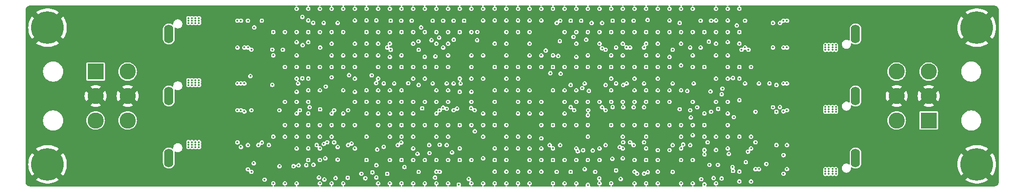
<source format=gbr>
%TF.GenerationSoftware,KiCad,Pcbnew,8.0.2*%
%TF.CreationDate,2024-05-21T15:52:10+02:00*%
%TF.ProjectId,HYDRA_VMM3_Adapter,48594452-415f-4564-9d4d-335f41646170,0*%
%TF.SameCoordinates,Original*%
%TF.FileFunction,Copper,L3,Inr*%
%TF.FilePolarity,Positive*%
%FSLAX46Y46*%
G04 Gerber Fmt 4.6, Leading zero omitted, Abs format (unit mm)*
G04 Created by KiCad (PCBNEW 8.0.2) date 2024-05-21 15:52:10*
%MOMM*%
%LPD*%
G01*
G04 APERTURE LIST*
%TA.AperFunction,ComponentPad*%
%ADD10C,5.600000*%
%TD*%
%TA.AperFunction,ComponentPad*%
%ADD11O,1.600000X3.200000*%
%TD*%
%TA.AperFunction,ComponentPad*%
%ADD12R,2.775000X2.775000*%
%TD*%
%TA.AperFunction,ComponentPad*%
%ADD13C,2.775000*%
%TD*%
%TA.AperFunction,ViaPad*%
%ADD14C,0.350000*%
%TD*%
G04 APERTURE END LIST*
D10*
%TO.N,GND*%
%TO.C,J10*%
X26925000Y-54520000D03*
%TD*%
%TO.N,GND*%
%TO.C,J7*%
X26925000Y-78020000D03*
%TD*%
%TO.N,GND*%
%TO.C,J8*%
X186425000Y-78020000D03*
%TD*%
%TO.N,GND*%
%TO.C,J9*%
X186425000Y-54520000D03*
%TD*%
D11*
%TO.N,N/C*%
%TO.C,J1*%
X165610000Y-55610000D03*
%TD*%
%TO.N,N/C*%
%TO.C,J6*%
X47740000Y-76930000D03*
%TD*%
D12*
%TO.N,P2A*%
%TO.C,Input_A1*%
X35175000Y-62070000D03*
D13*
%TO.N,GND*%
X35175000Y-66270000D03*
%TO.N,P1A*%
X35175000Y-70470000D03*
%TO.N,P2A*%
X40675000Y-62070000D03*
%TO.N,GND*%
X40675000Y-66270000D03*
%TO.N,P1A*%
X40675000Y-70470000D03*
%TD*%
D12*
%TO.N,P2B*%
%TO.C,Input_B1*%
X178175000Y-70470000D03*
D13*
%TO.N,GND*%
X178175000Y-66270000D03*
%TO.N,P1B*%
X178175000Y-62070000D03*
%TO.N,P2B*%
X172675000Y-70470000D03*
%TO.N,GND*%
X172675000Y-66270000D03*
%TO.N,P1B*%
X172675000Y-62070000D03*
%TD*%
D11*
%TO.N,N/C*%
%TO.C,J2*%
X165610000Y-66270000D03*
%TD*%
%TO.N,N/C*%
%TO.C,J4*%
X47740000Y-55610000D03*
%TD*%
%TO.N,N/C*%
%TO.C,J3*%
X165610000Y-76930000D03*
%TD*%
%TO.N,N/C*%
%TO.C,J5*%
X47740000Y-66270000D03*
%TD*%
D14*
%TO.N,GND*%
X134675000Y-76270000D03*
X132675000Y-76270000D03*
X130675000Y-76270000D03*
X128675000Y-76270000D03*
X126675000Y-76270000D03*
X124675000Y-76270000D03*
X122675000Y-76270000D03*
X148675000Y-72270000D03*
X146675000Y-72270000D03*
X144675000Y-72270000D03*
X142675000Y-72270000D03*
X140675000Y-72270000D03*
X138675000Y-72270000D03*
X136675000Y-72270000D03*
X132675000Y-72270000D03*
X130675000Y-72270000D03*
X128675000Y-72270000D03*
X126675000Y-72270000D03*
X124675000Y-72270000D03*
X136675000Y-66270000D03*
X138675000Y-66270000D03*
X134675000Y-66270000D03*
X132675000Y-66270000D03*
X130675000Y-66270000D03*
X128675000Y-66270000D03*
X126675000Y-66270000D03*
X124675000Y-66270000D03*
X122675000Y-66270000D03*
X116675000Y-66270000D03*
X114675000Y-66270000D03*
X112675000Y-66270000D03*
X110675000Y-66270000D03*
X132675000Y-60270000D03*
X130675000Y-60270000D03*
X128675000Y-60270000D03*
X126675000Y-60270000D03*
X124675000Y-60270000D03*
X122675000Y-60270000D03*
X120675000Y-60270000D03*
X118675000Y-60270000D03*
X116675000Y-60270000D03*
X110675000Y-60270000D03*
X108675000Y-60270000D03*
X142675000Y-56270000D03*
X140675000Y-56270000D03*
X138675000Y-56270000D03*
X136675000Y-56270000D03*
X134675000Y-56270000D03*
X132675000Y-56270000D03*
X130675000Y-56270000D03*
X128675000Y-56270000D03*
X126675000Y-56270000D03*
X124675000Y-56270000D03*
X122675000Y-56270000D03*
X120675000Y-56270000D03*
X103675000Y-76270000D03*
X88675000Y-76270000D03*
X72675000Y-76270000D03*
X74675000Y-76270000D03*
X82675000Y-76270000D03*
X64675000Y-72270000D03*
X66675000Y-72270000D03*
X68675000Y-72270000D03*
X70675000Y-72270000D03*
X72675000Y-72270000D03*
X74675000Y-72270000D03*
X76675000Y-72270000D03*
X78675000Y-72270000D03*
X80675000Y-72270000D03*
X82675000Y-72270000D03*
X84675000Y-72270000D03*
X86675000Y-72270000D03*
X88675000Y-72270000D03*
X90675000Y-72270000D03*
X94675000Y-70270000D03*
X96675000Y-70270000D03*
X98675000Y-70270000D03*
X100675000Y-70270000D03*
X102675000Y-70270000D03*
X104675000Y-70270000D03*
X102675000Y-66270000D03*
X100675000Y-66270000D03*
X98675000Y-66270000D03*
X96675000Y-66270000D03*
X94675000Y-66270000D03*
X92675000Y-66270000D03*
X90675000Y-66270000D03*
X88675000Y-66270000D03*
X86675000Y-66270000D03*
X84675000Y-66270000D03*
X82675000Y-66270000D03*
X80675000Y-66270000D03*
X104675000Y-60270000D03*
X102675000Y-60270000D03*
X100675000Y-60270000D03*
X98675000Y-60270000D03*
X96675000Y-60270000D03*
X94675000Y-60270000D03*
X92675000Y-60270000D03*
X90675000Y-60270000D03*
X88675000Y-60270000D03*
X86675000Y-60270000D03*
X84675000Y-60270000D03*
X82675000Y-60270000D03*
X80675000Y-60270000D03*
X82675000Y-54270000D03*
X88675000Y-56270000D03*
X86675000Y-56270000D03*
X84675000Y-56270000D03*
X82675000Y-56270000D03*
X80675000Y-56270000D03*
X78675000Y-56270000D03*
X76675000Y-56270000D03*
X74675000Y-56270000D03*
X72675000Y-56270000D03*
X70675000Y-56270000D03*
X68675000Y-56270000D03*
X66675000Y-56270000D03*
X64675000Y-56270000D03*
X106675000Y-80270000D03*
X106675000Y-78270000D03*
X106675000Y-76270000D03*
X106675000Y-74270000D03*
X106675000Y-72270000D03*
X106675000Y-70270000D03*
X106675000Y-68270000D03*
X106675000Y-66270000D03*
X106675000Y-64270000D03*
X106675000Y-62270000D03*
X106675000Y-60270000D03*
X106675000Y-58270000D03*
X106675000Y-56270000D03*
X106675000Y-54270000D03*
X106675000Y-52270000D03*
X37690000Y-80370000D03*
X37690000Y-80780000D03*
X35290000Y-80770000D03*
X40090000Y-80770000D03*
X38890000Y-80370000D03*
X34690000Y-80360000D03*
X37090000Y-79950000D03*
X35890000Y-80770000D03*
X40090000Y-79940000D03*
X38290000Y-80370000D03*
X38890000Y-79950000D03*
X39490000Y-80770000D03*
X36490000Y-80360000D03*
X39490000Y-80360000D03*
X37090000Y-80780000D03*
X35290000Y-79940000D03*
X35290000Y-80360000D03*
X34690000Y-80770000D03*
X39490000Y-79940000D03*
X35890000Y-79940000D03*
X38290000Y-79950000D03*
X37090000Y-80370000D03*
X35890000Y-80360000D03*
X36490000Y-79940000D03*
X36490000Y-80770000D03*
X38890000Y-80780000D03*
X37690000Y-79950000D03*
X40090000Y-80360000D03*
X34690000Y-79940000D03*
X38290000Y-80780000D03*
X35290000Y-54410000D03*
X36490000Y-54830000D03*
X34690000Y-54830000D03*
X37690000Y-54420000D03*
X36490000Y-54410000D03*
X39490000Y-55240000D03*
X39490000Y-54410000D03*
X34690000Y-55240000D03*
X38890000Y-54840000D03*
X38890000Y-55250000D03*
X38290000Y-54840000D03*
X35290000Y-54830000D03*
X40090000Y-54410000D03*
X40090000Y-54830000D03*
X38890000Y-54420000D03*
X38290000Y-54420000D03*
X37690000Y-54840000D03*
X35890000Y-55240000D03*
X35890000Y-54410000D03*
X38290000Y-55250000D03*
X37690000Y-55250000D03*
X35290000Y-55240000D03*
X34690000Y-54410000D03*
X36490000Y-55240000D03*
X37090000Y-54840000D03*
X39490000Y-54830000D03*
X35890000Y-54830000D03*
X40090000Y-55240000D03*
X37090000Y-55250000D03*
X37090000Y-54420000D03*
X37690000Y-77890000D03*
X38290000Y-78300000D03*
X35290000Y-77460000D03*
X38890000Y-77890000D03*
X37690000Y-78300000D03*
X40090000Y-77880000D03*
X36490000Y-78290000D03*
X38290000Y-77890000D03*
X34690000Y-77880000D03*
X37090000Y-78300000D03*
X37690000Y-77470000D03*
X37090000Y-77890000D03*
X39490000Y-78290000D03*
X35890000Y-78290000D03*
X40090000Y-77460000D03*
X35890000Y-77880000D03*
X37090000Y-77470000D03*
X34690000Y-78290000D03*
X34690000Y-77460000D03*
X38290000Y-77470000D03*
X35890000Y-77460000D03*
X38890000Y-78300000D03*
X38890000Y-77470000D03*
X40090000Y-78290000D03*
X39490000Y-77460000D03*
X35290000Y-78290000D03*
X39490000Y-77880000D03*
X35290000Y-77880000D03*
X36490000Y-77880000D03*
X36490000Y-77460000D03*
X38290000Y-51900000D03*
X39490000Y-51470000D03*
X36490000Y-52300000D03*
X35290000Y-51890000D03*
X37090000Y-52310000D03*
X40090000Y-51890000D03*
X37690000Y-51480000D03*
X38890000Y-51480000D03*
X34690000Y-51890000D03*
X35890000Y-51470000D03*
X35890000Y-51890000D03*
X39490000Y-51890000D03*
X37090000Y-51900000D03*
X36490000Y-51470000D03*
X36490000Y-51890000D03*
X35290000Y-52300000D03*
X37690000Y-51900000D03*
X34690000Y-52300000D03*
X38890000Y-51900000D03*
X37090000Y-51480000D03*
X40090000Y-52300000D03*
X37690000Y-52310000D03*
X38290000Y-52310000D03*
X35290000Y-51470000D03*
X38290000Y-51480000D03*
X35890000Y-52300000D03*
X38890000Y-52310000D03*
X39490000Y-52300000D03*
X34690000Y-51470000D03*
X40090000Y-51470000D03*
X175410000Y-79940000D03*
X173610000Y-79940000D03*
X174810000Y-80360000D03*
X177210000Y-79950000D03*
X177810000Y-80780000D03*
X176010000Y-80370000D03*
X176610000Y-79950000D03*
X177210000Y-80780000D03*
X176610000Y-80370000D03*
X176610000Y-80780000D03*
X174210000Y-79940000D03*
X173610000Y-80770000D03*
X177810000Y-80370000D03*
X174210000Y-80770000D03*
X174810000Y-80770000D03*
X179010000Y-79940000D03*
X179010000Y-80770000D03*
X175410000Y-80360000D03*
X177810000Y-79950000D03*
X173610000Y-80360000D03*
X178410000Y-80770000D03*
X177210000Y-80370000D03*
X176010000Y-80780000D03*
X178410000Y-80360000D03*
X179010000Y-80360000D03*
X176010000Y-79950000D03*
X178410000Y-79940000D03*
X175410000Y-80770000D03*
X174810000Y-79940000D03*
X174210000Y-80360000D03*
X175410000Y-77460000D03*
X173610000Y-77460000D03*
X174810000Y-77880000D03*
X177210000Y-77470000D03*
X177810000Y-78300000D03*
X176010000Y-77890000D03*
X176610000Y-77470000D03*
X177210000Y-78300000D03*
X176610000Y-77890000D03*
X176610000Y-78300000D03*
X174210000Y-77460000D03*
X173610000Y-78290000D03*
X177810000Y-77890000D03*
X174210000Y-78290000D03*
X174810000Y-78290000D03*
X179010000Y-77460000D03*
X179010000Y-78290000D03*
X175410000Y-77880000D03*
X177810000Y-77470000D03*
X173610000Y-77880000D03*
X178410000Y-78290000D03*
X177210000Y-77890000D03*
X176010000Y-78300000D03*
X178410000Y-77880000D03*
X179010000Y-77880000D03*
X176010000Y-77470000D03*
X178410000Y-77460000D03*
X175410000Y-78290000D03*
X174810000Y-77460000D03*
X174210000Y-77880000D03*
X175410000Y-54410000D03*
X173610000Y-54410000D03*
X174810000Y-54830000D03*
X177210000Y-54420000D03*
X177810000Y-55250000D03*
X176010000Y-54840000D03*
X176610000Y-54420000D03*
X177210000Y-55250000D03*
X176610000Y-54840000D03*
X176610000Y-55250000D03*
X174210000Y-54410000D03*
X173610000Y-55240000D03*
X177810000Y-54840000D03*
X174210000Y-55240000D03*
X174810000Y-55240000D03*
X179010000Y-54410000D03*
X179010000Y-55240000D03*
X175410000Y-54830000D03*
X177810000Y-54420000D03*
X173610000Y-54830000D03*
X178410000Y-55240000D03*
X177210000Y-54840000D03*
X176010000Y-55250000D03*
X178410000Y-54830000D03*
X179010000Y-54830000D03*
X176010000Y-54420000D03*
X178410000Y-54410000D03*
X175410000Y-55240000D03*
X174810000Y-54410000D03*
X174210000Y-54830000D03*
X175410000Y-51470000D03*
X173610000Y-51470000D03*
X174810000Y-51890000D03*
X177210000Y-51480000D03*
X177810000Y-52310000D03*
X176010000Y-51900000D03*
X176610000Y-51480000D03*
X177210000Y-52310000D03*
X176610000Y-51900000D03*
X176610000Y-52310000D03*
X174210000Y-51470000D03*
X173610000Y-52300000D03*
X177810000Y-51900000D03*
X174210000Y-52300000D03*
X174810000Y-52300000D03*
X179010000Y-51470000D03*
X179010000Y-52300000D03*
X175410000Y-51890000D03*
X177810000Y-51480000D03*
X173610000Y-51890000D03*
X178410000Y-52300000D03*
X177210000Y-51900000D03*
X176010000Y-52310000D03*
X178410000Y-51890000D03*
X179010000Y-51890000D03*
X176010000Y-51480000D03*
X178410000Y-51470000D03*
X175410000Y-52300000D03*
X174810000Y-51470000D03*
X174210000Y-51890000D03*
X58310000Y-58320000D03*
X58910000Y-57910000D03*
X57710000Y-57910000D03*
X57110000Y-57910000D03*
X58910000Y-58320000D03*
X58310000Y-57490000D03*
X58910000Y-57490000D03*
X57710000Y-58320000D03*
X58310000Y-57910000D03*
X57710000Y-57490000D03*
X57110000Y-58320000D03*
X57110000Y-57490000D03*
X58310000Y-68990000D03*
X58910000Y-68580000D03*
X57710000Y-68580000D03*
X57110000Y-68580000D03*
X58910000Y-68990000D03*
X58310000Y-68160000D03*
X58910000Y-68160000D03*
X57710000Y-68990000D03*
X58310000Y-68580000D03*
X57710000Y-68160000D03*
X57110000Y-68990000D03*
X57110000Y-68160000D03*
X58310000Y-79640000D03*
X58910000Y-79230000D03*
X57710000Y-79230000D03*
X57110000Y-79230000D03*
X58910000Y-79640000D03*
X58310000Y-78810000D03*
X58910000Y-78810000D03*
X57710000Y-79640000D03*
X58310000Y-79230000D03*
X57710000Y-78810000D03*
X57110000Y-79640000D03*
X57110000Y-78810000D03*
%TO.N,Col_43-Row_15*%
X153240000Y-76440000D03*
%TO.N,GND*%
X156240000Y-74210000D03*
X154440000Y-74210000D03*
X155640000Y-74630000D03*
X155040000Y-74210000D03*
X154440000Y-75040000D03*
X155040000Y-75040000D03*
X155640000Y-75040000D03*
X156240000Y-74630000D03*
X154440000Y-74630000D03*
X156240000Y-75040000D03*
X155640000Y-74210000D03*
X155040000Y-74630000D03*
X156240000Y-63550000D03*
X154440000Y-63550000D03*
X155640000Y-63970000D03*
X155040000Y-63550000D03*
X154440000Y-64380000D03*
X155040000Y-64380000D03*
X155640000Y-64380000D03*
X156240000Y-63970000D03*
X154440000Y-63970000D03*
X156240000Y-64380000D03*
X155640000Y-63550000D03*
X155040000Y-63970000D03*
X156240000Y-52890000D03*
X154440000Y-52890000D03*
X155640000Y-53310000D03*
X155040000Y-52890000D03*
X154440000Y-53720000D03*
X155040000Y-53720000D03*
X155640000Y-53720000D03*
X156240000Y-53310000D03*
X154440000Y-53310000D03*
X156240000Y-53720000D03*
X155640000Y-52890000D03*
X155040000Y-53310000D03*
X159240000Y-57490000D03*
X156240000Y-58320000D03*
X155640000Y-57490000D03*
X154440000Y-58320000D03*
X155040000Y-57910000D03*
X159240000Y-57910000D03*
X155040000Y-58320000D03*
X156240000Y-57490000D03*
X159840000Y-58320000D03*
X159840000Y-57490000D03*
X154440000Y-57490000D03*
X156240000Y-57910000D03*
X159240000Y-58320000D03*
X159840000Y-57910000D03*
X155640000Y-58320000D03*
X155040000Y-57490000D03*
X154440000Y-57910000D03*
X155640000Y-57910000D03*
X156840000Y-58330000D03*
X156840000Y-57500000D03*
X157440000Y-57500000D03*
X158040000Y-57500000D03*
X157440000Y-58330000D03*
X158040000Y-58330000D03*
X158640000Y-57500000D03*
X158640000Y-58330000D03*
X158040000Y-57920000D03*
X156840000Y-57920000D03*
X158640000Y-57920000D03*
X157440000Y-57920000D03*
X159240000Y-68150000D03*
X156240000Y-68980000D03*
X155640000Y-68150000D03*
X154440000Y-68980000D03*
X155040000Y-68570000D03*
X159240000Y-68570000D03*
X155040000Y-68980000D03*
X156240000Y-68150000D03*
X159840000Y-68980000D03*
X159840000Y-68150000D03*
X154440000Y-68150000D03*
X156240000Y-68570000D03*
X159240000Y-68980000D03*
X159840000Y-68570000D03*
X155640000Y-68980000D03*
X155040000Y-68150000D03*
X154440000Y-68570000D03*
X155640000Y-68570000D03*
X156840000Y-68990000D03*
X156840000Y-68160000D03*
X157440000Y-68160000D03*
X158040000Y-68160000D03*
X157440000Y-68990000D03*
X158040000Y-68990000D03*
X158640000Y-68160000D03*
X158640000Y-68990000D03*
X158040000Y-68580000D03*
X156840000Y-68580000D03*
X158640000Y-68580000D03*
X157440000Y-68580000D03*
X159240000Y-78810000D03*
X156240000Y-79640000D03*
X155640000Y-78810000D03*
X154440000Y-79640000D03*
X155040000Y-79230000D03*
X159240000Y-79230000D03*
X155040000Y-79640000D03*
X156240000Y-78810000D03*
X159840000Y-79640000D03*
X159840000Y-78810000D03*
X154440000Y-78810000D03*
X156240000Y-79230000D03*
X159240000Y-79640000D03*
X159840000Y-79230000D03*
X155640000Y-79640000D03*
X155040000Y-78810000D03*
X154440000Y-79230000D03*
X155640000Y-79230000D03*
X156840000Y-79650000D03*
X156840000Y-78820000D03*
X157440000Y-78820000D03*
X158040000Y-78820000D03*
X157440000Y-79650000D03*
X158040000Y-79650000D03*
X158640000Y-78820000D03*
X158640000Y-79650000D03*
X158040000Y-79240000D03*
X156840000Y-79240000D03*
X158640000Y-79240000D03*
X157440000Y-79240000D03*
X58310000Y-74220000D03*
X55310000Y-75050000D03*
X54710000Y-74220000D03*
X53510000Y-75050000D03*
X54110000Y-74640000D03*
X58310000Y-74640000D03*
X54110000Y-75050000D03*
X55310000Y-74220000D03*
X58910000Y-75050000D03*
X58910000Y-74220000D03*
X53510000Y-74220000D03*
X55310000Y-74640000D03*
X58310000Y-75050000D03*
X58910000Y-74640000D03*
X54710000Y-75050000D03*
X54110000Y-74220000D03*
X53510000Y-74640000D03*
X54710000Y-74640000D03*
X55910000Y-75060000D03*
X55910000Y-74230000D03*
X56510000Y-74230000D03*
X57110000Y-74230000D03*
X56510000Y-75060000D03*
X57110000Y-75060000D03*
X57710000Y-74230000D03*
X57710000Y-75060000D03*
X57110000Y-74650000D03*
X55910000Y-74650000D03*
X57710000Y-74650000D03*
X56510000Y-74650000D03*
X58310000Y-63550000D03*
X55310000Y-64380000D03*
X54710000Y-63550000D03*
X53510000Y-64380000D03*
X54110000Y-63970000D03*
X58310000Y-63970000D03*
X54110000Y-64380000D03*
X55310000Y-63550000D03*
X58910000Y-64380000D03*
X58910000Y-63550000D03*
X53510000Y-63550000D03*
X55310000Y-63970000D03*
X58310000Y-64380000D03*
X58910000Y-63970000D03*
X54710000Y-64380000D03*
X54110000Y-63550000D03*
X53510000Y-63970000D03*
X54710000Y-63970000D03*
X55910000Y-64390000D03*
X55910000Y-63560000D03*
X56510000Y-63560000D03*
X57110000Y-63560000D03*
X56510000Y-64390000D03*
X57110000Y-64390000D03*
X57710000Y-63560000D03*
X57710000Y-64390000D03*
X57110000Y-63980000D03*
X55910000Y-63980000D03*
X57710000Y-63980000D03*
X56510000Y-63980000D03*
X58310000Y-52890000D03*
X58310000Y-53720000D03*
X58910000Y-52890000D03*
X58910000Y-53720000D03*
X58310000Y-53310000D03*
X58910000Y-53310000D03*
X57710000Y-53730000D03*
X56510000Y-53730000D03*
X55910000Y-53730000D03*
X57110000Y-53730000D03*
X57710000Y-52900000D03*
X56510000Y-52900000D03*
X55910000Y-52900000D03*
X57110000Y-52900000D03*
X56510000Y-53320000D03*
X55910000Y-53320000D03*
X57710000Y-53320000D03*
X57110000Y-53320000D03*
X55310000Y-53720000D03*
X54110000Y-53720000D03*
X53510000Y-53720000D03*
X54710000Y-53720000D03*
X55310000Y-52890000D03*
X54110000Y-52890000D03*
X53510000Y-52890000D03*
X54710000Y-52890000D03*
X54110000Y-53310000D03*
X53510000Y-53310000D03*
X55310000Y-53310000D03*
X54710000Y-53310000D03*
%TO.N,P1B*%
X162240000Y-58320000D03*
X161040000Y-58320000D03*
X160440000Y-58320000D03*
X161640000Y-58320000D03*
X162240000Y-57490000D03*
X161040000Y-57490000D03*
X160440000Y-57490000D03*
X161640000Y-57490000D03*
X161040000Y-57910000D03*
X160440000Y-57910000D03*
X162240000Y-57910000D03*
X161640000Y-57910000D03*
X162240000Y-68980000D03*
X161040000Y-68980000D03*
X160440000Y-68980000D03*
X161640000Y-68980000D03*
X162240000Y-68150000D03*
X161040000Y-68150000D03*
X160440000Y-68150000D03*
X161640000Y-68150000D03*
X161040000Y-68570000D03*
X160440000Y-68570000D03*
X162240000Y-68570000D03*
X161640000Y-68570000D03*
X162240000Y-79650000D03*
X161040000Y-79650000D03*
X160440000Y-79650000D03*
X161640000Y-79650000D03*
X162240000Y-78820000D03*
X161040000Y-78820000D03*
X160440000Y-78820000D03*
X161640000Y-78820000D03*
X161040000Y-79240000D03*
X160440000Y-79240000D03*
X162240000Y-79240000D03*
X161640000Y-79240000D03*
%TO.N,P1A*%
X52910000Y-53720000D03*
X51710000Y-53720000D03*
X51110000Y-53720000D03*
X52310000Y-53720000D03*
X52910000Y-52890000D03*
X51710000Y-52890000D03*
X51110000Y-52890000D03*
X52310000Y-52890000D03*
X51710000Y-53310000D03*
X51110000Y-53310000D03*
X52910000Y-53310000D03*
X52310000Y-53310000D03*
X52910000Y-64380000D03*
X51710000Y-64380000D03*
X51110000Y-64380000D03*
X52310000Y-64380000D03*
X52910000Y-63550000D03*
X51710000Y-63550000D03*
X51110000Y-63550000D03*
X52310000Y-63550000D03*
X51710000Y-63970000D03*
X51110000Y-63970000D03*
X52910000Y-63970000D03*
X52310000Y-63970000D03*
X51710000Y-75040000D03*
X51110000Y-75040000D03*
X52910000Y-75040000D03*
X52310000Y-75040000D03*
X52910000Y-74630000D03*
X51710000Y-74630000D03*
X51110000Y-74630000D03*
X52310000Y-74630000D03*
X52310000Y-74210000D03*
X51710000Y-74210000D03*
X52910000Y-74210000D03*
X51110000Y-74210000D03*
%TO.N,Col_3-Row_7*%
X61750000Y-62840000D03*
%TO.N,Col_4-Row_7*%
X69675000Y-63270000D03*
%TO.N,Col_2-Row_1*%
X59510000Y-53310000D03*
%TO.N,Col_15-Row_7*%
X91675000Y-63270000D03*
%TO.N,Col_9-Row_9*%
X79675000Y-67270000D03*
%TO.N,Col_11-Row_10*%
X83675000Y-69270000D03*
%TO.N,Col_22-Row_9*%
X99630000Y-68360000D03*
%TO.N,Col_2-Row_10*%
X60110000Y-68710000D03*
%TO.N,Col_13-Row_9*%
X87675000Y-67270000D03*
%TO.N,Col_18-Row_10*%
X95430000Y-68460000D03*
%TO.N,Col_3-Row_1*%
X61310000Y-53310000D03*
%TO.N,Col_3-Row_11*%
X67675000Y-71270000D03*
%TO.N,Col_19-Row_9*%
X99675000Y-67270000D03*
%TO.N,Col_2-Row_11*%
X60710000Y-68930000D03*
%TO.N,Col_8-Row_7*%
X69940000Y-64110000D03*
%TO.N,Col_3-Row_10*%
X61910000Y-68710000D03*
%TO.N,Col_19-Row_6*%
X99675000Y-61270000D03*
%TO.N,Col_3-Row_2*%
X62395166Y-54464834D03*
%TO.N,Col_20-Row_8*%
X95430000Y-64110000D03*
%TO.N,Col_5-Row_7*%
X71675000Y-63270000D03*
%TO.N,Col_22-Row_10*%
X100230000Y-68710000D03*
%TO.N,Col_22-Row_7*%
X105675000Y-63270000D03*
%TO.N,Col_15-Row_3*%
X91675000Y-55270000D03*
%TO.N,Col_15-Row_1*%
X91675000Y-51270000D03*
%TO.N,Col_8-Row_11*%
X77675000Y-71270000D03*
%TO.N,Col_14-Row_6*%
X89675000Y-61270000D03*
%TO.N,Col_12-Row_10*%
X85675000Y-69270000D03*
%TO.N,Col_12-Row_11*%
X85675000Y-71270000D03*
%TO.N,Col_7-Row_11*%
X75675000Y-71270000D03*
%TO.N,Col_16-Row_10*%
X93675000Y-69270000D03*
%TO.N,Col_13-Row_2*%
X87630000Y-53310000D03*
%TO.N,Col_17-Row_10*%
X94230000Y-68710000D03*
%TO.N,Col_8-Row_1*%
X77675000Y-51270000D03*
%TO.N,Col_12-Row_7*%
X82570000Y-62710000D03*
%TO.N,Col_19-Row_8*%
X99675000Y-65540000D03*
%TO.N,Col_21-Row_8*%
X103675000Y-65270000D03*
%TO.N,Col_8-Row_3*%
X77675000Y-55270000D03*
%TO.N,Col_8-Row_2*%
X74320000Y-53690000D03*
%TO.N,Col_8-Row_9*%
X73720000Y-68550000D03*
%TO.N,Col_13-Row_10*%
X87675000Y-69270000D03*
%TO.N,Col_11-Row_11*%
X83675000Y-71270000D03*
%TO.N,Col_5-Row_11*%
X71675000Y-71270000D03*
%TO.N,Col_4-Row_11*%
X69675000Y-71270000D03*
%TO.N,Col_9-Row_2*%
X79675000Y-53270000D03*
%TO.N,Col_22-Row_6*%
X105675000Y-61270000D03*
%TO.N,Col_11-Row_1*%
X83675000Y-51270000D03*
%TO.N,Col_7-Row_10*%
X75675000Y-69270000D03*
%TO.N,Col_12-Row_3*%
X85675000Y-55270000D03*
%TO.N,Col_9-Row_1*%
X79675000Y-51270000D03*
%TO.N,Col_18-Row_8*%
X97675000Y-65570000D03*
%TO.N,Col_11-Row_8*%
X83675000Y-65270000D03*
%TO.N,Col_4-Row_9*%
X69675000Y-67270000D03*
%TO.N,Col_7-Row_7*%
X75675000Y-63040000D03*
%TO.N,Col_17-Row_9*%
X95675000Y-67270000D03*
%TO.N,Col_9-Row_11*%
X79675000Y-71270000D03*
%TO.N,Col_10-Row_8*%
X81675000Y-65270000D03*
%TO.N,Col_16-Row_9*%
X93675000Y-67270000D03*
%TO.N,Col_17-Row_2*%
X94830000Y-53310000D03*
%TO.N,Col_7-Row_9*%
X71920000Y-68190000D03*
%TO.N,Col_16-Row_6*%
X93675000Y-61270000D03*
%TO.N,Col_6-Row_10*%
X70240000Y-68710000D03*
%TO.N,Col_2-Row_7*%
X60110000Y-64110000D03*
%TO.N,Col_10-Row_10*%
X81675000Y-69270000D03*
%TO.N,Col_12-Row_6*%
X85675000Y-61270000D03*
%TO.N,Col_15-Row_6*%
X91675000Y-61270000D03*
%TO.N,Col_3-Row_8*%
X60710000Y-64110000D03*
%TO.N,Col_8-Row_8*%
X77675000Y-65270000D03*
%TO.N,Col_17-Row_3*%
X95675000Y-55270000D03*
%TO.N,Col_14-Row_7*%
X89675000Y-63270000D03*
%TO.N,Col_21-Row_9*%
X103675000Y-67270000D03*
%TO.N,Col_21-Row_6*%
X103675000Y-61270000D03*
%TO.N,Col_9-Row_6*%
X79675000Y-61270000D03*
%TO.N,Col_16-Row_3*%
X93675000Y-55270000D03*
%TO.N,Col_2-Row_9*%
X59510000Y-68710000D03*
%TO.N,Col_14-Row_2*%
X89430000Y-53310000D03*
%TO.N,Col_18-Row_6*%
X93030000Y-64110000D03*
%TO.N,Col_19-Row_3*%
X99675000Y-51270000D03*
%TO.N,Col_14-Row_11*%
X89675000Y-71270000D03*
%TO.N,Col_16-Row_1*%
X93675000Y-51270000D03*
%TO.N,Col_18-Row_9*%
X94830000Y-68270000D03*
%TO.N,Col_18-Row_1*%
X97675000Y-51270000D03*
%TO.N,Col_21-Row_7*%
X97830000Y-64110000D03*
%TO.N,Col_9-Row_8*%
X79670000Y-65540000D03*
%TO.N,Col_17-Row_1*%
X95675000Y-51270000D03*
%TO.N,Col_21-Row_10*%
X103675000Y-69270000D03*
%TO.N,Col_10-Row_3*%
X81675000Y-55270000D03*
%TO.N,Col_12-Row_2*%
X85830000Y-53310000D03*
%TO.N,Col_9-Row_7*%
X79675000Y-63270000D03*
%TO.N,Col_16-Row_12*%
X93675000Y-73270000D03*
%TO.N,Col_3-Row_9*%
X67675000Y-67270000D03*
%TO.N,Col_19-Row_1*%
X99675000Y-55270000D03*
%TO.N,Col_15-Row_9*%
X91675000Y-67270000D03*
%TO.N,Col_5-Row_9*%
X71675000Y-67270000D03*
%TO.N,Col_16-Row_13*%
X90426300Y-76191800D03*
%TO.N,Col_11-Row_3*%
X83675000Y-55270000D03*
%TO.N,Col_15-Row_11*%
X91675000Y-71270000D03*
%TO.N,Col_6-Row_9*%
X66710000Y-68710000D03*
%TO.N,Col_18-Row_12*%
X92430000Y-74710000D03*
%TO.N,Col_20-Row_9*%
X97230000Y-68420000D03*
%TO.N,Col_16-Row_11*%
X93675000Y-71270000D03*
%TO.N,Col_13-Row_3*%
X87675000Y-55270000D03*
%TO.N,Col_17-Row_8*%
X95675000Y-65270000D03*
%TO.N,Col_14-Row_1*%
X89675000Y-51270000D03*
%TO.N,Col_6-Row_11*%
X73675000Y-71270000D03*
%TO.N,Col_10-Row_6*%
X78690800Y-62674100D03*
%TO.N,Col_20-Row_7*%
X101675000Y-63270000D03*
%TO.N,Col_21-Row_11*%
X103675000Y-71270000D03*
%TO.N,Col_8-Row_10*%
X77675000Y-69270000D03*
%TO.N,Col_17-Row_11*%
X95675000Y-71270000D03*
%TO.N,Col_9-Row_10*%
X76120000Y-68710000D03*
%TO.N,Col_18-Row_3*%
X97675000Y-55270000D03*
%TO.N,Col_12-Row_1*%
X85675000Y-51270000D03*
%TO.N,Col_12-Row_8*%
X85675000Y-65270000D03*
%TO.N,Col_14-Row_10*%
X89675000Y-69270000D03*
%TO.N,Col_17-Row_13*%
X92490000Y-76080000D03*
%TO.N,Col_14-Row_9*%
X89675000Y-67270000D03*
%TO.N,Col_22-Row_11*%
X105675000Y-71270000D03*
%TO.N,Col_11-Row_2*%
X83370000Y-53270000D03*
%TO.N,Col_22-Row_13*%
X105675000Y-75270000D03*
%TO.N,Col_10-Row_1*%
X81675000Y-51270000D03*
%TO.N,Col_20-Row_12*%
X101675000Y-73270000D03*
%TO.N,Col_4-Row_8*%
X69675000Y-65530000D03*
%TO.N,Col_16-Row_2*%
X93030000Y-53310000D03*
%TO.N,Col_15-Row_2*%
X91050000Y-54480000D03*
%TO.N,Col_16-Row_8*%
X93675000Y-65270000D03*
%TO.N,Col_12-Row_9*%
X85675000Y-67270000D03*
%TO.N,Col_4-Row_10*%
X69675000Y-69270000D03*
%TO.N,Col_18-Row_13*%
X97675000Y-75270000D03*
%TO.N,Col_15-Row_10*%
X91230000Y-68380000D03*
%TO.N,Col_10-Row_2*%
X81675000Y-53270000D03*
%TO.N,Col_20-Row_13*%
X95430000Y-74710000D03*
%TO.N,Col_18-Row_2*%
X96630000Y-53310000D03*
%TO.N,Col_13-Row_8*%
X87675000Y-65270000D03*
%TO.N,Col_5-Row_8*%
X71675000Y-65270000D03*
%TO.N,Col_11-Row_6*%
X83675000Y-61270000D03*
%TO.N,Col_17-Row_7*%
X90630000Y-64370000D03*
%TO.N,Col_10-Row_7*%
X74670000Y-64650000D03*
%TO.N,Col_14-Row_3*%
X89675000Y-55270000D03*
%TO.N,Col_19-Row_13*%
X96348980Y-75951494D03*
%TO.N,Col_22-Row_12*%
X105675000Y-73270000D03*
%TO.N,Col_6-Row_7*%
X70660000Y-63230000D03*
%TO.N,Col_15-Row_8*%
X86430000Y-64110000D03*
%TO.N,Col_19-Row_2*%
X98430000Y-53310000D03*
%TO.N,Col_13-Row_6*%
X87675000Y-61270000D03*
%TO.N,Col_7-Row_8*%
X65510000Y-64340000D03*
%TO.N,Col_14-Row_8*%
X84630000Y-64110000D03*
%TO.N,Col_16-Row_7*%
X88830000Y-64070000D03*
%TO.N,Col_21-Row_12*%
X100260000Y-72340000D03*
%TO.N,Col_13-Row_1*%
X87675000Y-51270000D03*
%TO.N,Col_10-Row_11*%
X78520000Y-68710000D03*
%TO.N,Col_17-Row_6*%
X95675000Y-61270000D03*
%TO.N,Col_19-Row_12*%
X94230000Y-74650000D03*
%TO.N,Col_10-Row_9*%
X81675000Y-67270000D03*
%TO.N,Col_20-Row_6*%
X96630000Y-64110000D03*
%TO.N,Col_21-Row_13*%
X103675000Y-75270000D03*
%TO.N,Col_2-Row_8*%
X59510000Y-64110000D03*
%TO.N,Col_20-Row_10*%
X101675000Y-69270000D03*
%TO.N,Col_5-Row_10*%
X71675000Y-69270000D03*
%TO.N,Col_22-Row_8*%
X105675000Y-65270000D03*
%TO.N,Col_21-Row_3*%
X100650000Y-56640000D03*
%TO.N,Col_19-Row_7*%
X99675000Y-63270000D03*
%TO.N,Col_17-Row_12*%
X95675000Y-73270000D03*
%TO.N,Col_11-Row_7*%
X83675000Y-63270000D03*
%TO.N,Col_11-Row_9*%
X83675000Y-67270000D03*
%TO.N,Col_19-Row_11*%
X99675000Y-71270000D03*
%TO.N,Col_13-Row_11*%
X87675000Y-71270000D03*
%TO.N,Col_20-Row_11*%
X101675000Y-71270000D03*
%TO.N,Col_19-Row_10*%
X96630000Y-68710000D03*
%TO.N,Col_18-Row_7*%
X97675000Y-63270000D03*
%TO.N,Col_21-Row_1*%
X103675000Y-51270000D03*
%TO.N,Col_6-Row_8*%
X73675000Y-65270000D03*
%TO.N,Col_13-Row_7*%
X83340000Y-64040000D03*
%TO.N,Col_18-Row_11*%
X97675000Y-71270000D03*
%TO.N,Col_39-Row_7*%
X149040000Y-64110000D03*
%TO.N,Col_40-Row_10*%
X144730000Y-69895000D03*
%TO.N,Col_27-Row_9*%
X115675000Y-67270000D03*
%TO.N,Col_39-Row_10*%
X139675000Y-69270000D03*
%TO.N,Col_30-Row_9*%
X121675000Y-67270000D03*
%TO.N,Col_28-Row_7*%
X122720000Y-64370000D03*
%TO.N,Col_27-Row_8*%
X115675000Y-65270000D03*
%TO.N,Col_38-Row_11*%
X137675000Y-71270000D03*
%TO.N,Col_43-Row_7*%
X153840000Y-64110000D03*
%TO.N,Col_42-Row_10*%
X151440000Y-68200000D03*
%TO.N,Col_37-Row_8*%
X135675000Y-65270000D03*
%TO.N,Col_38-Row_8*%
X142780000Y-65000000D03*
%TO.N,Col_32-Row_9*%
X125675000Y-67270000D03*
%TO.N,Col_29-Row_8*%
X119850000Y-65390000D03*
%TO.N,Col_36-Row_9*%
X133675000Y-67270000D03*
%TO.N,Col_27-Row_7*%
X118700000Y-64910000D03*
%TO.N,Col_25-Row_9*%
X111675000Y-67270000D03*
%TO.N,Col_31-Row_9*%
X123675000Y-67270000D03*
%TO.N,Col_40-Row_11*%
X148440000Y-68990000D03*
%TO.N,Col_35-Row_10*%
X135430000Y-68540000D03*
%TO.N,Col_28-Row_6*%
X117675000Y-61270000D03*
%TO.N,Col_25-Row_8*%
X116720000Y-64380000D03*
%TO.N,Col_42-Row_9*%
X145670000Y-66990000D03*
%TO.N,Col_27-Row_10*%
X115675000Y-69270000D03*
%TO.N,Col_40-Row_7*%
X141675000Y-63270000D03*
%TO.N,Col_34-Row_8*%
X129675000Y-65270000D03*
%TO.N,Col_38-Row_9*%
X137675000Y-67270000D03*
%TO.N,Col_42-Row_11*%
X152040000Y-68990000D03*
%TO.N,Col_41-Row_4*%
X143675000Y-56970000D03*
%TO.N,Col_32-Row_8*%
X129320000Y-64110000D03*
%TO.N,Col_25-Row_7*%
X115000000Y-62440000D03*
%TO.N,Col_29-Row_10*%
X119675000Y-69580000D03*
%TO.N,Col_32-Row_7*%
X134230000Y-64110000D03*
%TO.N,Col_40-Row_9*%
X141675000Y-67270000D03*
%TO.N,Col_34-Row_10*%
X129320000Y-68190000D03*
%TO.N,Col_38-Row_7*%
X144570000Y-63170000D03*
%TO.N,Col_30-Row_11*%
X122720000Y-68710000D03*
%TO.N,Col_43-Row_11*%
X153840000Y-68710000D03*
%TO.N,Col_38-Row_10*%
X140830000Y-68970000D03*
%TO.N,Col_34-Row_11*%
X129675000Y-71270000D03*
%TO.N,Col_33-Row_9*%
X127675000Y-67270000D03*
%TO.N,Col_42-Row_8*%
X152040000Y-64370000D03*
%TO.N,Col_25-Row_6*%
X111675000Y-61270000D03*
%TO.N,Col_39-Row_8*%
X140710000Y-65470000D03*
%TO.N,Col_33-Row_10*%
X127520000Y-68180000D03*
%TO.N,Col_36-Row_10*%
X137230000Y-68710000D03*
%TO.N,Col_26-Row_8*%
X113675000Y-65270000D03*
%TO.N,Col_35-Row_8*%
X131675000Y-65270000D03*
%TO.N,Col_33-Row_8*%
X127675000Y-65270000D03*
%TO.N,Col_30-Row_6*%
X121675000Y-61270000D03*
%TO.N,Col_37-Row_9*%
X138430000Y-68200000D03*
%TO.N,Col_41-Row_9*%
X143675000Y-67270000D03*
%TO.N,Col_23-Row_8*%
X107675000Y-65270000D03*
%TO.N,Col_39-Row_9*%
X142030000Y-68480000D03*
%TO.N,Col_43-Row_3*%
X152640000Y-53710000D03*
%TO.N,Col_29-Row_7*%
X124520000Y-64110000D03*
%TO.N,Col_35-Row_11*%
X131675000Y-71270000D03*
%TO.N,Col_27-Row_6*%
X115675000Y-61270000D03*
%TO.N,Col_31-Row_6*%
X123675000Y-61270000D03*
%TO.N,Col_42-Row_7*%
X145675000Y-63270000D03*
%TO.N,Col_24-Row_10*%
X109675000Y-69270000D03*
%TO.N,Col_30-Row_7*%
X126320000Y-64110000D03*
%TO.N,Col_39-Row_6*%
X139675000Y-61270000D03*
%TO.N,Col_36-Row_6*%
X133675000Y-61270000D03*
%TO.N,Col_31-Row_10*%
X123920000Y-68170000D03*
%TO.N,Col_41-Row_7*%
X143675000Y-63270000D03*
%TO.N,Col_26-Row_7*%
X119120000Y-64110000D03*
%TO.N,Col_37-Row_11*%
X135675000Y-71270000D03*
%TO.N,Col_24-Row_9*%
X109675000Y-67270000D03*
%TO.N,Col_31-Row_8*%
X123675000Y-65270000D03*
%TO.N,Col_41-Row_8*%
X150840000Y-64110000D03*
%TO.N,Col_30-Row_8*%
X125720000Y-64370000D03*
%TO.N,Col_43-Row_5*%
X153240000Y-57910000D03*
%TO.N,Col_33-Row_6*%
X127675000Y-61270000D03*
%TO.N,Col_43-Row_4*%
X153840000Y-57910000D03*
%TO.N,Col_43-Row_8*%
X153240000Y-64110000D03*
%TO.N,Col_31-Row_11*%
X123675000Y-71270000D03*
%TO.N,Col_35-Row_9*%
X131675000Y-67270000D03*
%TO.N,Col_32-Row_10*%
X125720000Y-68160000D03*
%TO.N,Col_43-Row_9*%
X152640000Y-68170000D03*
%TO.N,Col_31-Row_7*%
X123675000Y-63270000D03*
%TO.N,Col_43-Row_10*%
X153240000Y-68900000D03*
%TO.N,Col_40-Row_6*%
X147240000Y-58310000D03*
%TO.N,Col_23-Row_9*%
X107675000Y-67270000D03*
%TO.N,Col_39-Row_3*%
X139675000Y-55270000D03*
%TO.N,Col_36-Row_8*%
X133675000Y-65270000D03*
%TO.N,Col_33-Row_7*%
X127675000Y-63270000D03*
%TO.N,Col_35-Row_7*%
X131675000Y-63270000D03*
%TO.N,Col_34-Row_7*%
X137830000Y-64110000D03*
%TO.N,Col_39-Row_1*%
X146640000Y-53310000D03*
%TO.N,Col_30-Row_10*%
X122120000Y-68180000D03*
%TO.N,Col_35-Row_6*%
X131675000Y-61270000D03*
%TO.N,Col_34-Row_6*%
X129675000Y-61270000D03*
%TO.N,Col_39-Row_11*%
X139675000Y-71270000D03*
%TO.N,Col_37-Row_7*%
X146640000Y-64110000D03*
%TO.N,Col_26-Row_9*%
X116721000Y-68180000D03*
%TO.N,Col_43-Row_1*%
X153840000Y-53310000D03*
%TO.N,Col_23-Row_6*%
X107675000Y-61270000D03*
%TO.N,Col_23-Row_7*%
X107675000Y-63270000D03*
%TO.N,Col_41-Row_10*%
X143675000Y-69270000D03*
%TO.N,Col_33-Row_11*%
X127675000Y-71270000D03*
%TO.N,Col_40-Row_3*%
X141675000Y-55270000D03*
%TO.N,Col_26-Row_10*%
X117320000Y-68710000D03*
%TO.N,Col_26-Row_6*%
X113675000Y-61270000D03*
%TO.N,Col_41-Row_2*%
X143675000Y-53270000D03*
%TO.N,Col_28-Row_9*%
X117675000Y-67270000D03*
%TO.N,Col_25-Row_10*%
X111675000Y-69270000D03*
%TO.N,Col_37-Row_10*%
X137350000Y-69950000D03*
%TO.N,Col_42-Row_4*%
X145675000Y-57270000D03*
%TO.N,Col_40-Row_8*%
X142640000Y-65954800D03*
%TO.N,Col_40-Row_4*%
X141675000Y-57270000D03*
%TO.N,Col_24-Row_6*%
X109675000Y-61270000D03*
%TO.N,Col_28-Row_10*%
X119720000Y-68710000D03*
%TO.N,Col_32-Row_6*%
X125675000Y-61270000D03*
%TO.N,Col_23-Row_10*%
X107675000Y-69270000D03*
%TO.N,Col_29-Row_6*%
X119675000Y-61270000D03*
%TO.N,Col_41-Row_11*%
X143675000Y-71270000D03*
%TO.N,Col_43-Row_2*%
X153240000Y-53310000D03*
%TO.N,Col_24-Row_7*%
X113240000Y-62354900D03*
%TO.N,Col_32-Row_11*%
X125675000Y-71270000D03*
%TO.N,Col_37-Row_1*%
X135675000Y-51270000D03*
%TO.N,Col_24-Row_8*%
X109675000Y-65270000D03*
%TO.N,Col_37-Row_6*%
X135670000Y-60980000D03*
%TO.N,Col_28-Row_8*%
X117675000Y-65270000D03*
%TO.N,Col_38-Row_2*%
X140830000Y-53310000D03*
%TO.N,Col_41-Row_3*%
X143675000Y-55270000D03*
%TO.N,Col_36-Row_11*%
X133675000Y-71270000D03*
%TO.N,Col_42-Row_3*%
X145675000Y-55270000D03*
%TO.N,Col_29-Row_9*%
X119675000Y-67270000D03*
%TO.N,Col_36-Row_7*%
X136720000Y-65403300D03*
%TO.N,Col_34-Row_9*%
X129675000Y-67270000D03*
%TO.N,Col_40-Row_5*%
X141675000Y-59270000D03*
%TO.N,Col_40-Row_1*%
X141675000Y-51270000D03*
%TO.N,Col_40-Row_2*%
X141675000Y-53270000D03*
%TO.N,Col_37-Row_2*%
X139030000Y-53310000D03*
%TO.N,Col_38-Row_4*%
X140430000Y-56920000D03*
%TO.N,Col_38-Row_3*%
X137675000Y-55270000D03*
%TO.N,Col_39-Row_4*%
X146640000Y-57910000D03*
%TO.N,Col_42-Row_5*%
X151440000Y-57910000D03*
%TO.N,Col_42-Row_6*%
X145675000Y-61270000D03*
%TO.N,Col_37-Row_4*%
X135675000Y-57270000D03*
%TO.N,Col_37-Row_5*%
X139030000Y-57910000D03*
%TO.N,Col_38-Row_1*%
X137675000Y-51270000D03*
%TO.N,Col_39-Row_5*%
X146040000Y-58310000D03*
%TO.N,Col_39-Row_2*%
X145240000Y-54125000D03*
%TO.N,Col_42-Row_1*%
X145675000Y-51270000D03*
%TO.N,Col_41-Row_1*%
X143675000Y-51270000D03*
%TO.N,Col_37-Row_3*%
X135675000Y-55270000D03*
%TO.N,Col_42-Row_2*%
X151440000Y-53700000D03*
%TO.N,Col_41-Row_6*%
X143675000Y-61270000D03*
%TO.N,Col_43-Row_6*%
X147675000Y-61270000D03*
%TO.N,Col_38-Row_6*%
X137675000Y-61270000D03*
%TO.N,Col_41-Row_5*%
X143675000Y-59270000D03*
%TO.N,Col_38-Row_5*%
X137675000Y-59270000D03*
%TO.N,Col_23-Row_1*%
X107675000Y-51270000D03*
%TO.N,Col_25-Row_2*%
X111675000Y-53270000D03*
%TO.N,Col_31-Row_4*%
X126920000Y-57910000D03*
%TO.N,Col_23-Row_5*%
X112431700Y-58449400D03*
%TO.N,Col_30-Row_5*%
X126320000Y-57910000D03*
%TO.N,Col_25-Row_3*%
X117210000Y-56110000D03*
%TO.N,Col_27-Row_2*%
X116720000Y-53310000D03*
%TO.N,Col_25-Row_5*%
X111675000Y-59270000D03*
%TO.N,Col_24-Row_1*%
X109675000Y-51270000D03*
%TO.N,Col_24-Row_5*%
X109675000Y-59270000D03*
%TO.N,Col_34-Row_1*%
X129675000Y-51270000D03*
%TO.N,Col_30-Row_1*%
X121675000Y-51270000D03*
%TO.N,Col_36-Row_3*%
X133675000Y-55270000D03*
%TO.N,Col_35-Row_4*%
X131675000Y-57270000D03*
%TO.N,Col_32-Row_3*%
X125675000Y-55270000D03*
%TO.N,Col_23-Row_4*%
X114860434Y-56814566D03*
%TO.N,Col_33-Row_2*%
X127520000Y-53310000D03*
%TO.N,Col_26-Row_2*%
X114920000Y-53310000D03*
%TO.N,Col_28-Row_1*%
X117675000Y-51270000D03*
%TO.N,Col_32-Row_1*%
X125675000Y-51270000D03*
%TO.N,Col_28-Row_2*%
X118520000Y-53310000D03*
%TO.N,Col_33-Row_5*%
X134230000Y-58310000D03*
%TO.N,Col_29-Row_5*%
X119675000Y-59270000D03*
%TO.N,Col_24-Row_2*%
X109675000Y-53270000D03*
%TO.N,Col_36-Row_1*%
X133675000Y-51270000D03*
%TO.N,Col_36-Row_4*%
X137230000Y-57910000D03*
%TO.N,Col_35-Row_1*%
X131675000Y-51270000D03*
%TO.N,Col_27-Row_1*%
X115675000Y-51270000D03*
%TO.N,Col_34-Row_3*%
X129675000Y-55270000D03*
%TO.N,Col_33-Row_4*%
X129320000Y-57910000D03*
%TO.N,Col_30-Row_4*%
X121675000Y-57270000D03*
%TO.N,Col_29-Row_1*%
X119675000Y-51270000D03*
%TO.N,Col_29-Row_2*%
X120320000Y-53710000D03*
%TO.N,Col_35-Row_5*%
X131675000Y-59270000D03*
%TO.N,Col_30-Row_3*%
X121675000Y-55270000D03*
%TO.N,Col_32-Row_5*%
X125675000Y-59270000D03*
%TO.N,Col_35-Row_2*%
X135430000Y-53710000D03*
%TO.N,Col_34-Row_5*%
X129675000Y-59270000D03*
%TO.N,Col_27-Row_4*%
X122120000Y-58060000D03*
%TO.N,Col_23-Row_3*%
X107675000Y-55270000D03*
%TO.N,Col_34-Row_2*%
X129930000Y-53210000D03*
%TO.N,Col_32-Row_2*%
X125720000Y-53310000D03*
%TO.N,Col_26-Row_3*%
X114320000Y-53710000D03*
%TO.N,Col_31-Row_3*%
X123675000Y-55270000D03*
%TO.N,Col_28-Row_3*%
X117675000Y-55270000D03*
%TO.N,Col_30-Row_2*%
X122120000Y-53720000D03*
%TO.N,Col_28-Row_4*%
X117675000Y-57270000D03*
%TO.N,Col_29-Row_3*%
X119675000Y-55270000D03*
%TO.N,Col_31-Row_2*%
X123920000Y-53310000D03*
%TO.N,Col_31-Row_5*%
X123675000Y-59270000D03*
%TO.N,Col_33-Row_1*%
X127675000Y-51270000D03*
%TO.N,Col_36-Row_5*%
X133675000Y-59560000D03*
%TO.N,Col_23-Row_2*%
X107675000Y-53270000D03*
%TO.N,Col_26-Row_1*%
X113675000Y-51270000D03*
%TO.N,Col_26-Row_5*%
X113675000Y-59270000D03*
%TO.N,Col_25-Row_1*%
X111675000Y-51270000D03*
%TO.N,Col_25-Row_4*%
X114590000Y-59390000D03*
%TO.N,Col_35-Row_3*%
X131675000Y-55270000D03*
%TO.N,Col_36-Row_2*%
X133675000Y-53270000D03*
%TO.N,Col_24-Row_4*%
X109675000Y-57270000D03*
%TO.N,Col_28-Row_5*%
X117675000Y-59530000D03*
%TO.N,Col_27-Row_5*%
X122720000Y-58310000D03*
%TO.N,Col_32-Row_4*%
X125675000Y-57270000D03*
%TO.N,Col_31-Row_1*%
X123675000Y-51270000D03*
%TO.N,Col_27-Row_3*%
X115675000Y-55270000D03*
%TO.N,Col_33-Row_3*%
X127675000Y-55270000D03*
%TO.N,Col_26-Row_4*%
X119380000Y-56594900D03*
%TO.N,Col_34-Row_4*%
X129675000Y-57270000D03*
%TO.N,Col_24-Row_3*%
X109675000Y-55270000D03*
%TO.N,Col_29-Row_4*%
X124520000Y-57910000D03*
%TO.N,Col_21-Row_2*%
X103675000Y-53270000D03*
%TO.N,Col_9-Row_3*%
X76720000Y-53690000D03*
%TO.N,Col_2-Row_2*%
X60110000Y-53310000D03*
%TO.N,Col_20-Row_2*%
X101675000Y-53270000D03*
%TO.N,Col_20-Row_1*%
X101675000Y-51270000D03*
%TO.N,Col_20-Row_3*%
X100684800Y-55253200D03*
%TO.N,Col_22-Row_3*%
X105675000Y-55270000D03*
%TO.N,Col_22-Row_1*%
X105675000Y-51270000D03*
%TO.N,Col_22-Row_2*%
X105675000Y-53270000D03*
%TO.N,Col_5-Row_1*%
X71675000Y-51270000D03*
%TO.N,Col_4-Row_1*%
X69675000Y-51270000D03*
%TO.N,Col_6-Row_1*%
X73675000Y-51270000D03*
%TO.N,Col_20-Row_5*%
X101675000Y-59270000D03*
%TO.N,Col_21-Row_5*%
X94830000Y-57910000D03*
%TO.N,Col_5-Row_2*%
X71675000Y-53270000D03*
%TO.N,Col_6-Row_2*%
X70670000Y-52670000D03*
%TO.N,Col_22-Row_5*%
X105675000Y-59270000D03*
%TO.N,Col_13-Row_13*%
X84630000Y-75010000D03*
%TO.N,Col_15-Row_12*%
X87630000Y-74260000D03*
%TO.N,Col_7-Row_12*%
X75675000Y-73270000D03*
%TO.N,Col_15-Row_13*%
X87030000Y-74710000D03*
%TO.N,Col_9-Row_12*%
X76119293Y-74240000D03*
%TO.N,Col_6-Row_12*%
X73675000Y-73270000D03*
%TO.N,Col_2-Row_12*%
X65675000Y-73270000D03*
%TO.N,Col_11-Row_13*%
X83520000Y-75470000D03*
%TO.N,Col_7-Row_13*%
X73120000Y-74710000D03*
%TO.N,Col_9-Row_13*%
X79675000Y-75270000D03*
%TO.N,Col_10-Row_12*%
X81675000Y-73270000D03*
%TO.N,Col_13-Row_12*%
X87675000Y-73270000D03*
%TO.N,Col_8-Row_13*%
X74320000Y-74500000D03*
%TO.N,Col_5-Row_13*%
X71675000Y-75270000D03*
%TO.N,Col_14-Row_12*%
X89675000Y-73270000D03*
%TO.N,Col_3-Row_13*%
X64910000Y-74710000D03*
%TO.N,Col_6-Row_13*%
X73675000Y-75270000D03*
%TO.N,Col_8-Row_12*%
X74920000Y-74230000D03*
%TO.N,Col_12-Row_12*%
X85675000Y-73270000D03*
%TO.N,Col_3-Row_12*%
X67675000Y-73270000D03*
%TO.N,Col_4-Row_13*%
X69675000Y-75270000D03*
%TO.N,Col_4-Row_12*%
X69675000Y-73270000D03*
%TO.N,Col_11-Row_12*%
X78520000Y-74710000D03*
%TO.N,Col_14-Row_13*%
X89675000Y-75270000D03*
%TO.N,Col_5-Row_12*%
X71675000Y-73270000D03*
%TO.N,Col_12-Row_13*%
X79119000Y-74430000D03*
%TO.N,Col_2-Row_13*%
X63710000Y-74280000D03*
%TO.N,Col_10-Row_13*%
X76720000Y-75030000D03*
%TO.N,Col_15-Row_15*%
X88180000Y-78480000D03*
%TO.N,Col_14-Row_14*%
X89675000Y-77270000D03*
%TO.N,Col_5-Row_15*%
X61310000Y-78870000D03*
%TO.N,Col_15-Row_14*%
X91675000Y-77270000D03*
%TO.N,Col_14-Row_15*%
X85230000Y-79640000D03*
%TO.N,Col_18-Row_14*%
X97675000Y-77270000D03*
%TO.N,Col_4-Row_16*%
X69675000Y-81270000D03*
%TO.N,Col_11-Row_16*%
X83675000Y-81270000D03*
%TO.N,Col_12-Row_15*%
X82697300Y-79404600D03*
%TO.N,Col_6-Row_16*%
X73675000Y-81270000D03*
%TO.N,Col_19-Row_16*%
X99675000Y-81270000D03*
%TO.N,Col_20-Row_15*%
X99231579Y-80515675D03*
%TO.N,Col_12-Row_16*%
X85675000Y-81270000D03*
%TO.N,Col_3-Row_14*%
X61310000Y-74710000D03*
%TO.N,Col_18-Row_15*%
X93436300Y-80287800D03*
%TO.N,Col_22-Row_14*%
X105675000Y-77270000D03*
%TO.N,Col_5-Row_16*%
X61910000Y-79310000D03*
%TO.N,Col_22-Row_15*%
X105675000Y-79270000D03*
%TO.N,Col_2-Row_16*%
X65675000Y-81270000D03*
%TO.N,Col_21-Row_14*%
X103675000Y-77270000D03*
%TO.N,Col_4-Row_15*%
X62320000Y-77810000D03*
%TO.N,Col_8-Row_16*%
X77675000Y-81270000D03*
%TO.N,Col_21-Row_15*%
X103675000Y-79270000D03*
%TO.N,Col_5-Row_14*%
X71675000Y-77270000D03*
%TO.N,Col_9-Row_15*%
X73520000Y-80270000D03*
%TO.N,Col_15-Row_16*%
X91675000Y-81270000D03*
%TO.N,Col_7-Row_14*%
X74580000Y-76970000D03*
%TO.N,Col_8-Row_15*%
X71340500Y-78153800D03*
%TO.N,Col_2-Row_15*%
X60110000Y-75030000D03*
%TO.N,Col_7-Row_15*%
X69147300Y-78338700D03*
%TO.N,Col_2-Row_14*%
X59510000Y-74240000D03*
%TO.N,Col_16-Row_16*%
X93675000Y-81270000D03*
%TO.N,Col_17-Row_16*%
X95675000Y-81270000D03*
%TO.N,Col_22-Row_16*%
X105675000Y-81270000D03*
%TO.N,Col_19-Row_14*%
X99675000Y-77270000D03*
%TO.N,Col_3-Row_16*%
X67675000Y-81270000D03*
%TO.N,Col_11-Row_15*%
X78443700Y-80331400D03*
%TO.N,Col_12-Row_14*%
X85675000Y-77270000D03*
%TO.N,Col_7-Row_16*%
X75675000Y-81270000D03*
%TO.N,Col_9-Row_14*%
X72567600Y-78089400D03*
%TO.N,Col_21-Row_16*%
X103675000Y-81270000D03*
%TO.N,Col_13-Row_15*%
X83360000Y-80280000D03*
X83373700Y-78176000D03*
%TO.N,Col_11-Row_14*%
X76730000Y-77205000D03*
%TO.N,Col_10-Row_15*%
X81466166Y-80413834D03*
%TO.N,Col_9-Row_16*%
X74435600Y-80599700D03*
%TO.N,Col_17-Row_15*%
X90630000Y-79310000D03*
%TO.N,Col_3-Row_15*%
X66740000Y-78320000D03*
%TO.N,Col_4-Row_2*%
X63710000Y-53310000D03*
%TO.N,Col_2-Row_3*%
X65675000Y-55270000D03*
%TO.N,Col_3-Row_3*%
X67675000Y-55270000D03*
%TO.N,Col_5-Row_3*%
X71675000Y-55270000D03*
%TO.N,Col_6-Row_3*%
X73675000Y-55270000D03*
%TO.N,Col_4-Row_3*%
X69675000Y-55270000D03*
%TO.N,Col_7-Row_2*%
X72520000Y-53690000D03*
%TO.N,Col_7-Row_3*%
X75675000Y-55270000D03*
%TO.N,Col_7-Row_1*%
X75675000Y-51270000D03*
%TO.N,Col_20-Row_4*%
X96646200Y-56589400D03*
%TO.N,Col_21-Row_4*%
X103675000Y-57270000D03*
%TO.N,Col_22-Row_4*%
X105675000Y-57270000D03*
%TO.N,Col_19-Row_5*%
X99675000Y-59270000D03*
%TO.N,Col_16-Row_5*%
X93490000Y-59440000D03*
%TO.N,Col_17-Row_5*%
X95675000Y-59270000D03*
%TO.N,Col_19-Row_4*%
X94130000Y-56210000D03*
%TO.N,Col_13-Row_4*%
X85230000Y-57910000D03*
%TO.N,Col_17-Row_4*%
X95675000Y-57270000D03*
%TO.N,Col_13-Row_5*%
X87675000Y-59270000D03*
%TO.N,Col_18-Row_5*%
X90630000Y-58310000D03*
%TO.N,Col_14-Row_4*%
X89675000Y-57270000D03*
%TO.N,Col_18-Row_4*%
X92830000Y-56640000D03*
%TO.N,Col_15-Row_4*%
X90600000Y-56860000D03*
%TO.N,Col_16-Row_4*%
X93675000Y-57270000D03*
%TO.N,Col_15-Row_5*%
X91670000Y-59520000D03*
%TO.N,Col_14-Row_5*%
X85830000Y-58320000D03*
%TO.N,Col_9-Row_5*%
X79675000Y-59270000D03*
%TO.N,Col_11-Row_4*%
X83675000Y-57270000D03*
%TO.N,Col_12-Row_5*%
X85675000Y-59540000D03*
%TO.N,Col_10-Row_5*%
X81675000Y-59270000D03*
%TO.N,Col_9-Row_4*%
X79675000Y-57270000D03*
%TO.N,Col_10-Row_4*%
X81675000Y-57270000D03*
%TO.N,Col_12-Row_4*%
X85675000Y-57270000D03*
%TO.N,Col_11-Row_5*%
X83675000Y-59270000D03*
%TO.N,Col_2-Row_5*%
X65675000Y-59270000D03*
%TO.N,Col_3-Row_4*%
X61310000Y-57910000D03*
%TO.N,Col_8-Row_5*%
X77675000Y-59270000D03*
%TO.N,Col_7-Row_4*%
X75675000Y-57270000D03*
%TO.N,Col_2-Row_6*%
X60710000Y-57910000D03*
%TO.N,Col_6-Row_4*%
X70720000Y-57520000D03*
%TO.N,Col_7-Row_5*%
X75675000Y-59270000D03*
%TO.N,Col_6-Row_6*%
X73675000Y-61270000D03*
%TO.N,Col_4-Row_4*%
X69675000Y-56990000D03*
%TO.N,Col_3-Row_5*%
X61910000Y-58300000D03*
%TO.N,Col_8-Row_4*%
X73720000Y-57950000D03*
%TO.N,Col_5-Row_6*%
X71675000Y-61270000D03*
%TO.N,Col_5-Row_4*%
X71675000Y-57020000D03*
%TO.N,Col_5-Row_5*%
X65510000Y-58300000D03*
%TO.N,Col_3-Row_6*%
X67675000Y-61270000D03*
%TO.N,Col_4-Row_5*%
X69675000Y-59270000D03*
%TO.N,Col_7-Row_6*%
X75675000Y-61270000D03*
%TO.N,Col_8-Row_6*%
X77675000Y-61270000D03*
%TO.N,Col_2-Row_4*%
X59510000Y-57910000D03*
%TO.N,Col_4-Row_6*%
X69675000Y-61270000D03*
%TO.N,Col_6-Row_5*%
X67310000Y-58310000D03*
%TO.N,Col_8-Row_14*%
X70000400Y-78180100D03*
%TO.N,Col_6-Row_15*%
X64170000Y-80650000D03*
%TO.N,Col_20-Row_14*%
X101675000Y-76970000D03*
%TO.N,Col_13-Row_16*%
X87675000Y-81270000D03*
%TO.N,Col_10-Row_14*%
X81675000Y-77270000D03*
%TO.N,Col_6-Row_14*%
X73675000Y-77270000D03*
%TO.N,Col_18-Row_16*%
X97510000Y-81520000D03*
%TO.N,Col_16-Row_15*%
X93675000Y-79270000D03*
%TO.N,Col_10-Row_16*%
X76350900Y-80377900D03*
%TO.N,Col_4-Row_14*%
X63110000Y-74710000D03*
%TO.N,Col_16-Row_14*%
X93675000Y-77270000D03*
%TO.N,Col_19-Row_15*%
X94230000Y-79310000D03*
%TO.N,Col_13-Row_14*%
X87675000Y-77270000D03*
X80796300Y-79636800D03*
%TO.N,Col_20-Row_16*%
X101675000Y-81270000D03*
%TO.N,Col_14-Row_16*%
X89675000Y-81270000D03*
%TO.N,Col_17-Row_14*%
X95675000Y-77270000D03*
%TO.N,Col_32-Row_13*%
X125675000Y-75270000D03*
%TO.N,Col_36-Row_13*%
X133670000Y-75570000D03*
%TO.N,Col_27-Row_12*%
X118853398Y-75591806D03*
%TO.N,Col_29-Row_11*%
X119675000Y-71270000D03*
%TO.N,Col_32-Row_12*%
X125675000Y-73270000D03*
%TO.N,Col_35-Row_12*%
X136030000Y-74630000D03*
%TO.N,Col_23-Row_15*%
X107675000Y-79270000D03*
%TO.N,Col_31-Row_12*%
X126920000Y-74220000D03*
%TO.N,Col_33-Row_13*%
X134230000Y-74710000D03*
%TO.N,Col_26-Row_11*%
X113675000Y-71270000D03*
%TO.N,Col_36-Row_12*%
X137230000Y-74710000D03*
%TO.N,Col_42-Row_13*%
X148440000Y-74230000D03*
%TO.N,Col_38-Row_13*%
X140230000Y-74230000D03*
%TO.N,Col_23-Row_13*%
X107675000Y-75270000D03*
%TO.N,Col_41-Row_13*%
X143675000Y-75270000D03*
%TO.N,Col_43-Row_12*%
X147675000Y-73270000D03*
%TO.N,Col_39-Row_13*%
X139675000Y-75550000D03*
%TO.N,Col_24-Row_13*%
X109675000Y-75270000D03*
%TO.N,Col_33-Row_12*%
X129320000Y-74220000D03*
%TO.N,Col_34-Row_12*%
X129675000Y-73270000D03*
%TO.N,Col_25-Row_13*%
X111675000Y-75270000D03*
%TO.N,Col_24-Row_11*%
X114920000Y-74710000D03*
%TO.N,Col_29-Row_13*%
X125120000Y-75040000D03*
%TO.N,Col_25-Row_11*%
X111675000Y-71270000D03*
%TO.N,Col_42-Row_12*%
X145675000Y-73270000D03*
%TO.N,Col_38-Row_12*%
X137675000Y-72990000D03*
%TO.N,Col_28-Row_13*%
X117675000Y-75270000D03*
%TO.N,Col_37-Row_13*%
X135675000Y-75270000D03*
%TO.N,Col_28-Row_11*%
X117675000Y-71270000D03*
%TO.N,Col_29-Row_12*%
X119675000Y-73270000D03*
%TO.N,Col_34-Row_13*%
X129675000Y-75270000D03*
%TO.N,Col_40-Row_12*%
X141675000Y-73270000D03*
%TO.N,Col_39-Row_12*%
X139675000Y-73270000D03*
%TO.N,Col_40-Row_13*%
X141675000Y-75550000D03*
%TO.N,Col_23-Row_16*%
X107675000Y-81270000D03*
%TO.N,Col_41-Row_12*%
X143675000Y-73270000D03*
%TO.N,Col_27-Row_11*%
X115675000Y-71270000D03*
%TO.N,Col_27-Row_13*%
X120520000Y-75645000D03*
%TO.N,Col_23-Row_11*%
X113120000Y-74710000D03*
%TO.N,Col_31-Row_13*%
X127520000Y-74710000D03*
%TO.N,Col_35-Row_13*%
X131675000Y-75580000D03*
%TO.N,Col_30-Row_13*%
X121675000Y-75270000D03*
%TO.N,Col_26-Row_13*%
X113675000Y-75270000D03*
%TO.N,Col_28-Row_12*%
X122720000Y-74710000D03*
%TO.N,Col_26-Row_12*%
X117950000Y-75770000D03*
%TO.N,Col_37-Row_12*%
X135675000Y-73270000D03*
%TO.N,Col_24-Row_12*%
X109675000Y-73270000D03*
%TO.N,Col_25-Row_12*%
X111675000Y-73550000D03*
%TO.N,Col_23-Row_14*%
X114320000Y-79310000D03*
%TO.N,Col_43-Row_13*%
X147675000Y-75270000D03*
%TO.N,Col_23-Row_12*%
X107675000Y-73270000D03*
%TO.N,Col_30-Row_12*%
X125720000Y-74220000D03*
%TO.N,Col_41-Row_16*%
X153240000Y-79630000D03*
%TO.N,Col_36-Row_15*%
X141260000Y-80390000D03*
%TO.N,Col_41-Row_14*%
X147140000Y-75840000D03*
%TO.N,Col_30-Row_14*%
X121675000Y-77270000D03*
%TO.N,Col_33-Row_14*%
X127675000Y-77270000D03*
%TO.N,Col_27-Row_14*%
X115675000Y-77270000D03*
%TO.N,Col_27-Row_16*%
X115675000Y-81270000D03*
%TO.N,Col_34-Row_14*%
X129675000Y-77270000D03*
%TO.N,Col_36-Row_14*%
X140533600Y-78108400D03*
%TO.N,Col_40-Row_14*%
X143880000Y-76200000D03*
%TO.N,Col_37-Row_14*%
X135675000Y-77270000D03*
%TO.N,Col_32-Row_14*%
X125675000Y-76970000D03*
%TO.N,Col_30-Row_15*%
X125310000Y-80530000D03*
%TO.N,Col_30-Row_16*%
X121675000Y-81270000D03*
%TO.N,Col_37-Row_16*%
X135675000Y-81270000D03*
%TO.N,Col_28-Row_15*%
X121630000Y-80450000D03*
%TO.N,Col_34-Row_15*%
X129950000Y-79350000D03*
%TO.N,Col_42-Row_14*%
X152040000Y-74710000D03*
%TO.N,Col_29-Row_16*%
X119675000Y-81560000D03*
%TO.N,Col_42-Row_15*%
X145675000Y-79270000D03*
%TO.N,Col_37-Row_15*%
X142630000Y-80460000D03*
%TO.N,Col_39-Row_15*%
X146780000Y-77632100D03*
%TO.N,Col_26-Row_16*%
X113675000Y-81270000D03*
%TO.N,Col_36-Row_16*%
X139138984Y-80578400D03*
%TO.N,Col_31-Row_15*%
X128120000Y-79620000D03*
%TO.N,Col_25-Row_15*%
X111675000Y-79270000D03*
%TO.N,Col_24-Row_15*%
X109675000Y-79270000D03*
%TO.N,Col_38-Row_15*%
X144580000Y-79130000D03*
X148440000Y-78840000D03*
X141980000Y-78110000D03*
%TO.N,Col_24-Row_14*%
X109675000Y-77270000D03*
%TO.N,Col_29-Row_14*%
X119675000Y-77270000D03*
%TO.N,Col_31-Row_16*%
X123675000Y-81270000D03*
%TO.N,Col_35-Row_15*%
X131675000Y-79270000D03*
%TO.N,Col_35-Row_14*%
X131675000Y-77270000D03*
%TO.N,Col_31-Row_14*%
X123860000Y-77050000D03*
%TO.N,Col_29-Row_15*%
X124520000Y-79060000D03*
%TO.N,Col_28-Row_16*%
X117675000Y-81270000D03*
%TO.N,Col_40-Row_15*%
X150310000Y-77960000D03*
%TO.N,Col_39-Row_14*%
X139680000Y-76300000D03*
%TO.N,Col_25-Row_14*%
X111675000Y-77270000D03*
%TO.N,Col_24-Row_16*%
X109675000Y-81270000D03*
%TO.N,Col_32-Row_16*%
X129320000Y-79620000D03*
%TO.N,Col_38-Row_14*%
X137675000Y-77270000D03*
X144497500Y-78495000D03*
X149040000Y-78840000D03*
%TO.N,Col_32-Row_15*%
X134230000Y-79320000D03*
%TO.N,Col_26-Row_14*%
X113675000Y-77270000D03*
%TO.N,Col_33-Row_16*%
X127675000Y-81270000D03*
%TO.N,Col_26-Row_15*%
X119120000Y-78830000D03*
%TO.N,Col_34-Row_16*%
X129675000Y-81270000D03*
%TO.N,Col_40-Row_16*%
X141675000Y-81270000D03*
%TO.N,Col_42-Row_16*%
X145675000Y-80980000D03*
%TO.N,Col_39-Row_16*%
X139670000Y-81490000D03*
%TO.N,Col_41-Row_15*%
X153840000Y-78820000D03*
%TO.N,Col_43-Row_14*%
X153840000Y-74710000D03*
%TO.N,Col_38-Row_16*%
X137675000Y-81270000D03*
%TO.N,Col_28-Row_14*%
X117675000Y-77270000D03*
%TO.N,Col_43-Row_16*%
X147670000Y-80970000D03*
%TO.N,Col_33-Row_15*%
X127675000Y-79270000D03*
%TO.N,Col_25-Row_16*%
X116720000Y-79310000D03*
%TO.N,Col_35-Row_16*%
X131675000Y-81270000D03*
%TO.N,Col_27-Row_15*%
X120920000Y-79310000D03*
%TD*%
%TA.AperFunction,Conductor*%
%TO.N,GND*%
G36*
X69572170Y-50739407D02*
G01*
X69608134Y-50788907D01*
X69608134Y-50850093D01*
X69572170Y-50899593D01*
X69558924Y-50907710D01*
X69557519Y-50908425D01*
X69557518Y-50908426D01*
X69478904Y-50948482D01*
X69451535Y-50962427D01*
X69367425Y-51046537D01*
X69313428Y-51152511D01*
X69313426Y-51152518D01*
X69294819Y-51269999D01*
X69294819Y-51270000D01*
X69313426Y-51387481D01*
X69313428Y-51387488D01*
X69345217Y-51449876D01*
X69367427Y-51493465D01*
X69451535Y-51577573D01*
X69451537Y-51577574D01*
X69557511Y-51631571D01*
X69557513Y-51631571D01*
X69557518Y-51631574D01*
X69675000Y-51650181D01*
X69792482Y-51631574D01*
X69898465Y-51577573D01*
X69982573Y-51493465D01*
X70036574Y-51387482D01*
X70055181Y-51270000D01*
X70036574Y-51152518D01*
X70036571Y-51152513D01*
X70036571Y-51152511D01*
X69982574Y-51046537D01*
X69982573Y-51046535D01*
X69898465Y-50962427D01*
X69792482Y-50908426D01*
X69792480Y-50908425D01*
X69791076Y-50907710D01*
X69747811Y-50864445D01*
X69738240Y-50804013D01*
X69766018Y-50749496D01*
X69820534Y-50721719D01*
X69836021Y-50720500D01*
X71513979Y-50720500D01*
X71572170Y-50739407D01*
X71608134Y-50788907D01*
X71608134Y-50850093D01*
X71572170Y-50899593D01*
X71558924Y-50907710D01*
X71557519Y-50908425D01*
X71557518Y-50908426D01*
X71478904Y-50948482D01*
X71451535Y-50962427D01*
X71367425Y-51046537D01*
X71313428Y-51152511D01*
X71313426Y-51152518D01*
X71294819Y-51269999D01*
X71294819Y-51270000D01*
X71313426Y-51387481D01*
X71313428Y-51387488D01*
X71345217Y-51449876D01*
X71367427Y-51493465D01*
X71451535Y-51577573D01*
X71451537Y-51577574D01*
X71557511Y-51631571D01*
X71557513Y-51631571D01*
X71557518Y-51631574D01*
X71675000Y-51650181D01*
X71792482Y-51631574D01*
X71898465Y-51577573D01*
X71982573Y-51493465D01*
X72036574Y-51387482D01*
X72055181Y-51270000D01*
X72036574Y-51152518D01*
X72036571Y-51152513D01*
X72036571Y-51152511D01*
X71982574Y-51046537D01*
X71982573Y-51046535D01*
X71898465Y-50962427D01*
X71792482Y-50908426D01*
X71792480Y-50908425D01*
X71791076Y-50907710D01*
X71747811Y-50864445D01*
X71738240Y-50804013D01*
X71766018Y-50749496D01*
X71820534Y-50721719D01*
X71836021Y-50720500D01*
X73513979Y-50720500D01*
X73572170Y-50739407D01*
X73608134Y-50788907D01*
X73608134Y-50850093D01*
X73572170Y-50899593D01*
X73558924Y-50907710D01*
X73557519Y-50908425D01*
X73557518Y-50908426D01*
X73478904Y-50948482D01*
X73451535Y-50962427D01*
X73367425Y-51046537D01*
X73313428Y-51152511D01*
X73313426Y-51152518D01*
X73294819Y-51269999D01*
X73294819Y-51270000D01*
X73313426Y-51387481D01*
X73313428Y-51387488D01*
X73345217Y-51449876D01*
X73367427Y-51493465D01*
X73451535Y-51577573D01*
X73451537Y-51577574D01*
X73557511Y-51631571D01*
X73557513Y-51631571D01*
X73557518Y-51631574D01*
X73675000Y-51650181D01*
X73792482Y-51631574D01*
X73898465Y-51577573D01*
X73982573Y-51493465D01*
X74036574Y-51387482D01*
X74055181Y-51270000D01*
X74036574Y-51152518D01*
X74036571Y-51152513D01*
X74036571Y-51152511D01*
X73982574Y-51046537D01*
X73982573Y-51046535D01*
X73898465Y-50962427D01*
X73792482Y-50908426D01*
X73792480Y-50908425D01*
X73791076Y-50907710D01*
X73747811Y-50864445D01*
X73738240Y-50804013D01*
X73766018Y-50749496D01*
X73820534Y-50721719D01*
X73836021Y-50720500D01*
X75513979Y-50720500D01*
X75572170Y-50739407D01*
X75608134Y-50788907D01*
X75608134Y-50850093D01*
X75572170Y-50899593D01*
X75558924Y-50907710D01*
X75557519Y-50908425D01*
X75557518Y-50908426D01*
X75478904Y-50948482D01*
X75451535Y-50962427D01*
X75367425Y-51046537D01*
X75313428Y-51152511D01*
X75313426Y-51152518D01*
X75294819Y-51269999D01*
X75294819Y-51270000D01*
X75313426Y-51387481D01*
X75313428Y-51387488D01*
X75345217Y-51449876D01*
X75367427Y-51493465D01*
X75451535Y-51577573D01*
X75451537Y-51577574D01*
X75557511Y-51631571D01*
X75557513Y-51631571D01*
X75557518Y-51631574D01*
X75675000Y-51650181D01*
X75792482Y-51631574D01*
X75898465Y-51577573D01*
X75982573Y-51493465D01*
X76036574Y-51387482D01*
X76055181Y-51270000D01*
X76036574Y-51152518D01*
X76036571Y-51152513D01*
X76036571Y-51152511D01*
X75982574Y-51046537D01*
X75982573Y-51046535D01*
X75898465Y-50962427D01*
X75792482Y-50908426D01*
X75792480Y-50908425D01*
X75791076Y-50907710D01*
X75747811Y-50864445D01*
X75738240Y-50804013D01*
X75766018Y-50749496D01*
X75820534Y-50721719D01*
X75836021Y-50720500D01*
X77513979Y-50720500D01*
X77572170Y-50739407D01*
X77608134Y-50788907D01*
X77608134Y-50850093D01*
X77572170Y-50899593D01*
X77558924Y-50907710D01*
X77557519Y-50908425D01*
X77557518Y-50908426D01*
X77478904Y-50948482D01*
X77451535Y-50962427D01*
X77367425Y-51046537D01*
X77313428Y-51152511D01*
X77313426Y-51152518D01*
X77294819Y-51269999D01*
X77294819Y-51270000D01*
X77313426Y-51387481D01*
X77313428Y-51387488D01*
X77345217Y-51449876D01*
X77367427Y-51493465D01*
X77451535Y-51577573D01*
X77451537Y-51577574D01*
X77557511Y-51631571D01*
X77557513Y-51631571D01*
X77557518Y-51631574D01*
X77675000Y-51650181D01*
X77792482Y-51631574D01*
X77898465Y-51577573D01*
X77982573Y-51493465D01*
X78036574Y-51387482D01*
X78055181Y-51270000D01*
X78036574Y-51152518D01*
X78036571Y-51152513D01*
X78036571Y-51152511D01*
X77982574Y-51046537D01*
X77982573Y-51046535D01*
X77898465Y-50962427D01*
X77792482Y-50908426D01*
X77792480Y-50908425D01*
X77791076Y-50907710D01*
X77747811Y-50864445D01*
X77738240Y-50804013D01*
X77766018Y-50749496D01*
X77820534Y-50721719D01*
X77836021Y-50720500D01*
X79513979Y-50720500D01*
X79572170Y-50739407D01*
X79608134Y-50788907D01*
X79608134Y-50850093D01*
X79572170Y-50899593D01*
X79558924Y-50907710D01*
X79557519Y-50908425D01*
X79557518Y-50908426D01*
X79478904Y-50948482D01*
X79451535Y-50962427D01*
X79367425Y-51046537D01*
X79313428Y-51152511D01*
X79313426Y-51152518D01*
X79294819Y-51269999D01*
X79294819Y-51270000D01*
X79313426Y-51387481D01*
X79313428Y-51387488D01*
X79345217Y-51449876D01*
X79367427Y-51493465D01*
X79451535Y-51577573D01*
X79451537Y-51577574D01*
X79557511Y-51631571D01*
X79557513Y-51631571D01*
X79557518Y-51631574D01*
X79675000Y-51650181D01*
X79792482Y-51631574D01*
X79898465Y-51577573D01*
X79982573Y-51493465D01*
X80036574Y-51387482D01*
X80055181Y-51270000D01*
X80036574Y-51152518D01*
X80036571Y-51152513D01*
X80036571Y-51152511D01*
X79982574Y-51046537D01*
X79982573Y-51046535D01*
X79898465Y-50962427D01*
X79792482Y-50908426D01*
X79792480Y-50908425D01*
X79791076Y-50907710D01*
X79747811Y-50864445D01*
X79738240Y-50804013D01*
X79766018Y-50749496D01*
X79820534Y-50721719D01*
X79836021Y-50720500D01*
X81513979Y-50720500D01*
X81572170Y-50739407D01*
X81608134Y-50788907D01*
X81608134Y-50850093D01*
X81572170Y-50899593D01*
X81558924Y-50907710D01*
X81557519Y-50908425D01*
X81557518Y-50908426D01*
X81478904Y-50948482D01*
X81451535Y-50962427D01*
X81367425Y-51046537D01*
X81313428Y-51152511D01*
X81313426Y-51152518D01*
X81294819Y-51269999D01*
X81294819Y-51270000D01*
X81313426Y-51387481D01*
X81313428Y-51387488D01*
X81345217Y-51449876D01*
X81367427Y-51493465D01*
X81451535Y-51577573D01*
X81451537Y-51577574D01*
X81557511Y-51631571D01*
X81557513Y-51631571D01*
X81557518Y-51631574D01*
X81675000Y-51650181D01*
X81792482Y-51631574D01*
X81898465Y-51577573D01*
X81982573Y-51493465D01*
X82036574Y-51387482D01*
X82055181Y-51270000D01*
X82036574Y-51152518D01*
X82036571Y-51152513D01*
X82036571Y-51152511D01*
X81982574Y-51046537D01*
X81982573Y-51046535D01*
X81898465Y-50962427D01*
X81792482Y-50908426D01*
X81792480Y-50908425D01*
X81791076Y-50907710D01*
X81747811Y-50864445D01*
X81738240Y-50804013D01*
X81766018Y-50749496D01*
X81820534Y-50721719D01*
X81836021Y-50720500D01*
X83513979Y-50720500D01*
X83572170Y-50739407D01*
X83608134Y-50788907D01*
X83608134Y-50850093D01*
X83572170Y-50899593D01*
X83558924Y-50907710D01*
X83557519Y-50908425D01*
X83557518Y-50908426D01*
X83478904Y-50948482D01*
X83451535Y-50962427D01*
X83367425Y-51046537D01*
X83313428Y-51152511D01*
X83313426Y-51152518D01*
X83294819Y-51269999D01*
X83294819Y-51270000D01*
X83313426Y-51387481D01*
X83313428Y-51387488D01*
X83345217Y-51449876D01*
X83367427Y-51493465D01*
X83451535Y-51577573D01*
X83451537Y-51577574D01*
X83557511Y-51631571D01*
X83557513Y-51631571D01*
X83557518Y-51631574D01*
X83675000Y-51650181D01*
X83792482Y-51631574D01*
X83898465Y-51577573D01*
X83982573Y-51493465D01*
X84036574Y-51387482D01*
X84055181Y-51270000D01*
X84036574Y-51152518D01*
X84036571Y-51152513D01*
X84036571Y-51152511D01*
X83982574Y-51046537D01*
X83982573Y-51046535D01*
X83898465Y-50962427D01*
X83792482Y-50908426D01*
X83792480Y-50908425D01*
X83791076Y-50907710D01*
X83747811Y-50864445D01*
X83738240Y-50804013D01*
X83766018Y-50749496D01*
X83820534Y-50721719D01*
X83836021Y-50720500D01*
X85513979Y-50720500D01*
X85572170Y-50739407D01*
X85608134Y-50788907D01*
X85608134Y-50850093D01*
X85572170Y-50899593D01*
X85558924Y-50907710D01*
X85557519Y-50908425D01*
X85557518Y-50908426D01*
X85478904Y-50948482D01*
X85451535Y-50962427D01*
X85367425Y-51046537D01*
X85313428Y-51152511D01*
X85313426Y-51152518D01*
X85294819Y-51269999D01*
X85294819Y-51270000D01*
X85313426Y-51387481D01*
X85313428Y-51387488D01*
X85345217Y-51449876D01*
X85367427Y-51493465D01*
X85451535Y-51577573D01*
X85451537Y-51577574D01*
X85557511Y-51631571D01*
X85557513Y-51631571D01*
X85557518Y-51631574D01*
X85675000Y-51650181D01*
X85792482Y-51631574D01*
X85898465Y-51577573D01*
X85982573Y-51493465D01*
X86036574Y-51387482D01*
X86055181Y-51270000D01*
X86036574Y-51152518D01*
X86036571Y-51152513D01*
X86036571Y-51152511D01*
X85982574Y-51046537D01*
X85982573Y-51046535D01*
X85898465Y-50962427D01*
X85792482Y-50908426D01*
X85792480Y-50908425D01*
X85791076Y-50907710D01*
X85747811Y-50864445D01*
X85738240Y-50804013D01*
X85766018Y-50749496D01*
X85820534Y-50721719D01*
X85836021Y-50720500D01*
X87513979Y-50720500D01*
X87572170Y-50739407D01*
X87608134Y-50788907D01*
X87608134Y-50850093D01*
X87572170Y-50899593D01*
X87558924Y-50907710D01*
X87557519Y-50908425D01*
X87557518Y-50908426D01*
X87478904Y-50948482D01*
X87451535Y-50962427D01*
X87367425Y-51046537D01*
X87313428Y-51152511D01*
X87313426Y-51152518D01*
X87294819Y-51269999D01*
X87294819Y-51270000D01*
X87313426Y-51387481D01*
X87313428Y-51387488D01*
X87345217Y-51449876D01*
X87367427Y-51493465D01*
X87451535Y-51577573D01*
X87451537Y-51577574D01*
X87557511Y-51631571D01*
X87557513Y-51631571D01*
X87557518Y-51631574D01*
X87675000Y-51650181D01*
X87792482Y-51631574D01*
X87898465Y-51577573D01*
X87982573Y-51493465D01*
X88036574Y-51387482D01*
X88055181Y-51270000D01*
X88036574Y-51152518D01*
X88036571Y-51152513D01*
X88036571Y-51152511D01*
X87982574Y-51046537D01*
X87982573Y-51046535D01*
X87898465Y-50962427D01*
X87792482Y-50908426D01*
X87792480Y-50908425D01*
X87791076Y-50907710D01*
X87747811Y-50864445D01*
X87738240Y-50804013D01*
X87766018Y-50749496D01*
X87820534Y-50721719D01*
X87836021Y-50720500D01*
X89513979Y-50720500D01*
X89572170Y-50739407D01*
X89608134Y-50788907D01*
X89608134Y-50850093D01*
X89572170Y-50899593D01*
X89558924Y-50907710D01*
X89557519Y-50908425D01*
X89557518Y-50908426D01*
X89478904Y-50948482D01*
X89451535Y-50962427D01*
X89367425Y-51046537D01*
X89313428Y-51152511D01*
X89313426Y-51152518D01*
X89294819Y-51269999D01*
X89294819Y-51270000D01*
X89313426Y-51387481D01*
X89313428Y-51387488D01*
X89345217Y-51449876D01*
X89367427Y-51493465D01*
X89451535Y-51577573D01*
X89451537Y-51577574D01*
X89557511Y-51631571D01*
X89557513Y-51631571D01*
X89557518Y-51631574D01*
X89675000Y-51650181D01*
X89792482Y-51631574D01*
X89898465Y-51577573D01*
X89982573Y-51493465D01*
X90036574Y-51387482D01*
X90055181Y-51270000D01*
X90036574Y-51152518D01*
X90036571Y-51152513D01*
X90036571Y-51152511D01*
X89982574Y-51046537D01*
X89982573Y-51046535D01*
X89898465Y-50962427D01*
X89792482Y-50908426D01*
X89792480Y-50908425D01*
X89791076Y-50907710D01*
X89747811Y-50864445D01*
X89738240Y-50804013D01*
X89766018Y-50749496D01*
X89820534Y-50721719D01*
X89836021Y-50720500D01*
X91513979Y-50720500D01*
X91572170Y-50739407D01*
X91608134Y-50788907D01*
X91608134Y-50850093D01*
X91572170Y-50899593D01*
X91558924Y-50907710D01*
X91557519Y-50908425D01*
X91557518Y-50908426D01*
X91478904Y-50948482D01*
X91451535Y-50962427D01*
X91367425Y-51046537D01*
X91313428Y-51152511D01*
X91313426Y-51152518D01*
X91294819Y-51269999D01*
X91294819Y-51270000D01*
X91313426Y-51387481D01*
X91313428Y-51387488D01*
X91345217Y-51449876D01*
X91367427Y-51493465D01*
X91451535Y-51577573D01*
X91451537Y-51577574D01*
X91557511Y-51631571D01*
X91557513Y-51631571D01*
X91557518Y-51631574D01*
X91675000Y-51650181D01*
X91792482Y-51631574D01*
X91898465Y-51577573D01*
X91982573Y-51493465D01*
X92036574Y-51387482D01*
X92055181Y-51270000D01*
X92036574Y-51152518D01*
X92036571Y-51152513D01*
X92036571Y-51152511D01*
X91982574Y-51046537D01*
X91982573Y-51046535D01*
X91898465Y-50962427D01*
X91792482Y-50908426D01*
X91792480Y-50908425D01*
X91791076Y-50907710D01*
X91747811Y-50864445D01*
X91738240Y-50804013D01*
X91766018Y-50749496D01*
X91820534Y-50721719D01*
X91836021Y-50720500D01*
X93513979Y-50720500D01*
X93572170Y-50739407D01*
X93608134Y-50788907D01*
X93608134Y-50850093D01*
X93572170Y-50899593D01*
X93558924Y-50907710D01*
X93557519Y-50908425D01*
X93557518Y-50908426D01*
X93478904Y-50948482D01*
X93451535Y-50962427D01*
X93367425Y-51046537D01*
X93313428Y-51152511D01*
X93313426Y-51152518D01*
X93294819Y-51269999D01*
X93294819Y-51270000D01*
X93313426Y-51387481D01*
X93313428Y-51387488D01*
X93345217Y-51449876D01*
X93367427Y-51493465D01*
X93451535Y-51577573D01*
X93451537Y-51577574D01*
X93557511Y-51631571D01*
X93557513Y-51631571D01*
X93557518Y-51631574D01*
X93675000Y-51650181D01*
X93792482Y-51631574D01*
X93898465Y-51577573D01*
X93982573Y-51493465D01*
X94036574Y-51387482D01*
X94055181Y-51270000D01*
X94036574Y-51152518D01*
X94036571Y-51152513D01*
X94036571Y-51152511D01*
X93982574Y-51046537D01*
X93982573Y-51046535D01*
X93898465Y-50962427D01*
X93792482Y-50908426D01*
X93792480Y-50908425D01*
X93791076Y-50907710D01*
X93747811Y-50864445D01*
X93738240Y-50804013D01*
X93766018Y-50749496D01*
X93820534Y-50721719D01*
X93836021Y-50720500D01*
X95513979Y-50720500D01*
X95572170Y-50739407D01*
X95608134Y-50788907D01*
X95608134Y-50850093D01*
X95572170Y-50899593D01*
X95558924Y-50907710D01*
X95557519Y-50908425D01*
X95557518Y-50908426D01*
X95478904Y-50948482D01*
X95451535Y-50962427D01*
X95367425Y-51046537D01*
X95313428Y-51152511D01*
X95313426Y-51152518D01*
X95294819Y-51269999D01*
X95294819Y-51270000D01*
X95313426Y-51387481D01*
X95313428Y-51387488D01*
X95345217Y-51449876D01*
X95367427Y-51493465D01*
X95451535Y-51577573D01*
X95451537Y-51577574D01*
X95557511Y-51631571D01*
X95557513Y-51631571D01*
X95557518Y-51631574D01*
X95675000Y-51650181D01*
X95792482Y-51631574D01*
X95898465Y-51577573D01*
X95982573Y-51493465D01*
X96036574Y-51387482D01*
X96055181Y-51270000D01*
X96036574Y-51152518D01*
X96036571Y-51152513D01*
X96036571Y-51152511D01*
X95982574Y-51046537D01*
X95982573Y-51046535D01*
X95898465Y-50962427D01*
X95792482Y-50908426D01*
X95792480Y-50908425D01*
X95791076Y-50907710D01*
X95747811Y-50864445D01*
X95738240Y-50804013D01*
X95766018Y-50749496D01*
X95820534Y-50721719D01*
X95836021Y-50720500D01*
X97513979Y-50720500D01*
X97572170Y-50739407D01*
X97608134Y-50788907D01*
X97608134Y-50850093D01*
X97572170Y-50899593D01*
X97558924Y-50907710D01*
X97557519Y-50908425D01*
X97557518Y-50908426D01*
X97478904Y-50948482D01*
X97451535Y-50962427D01*
X97367425Y-51046537D01*
X97313428Y-51152511D01*
X97313426Y-51152518D01*
X97294819Y-51269999D01*
X97294819Y-51270000D01*
X97313426Y-51387481D01*
X97313428Y-51387488D01*
X97345217Y-51449876D01*
X97367427Y-51493465D01*
X97451535Y-51577573D01*
X97451537Y-51577574D01*
X97557511Y-51631571D01*
X97557513Y-51631571D01*
X97557518Y-51631574D01*
X97675000Y-51650181D01*
X97792482Y-51631574D01*
X97898465Y-51577573D01*
X97982573Y-51493465D01*
X98036574Y-51387482D01*
X98055181Y-51270000D01*
X98036574Y-51152518D01*
X98036571Y-51152513D01*
X98036571Y-51152511D01*
X97982574Y-51046537D01*
X97982573Y-51046535D01*
X97898465Y-50962427D01*
X97792482Y-50908426D01*
X97792480Y-50908425D01*
X97791076Y-50907710D01*
X97747811Y-50864445D01*
X97738240Y-50804013D01*
X97766018Y-50749496D01*
X97820534Y-50721719D01*
X97836021Y-50720500D01*
X99513979Y-50720500D01*
X99572170Y-50739407D01*
X99608134Y-50788907D01*
X99608134Y-50850093D01*
X99572170Y-50899593D01*
X99558924Y-50907710D01*
X99557519Y-50908425D01*
X99557518Y-50908426D01*
X99478904Y-50948482D01*
X99451535Y-50962427D01*
X99367425Y-51046537D01*
X99313428Y-51152511D01*
X99313426Y-51152518D01*
X99294819Y-51269999D01*
X99294819Y-51270000D01*
X99313426Y-51387481D01*
X99313428Y-51387488D01*
X99345217Y-51449876D01*
X99367427Y-51493465D01*
X99451535Y-51577573D01*
X99451537Y-51577574D01*
X99557511Y-51631571D01*
X99557513Y-51631571D01*
X99557518Y-51631574D01*
X99675000Y-51650181D01*
X99792482Y-51631574D01*
X99898465Y-51577573D01*
X99982573Y-51493465D01*
X100036574Y-51387482D01*
X100055181Y-51270000D01*
X100036574Y-51152518D01*
X100036571Y-51152513D01*
X100036571Y-51152511D01*
X99982574Y-51046537D01*
X99982573Y-51046535D01*
X99898465Y-50962427D01*
X99792482Y-50908426D01*
X99792480Y-50908425D01*
X99791076Y-50907710D01*
X99747811Y-50864445D01*
X99738240Y-50804013D01*
X99766018Y-50749496D01*
X99820534Y-50721719D01*
X99836021Y-50720500D01*
X101513979Y-50720500D01*
X101572170Y-50739407D01*
X101608134Y-50788907D01*
X101608134Y-50850093D01*
X101572170Y-50899593D01*
X101558924Y-50907710D01*
X101557519Y-50908425D01*
X101557518Y-50908426D01*
X101478904Y-50948482D01*
X101451535Y-50962427D01*
X101367425Y-51046537D01*
X101313428Y-51152511D01*
X101313426Y-51152518D01*
X101294819Y-51269999D01*
X101294819Y-51270000D01*
X101313426Y-51387481D01*
X101313428Y-51387488D01*
X101345217Y-51449876D01*
X101367427Y-51493465D01*
X101451535Y-51577573D01*
X101451537Y-51577574D01*
X101557511Y-51631571D01*
X101557513Y-51631571D01*
X101557518Y-51631574D01*
X101675000Y-51650181D01*
X101792482Y-51631574D01*
X101898465Y-51577573D01*
X101982573Y-51493465D01*
X102036574Y-51387482D01*
X102055181Y-51270000D01*
X102036574Y-51152518D01*
X102036571Y-51152513D01*
X102036571Y-51152511D01*
X101982574Y-51046537D01*
X101982573Y-51046535D01*
X101898465Y-50962427D01*
X101792482Y-50908426D01*
X101792480Y-50908425D01*
X101791076Y-50907710D01*
X101747811Y-50864445D01*
X101738240Y-50804013D01*
X101766018Y-50749496D01*
X101820534Y-50721719D01*
X101836021Y-50720500D01*
X103513979Y-50720500D01*
X103572170Y-50739407D01*
X103608134Y-50788907D01*
X103608134Y-50850093D01*
X103572170Y-50899593D01*
X103558924Y-50907710D01*
X103557519Y-50908425D01*
X103557518Y-50908426D01*
X103478904Y-50948482D01*
X103451535Y-50962427D01*
X103367425Y-51046537D01*
X103313428Y-51152511D01*
X103313426Y-51152518D01*
X103294819Y-51269999D01*
X103294819Y-51270000D01*
X103313426Y-51387481D01*
X103313428Y-51387488D01*
X103345217Y-51449876D01*
X103367427Y-51493465D01*
X103451535Y-51577573D01*
X103451537Y-51577574D01*
X103557511Y-51631571D01*
X103557513Y-51631571D01*
X103557518Y-51631574D01*
X103675000Y-51650181D01*
X103792482Y-51631574D01*
X103898465Y-51577573D01*
X103982573Y-51493465D01*
X104036574Y-51387482D01*
X104055181Y-51270000D01*
X104036574Y-51152518D01*
X104036571Y-51152513D01*
X104036571Y-51152511D01*
X103982574Y-51046537D01*
X103982573Y-51046535D01*
X103898465Y-50962427D01*
X103792482Y-50908426D01*
X103792480Y-50908425D01*
X103791076Y-50907710D01*
X103747811Y-50864445D01*
X103738240Y-50804013D01*
X103766018Y-50749496D01*
X103820534Y-50721719D01*
X103836021Y-50720500D01*
X105513979Y-50720500D01*
X105572170Y-50739407D01*
X105608134Y-50788907D01*
X105608134Y-50850093D01*
X105572170Y-50899593D01*
X105558924Y-50907710D01*
X105557519Y-50908425D01*
X105557518Y-50908426D01*
X105478904Y-50948482D01*
X105451535Y-50962427D01*
X105367425Y-51046537D01*
X105313428Y-51152511D01*
X105313426Y-51152518D01*
X105294819Y-51269999D01*
X105294819Y-51270000D01*
X105313426Y-51387481D01*
X105313428Y-51387488D01*
X105345217Y-51449876D01*
X105367427Y-51493465D01*
X105451535Y-51577573D01*
X105451537Y-51577574D01*
X105557511Y-51631571D01*
X105557513Y-51631571D01*
X105557518Y-51631574D01*
X105675000Y-51650181D01*
X105792482Y-51631574D01*
X105898465Y-51577573D01*
X105982573Y-51493465D01*
X106036574Y-51387482D01*
X106055181Y-51270000D01*
X106036574Y-51152518D01*
X106036571Y-51152513D01*
X106036571Y-51152511D01*
X105982574Y-51046537D01*
X105982573Y-51046535D01*
X105898465Y-50962427D01*
X105792482Y-50908426D01*
X105792480Y-50908425D01*
X105791076Y-50907710D01*
X105747811Y-50864445D01*
X105738240Y-50804013D01*
X105766018Y-50749496D01*
X105820534Y-50721719D01*
X105836021Y-50720500D01*
X107513979Y-50720500D01*
X107572170Y-50739407D01*
X107608134Y-50788907D01*
X107608134Y-50850093D01*
X107572170Y-50899593D01*
X107558924Y-50907710D01*
X107557519Y-50908425D01*
X107557518Y-50908426D01*
X107478904Y-50948482D01*
X107451535Y-50962427D01*
X107367425Y-51046537D01*
X107313428Y-51152511D01*
X107313426Y-51152518D01*
X107294819Y-51269999D01*
X107294819Y-51270000D01*
X107313426Y-51387481D01*
X107313428Y-51387488D01*
X107345217Y-51449876D01*
X107367427Y-51493465D01*
X107451535Y-51577573D01*
X107451537Y-51577574D01*
X107557511Y-51631571D01*
X107557513Y-51631571D01*
X107557518Y-51631574D01*
X107675000Y-51650181D01*
X107792482Y-51631574D01*
X107898465Y-51577573D01*
X107982573Y-51493465D01*
X108036574Y-51387482D01*
X108055181Y-51270000D01*
X108036574Y-51152518D01*
X108036571Y-51152513D01*
X108036571Y-51152511D01*
X107982574Y-51046537D01*
X107982573Y-51046535D01*
X107898465Y-50962427D01*
X107792482Y-50908426D01*
X107792480Y-50908425D01*
X107791076Y-50907710D01*
X107747811Y-50864445D01*
X107738240Y-50804013D01*
X107766018Y-50749496D01*
X107820534Y-50721719D01*
X107836021Y-50720500D01*
X109513979Y-50720500D01*
X109572170Y-50739407D01*
X109608134Y-50788907D01*
X109608134Y-50850093D01*
X109572170Y-50899593D01*
X109558924Y-50907710D01*
X109557519Y-50908425D01*
X109557518Y-50908426D01*
X109478904Y-50948482D01*
X109451535Y-50962427D01*
X109367425Y-51046537D01*
X109313428Y-51152511D01*
X109313426Y-51152518D01*
X109294819Y-51269999D01*
X109294819Y-51270000D01*
X109313426Y-51387481D01*
X109313428Y-51387488D01*
X109345217Y-51449876D01*
X109367427Y-51493465D01*
X109451535Y-51577573D01*
X109451537Y-51577574D01*
X109557511Y-51631571D01*
X109557513Y-51631571D01*
X109557518Y-51631574D01*
X109675000Y-51650181D01*
X109792482Y-51631574D01*
X109898465Y-51577573D01*
X109982573Y-51493465D01*
X110036574Y-51387482D01*
X110055181Y-51270000D01*
X110036574Y-51152518D01*
X110036571Y-51152513D01*
X110036571Y-51152511D01*
X109982574Y-51046537D01*
X109982573Y-51046535D01*
X109898465Y-50962427D01*
X109792482Y-50908426D01*
X109792480Y-50908425D01*
X109791076Y-50907710D01*
X109747811Y-50864445D01*
X109738240Y-50804013D01*
X109766018Y-50749496D01*
X109820534Y-50721719D01*
X109836021Y-50720500D01*
X111513979Y-50720500D01*
X111572170Y-50739407D01*
X111608134Y-50788907D01*
X111608134Y-50850093D01*
X111572170Y-50899593D01*
X111558924Y-50907710D01*
X111557519Y-50908425D01*
X111557518Y-50908426D01*
X111478904Y-50948482D01*
X111451535Y-50962427D01*
X111367425Y-51046537D01*
X111313428Y-51152511D01*
X111313426Y-51152518D01*
X111294819Y-51269999D01*
X111294819Y-51270000D01*
X111313426Y-51387481D01*
X111313428Y-51387488D01*
X111345217Y-51449876D01*
X111367427Y-51493465D01*
X111451535Y-51577573D01*
X111451537Y-51577574D01*
X111557511Y-51631571D01*
X111557513Y-51631571D01*
X111557518Y-51631574D01*
X111675000Y-51650181D01*
X111792482Y-51631574D01*
X111898465Y-51577573D01*
X111982573Y-51493465D01*
X112036574Y-51387482D01*
X112055181Y-51270000D01*
X112036574Y-51152518D01*
X112036571Y-51152513D01*
X112036571Y-51152511D01*
X111982574Y-51046537D01*
X111982573Y-51046535D01*
X111898465Y-50962427D01*
X111792482Y-50908426D01*
X111792480Y-50908425D01*
X111791076Y-50907710D01*
X111747811Y-50864445D01*
X111738240Y-50804013D01*
X111766018Y-50749496D01*
X111820534Y-50721719D01*
X111836021Y-50720500D01*
X113513979Y-50720500D01*
X113572170Y-50739407D01*
X113608134Y-50788907D01*
X113608134Y-50850093D01*
X113572170Y-50899593D01*
X113558924Y-50907710D01*
X113557519Y-50908425D01*
X113557518Y-50908426D01*
X113478904Y-50948482D01*
X113451535Y-50962427D01*
X113367425Y-51046537D01*
X113313428Y-51152511D01*
X113313426Y-51152518D01*
X113294819Y-51269999D01*
X113294819Y-51270000D01*
X113313426Y-51387481D01*
X113313428Y-51387488D01*
X113345217Y-51449876D01*
X113367427Y-51493465D01*
X113451535Y-51577573D01*
X113451537Y-51577574D01*
X113557511Y-51631571D01*
X113557513Y-51631571D01*
X113557518Y-51631574D01*
X113675000Y-51650181D01*
X113792482Y-51631574D01*
X113898465Y-51577573D01*
X113982573Y-51493465D01*
X114036574Y-51387482D01*
X114055181Y-51270000D01*
X114036574Y-51152518D01*
X114036571Y-51152513D01*
X114036571Y-51152511D01*
X113982574Y-51046537D01*
X113982573Y-51046535D01*
X113898465Y-50962427D01*
X113792482Y-50908426D01*
X113792480Y-50908425D01*
X113791076Y-50907710D01*
X113747811Y-50864445D01*
X113738240Y-50804013D01*
X113766018Y-50749496D01*
X113820534Y-50721719D01*
X113836021Y-50720500D01*
X115513979Y-50720500D01*
X115572170Y-50739407D01*
X115608134Y-50788907D01*
X115608134Y-50850093D01*
X115572170Y-50899593D01*
X115558924Y-50907710D01*
X115557519Y-50908425D01*
X115557518Y-50908426D01*
X115478904Y-50948482D01*
X115451535Y-50962427D01*
X115367425Y-51046537D01*
X115313428Y-51152511D01*
X115313426Y-51152518D01*
X115294819Y-51269999D01*
X115294819Y-51270000D01*
X115313426Y-51387481D01*
X115313428Y-51387488D01*
X115345217Y-51449876D01*
X115367427Y-51493465D01*
X115451535Y-51577573D01*
X115451537Y-51577574D01*
X115557511Y-51631571D01*
X115557513Y-51631571D01*
X115557518Y-51631574D01*
X115675000Y-51650181D01*
X115792482Y-51631574D01*
X115898465Y-51577573D01*
X115982573Y-51493465D01*
X116036574Y-51387482D01*
X116055181Y-51270000D01*
X116036574Y-51152518D01*
X116036571Y-51152513D01*
X116036571Y-51152511D01*
X115982574Y-51046537D01*
X115982573Y-51046535D01*
X115898465Y-50962427D01*
X115792482Y-50908426D01*
X115792480Y-50908425D01*
X115791076Y-50907710D01*
X115747811Y-50864445D01*
X115738240Y-50804013D01*
X115766018Y-50749496D01*
X115820534Y-50721719D01*
X115836021Y-50720500D01*
X117513979Y-50720500D01*
X117572170Y-50739407D01*
X117608134Y-50788907D01*
X117608134Y-50850093D01*
X117572170Y-50899593D01*
X117558924Y-50907710D01*
X117557519Y-50908425D01*
X117557518Y-50908426D01*
X117478904Y-50948482D01*
X117451535Y-50962427D01*
X117367425Y-51046537D01*
X117313428Y-51152511D01*
X117313426Y-51152518D01*
X117294819Y-51269999D01*
X117294819Y-51270000D01*
X117313426Y-51387481D01*
X117313428Y-51387488D01*
X117345217Y-51449876D01*
X117367427Y-51493465D01*
X117451535Y-51577573D01*
X117451537Y-51577574D01*
X117557511Y-51631571D01*
X117557513Y-51631571D01*
X117557518Y-51631574D01*
X117675000Y-51650181D01*
X117792482Y-51631574D01*
X117898465Y-51577573D01*
X117982573Y-51493465D01*
X118036574Y-51387482D01*
X118055181Y-51270000D01*
X118036574Y-51152518D01*
X118036571Y-51152513D01*
X118036571Y-51152511D01*
X117982574Y-51046537D01*
X117982573Y-51046535D01*
X117898465Y-50962427D01*
X117792482Y-50908426D01*
X117792480Y-50908425D01*
X117791076Y-50907710D01*
X117747811Y-50864445D01*
X117738240Y-50804013D01*
X117766018Y-50749496D01*
X117820534Y-50721719D01*
X117836021Y-50720500D01*
X119513979Y-50720500D01*
X119572170Y-50739407D01*
X119608134Y-50788907D01*
X119608134Y-50850093D01*
X119572170Y-50899593D01*
X119558924Y-50907710D01*
X119557519Y-50908425D01*
X119557518Y-50908426D01*
X119478904Y-50948482D01*
X119451535Y-50962427D01*
X119367425Y-51046537D01*
X119313428Y-51152511D01*
X119313426Y-51152518D01*
X119294819Y-51269999D01*
X119294819Y-51270000D01*
X119313426Y-51387481D01*
X119313428Y-51387488D01*
X119345217Y-51449876D01*
X119367427Y-51493465D01*
X119451535Y-51577573D01*
X119451537Y-51577574D01*
X119557511Y-51631571D01*
X119557513Y-51631571D01*
X119557518Y-51631574D01*
X119675000Y-51650181D01*
X119792482Y-51631574D01*
X119898465Y-51577573D01*
X119982573Y-51493465D01*
X120036574Y-51387482D01*
X120055181Y-51270000D01*
X120036574Y-51152518D01*
X120036571Y-51152513D01*
X120036571Y-51152511D01*
X119982574Y-51046537D01*
X119982573Y-51046535D01*
X119898465Y-50962427D01*
X119792482Y-50908426D01*
X119792480Y-50908425D01*
X119791076Y-50907710D01*
X119747811Y-50864445D01*
X119738240Y-50804013D01*
X119766018Y-50749496D01*
X119820534Y-50721719D01*
X119836021Y-50720500D01*
X121513979Y-50720500D01*
X121572170Y-50739407D01*
X121608134Y-50788907D01*
X121608134Y-50850093D01*
X121572170Y-50899593D01*
X121558924Y-50907710D01*
X121557519Y-50908425D01*
X121557518Y-50908426D01*
X121478904Y-50948482D01*
X121451535Y-50962427D01*
X121367425Y-51046537D01*
X121313428Y-51152511D01*
X121313426Y-51152518D01*
X121294819Y-51269999D01*
X121294819Y-51270000D01*
X121313426Y-51387481D01*
X121313428Y-51387488D01*
X121345217Y-51449876D01*
X121367427Y-51493465D01*
X121451535Y-51577573D01*
X121451537Y-51577574D01*
X121557511Y-51631571D01*
X121557513Y-51631571D01*
X121557518Y-51631574D01*
X121675000Y-51650181D01*
X121792482Y-51631574D01*
X121898465Y-51577573D01*
X121982573Y-51493465D01*
X122036574Y-51387482D01*
X122055181Y-51270000D01*
X122036574Y-51152518D01*
X122036571Y-51152513D01*
X122036571Y-51152511D01*
X121982574Y-51046537D01*
X121982573Y-51046535D01*
X121898465Y-50962427D01*
X121792482Y-50908426D01*
X121792480Y-50908425D01*
X121791076Y-50907710D01*
X121747811Y-50864445D01*
X121738240Y-50804013D01*
X121766018Y-50749496D01*
X121820534Y-50721719D01*
X121836021Y-50720500D01*
X123513979Y-50720500D01*
X123572170Y-50739407D01*
X123608134Y-50788907D01*
X123608134Y-50850093D01*
X123572170Y-50899593D01*
X123558924Y-50907710D01*
X123557519Y-50908425D01*
X123557518Y-50908426D01*
X123478904Y-50948482D01*
X123451535Y-50962427D01*
X123367425Y-51046537D01*
X123313428Y-51152511D01*
X123313426Y-51152518D01*
X123294819Y-51269999D01*
X123294819Y-51270000D01*
X123313426Y-51387481D01*
X123313428Y-51387488D01*
X123345217Y-51449876D01*
X123367427Y-51493465D01*
X123451535Y-51577573D01*
X123451537Y-51577574D01*
X123557511Y-51631571D01*
X123557513Y-51631571D01*
X123557518Y-51631574D01*
X123675000Y-51650181D01*
X123792482Y-51631574D01*
X123898465Y-51577573D01*
X123982573Y-51493465D01*
X124036574Y-51387482D01*
X124055181Y-51270000D01*
X124036574Y-51152518D01*
X124036571Y-51152513D01*
X124036571Y-51152511D01*
X123982574Y-51046537D01*
X123982573Y-51046535D01*
X123898465Y-50962427D01*
X123792482Y-50908426D01*
X123792480Y-50908425D01*
X123791076Y-50907710D01*
X123747811Y-50864445D01*
X123738240Y-50804013D01*
X123766018Y-50749496D01*
X123820534Y-50721719D01*
X123836021Y-50720500D01*
X125513979Y-50720500D01*
X125572170Y-50739407D01*
X125608134Y-50788907D01*
X125608134Y-50850093D01*
X125572170Y-50899593D01*
X125558924Y-50907710D01*
X125557519Y-50908425D01*
X125557518Y-50908426D01*
X125478904Y-50948482D01*
X125451535Y-50962427D01*
X125367425Y-51046537D01*
X125313428Y-51152511D01*
X125313426Y-51152518D01*
X125294819Y-51269999D01*
X125294819Y-51270000D01*
X125313426Y-51387481D01*
X125313428Y-51387488D01*
X125345217Y-51449876D01*
X125367427Y-51493465D01*
X125451535Y-51577573D01*
X125451537Y-51577574D01*
X125557511Y-51631571D01*
X125557513Y-51631571D01*
X125557518Y-51631574D01*
X125675000Y-51650181D01*
X125792482Y-51631574D01*
X125898465Y-51577573D01*
X125982573Y-51493465D01*
X126036574Y-51387482D01*
X126055181Y-51270000D01*
X126036574Y-51152518D01*
X126036571Y-51152513D01*
X126036571Y-51152511D01*
X125982574Y-51046537D01*
X125982573Y-51046535D01*
X125898465Y-50962427D01*
X125792482Y-50908426D01*
X125792480Y-50908425D01*
X125791076Y-50907710D01*
X125747811Y-50864445D01*
X125738240Y-50804013D01*
X125766018Y-50749496D01*
X125820534Y-50721719D01*
X125836021Y-50720500D01*
X127513979Y-50720500D01*
X127572170Y-50739407D01*
X127608134Y-50788907D01*
X127608134Y-50850093D01*
X127572170Y-50899593D01*
X127558924Y-50907710D01*
X127557519Y-50908425D01*
X127557518Y-50908426D01*
X127478904Y-50948482D01*
X127451535Y-50962427D01*
X127367425Y-51046537D01*
X127313428Y-51152511D01*
X127313426Y-51152518D01*
X127294819Y-51269999D01*
X127294819Y-51270000D01*
X127313426Y-51387481D01*
X127313428Y-51387488D01*
X127345217Y-51449876D01*
X127367427Y-51493465D01*
X127451535Y-51577573D01*
X127451537Y-51577574D01*
X127557511Y-51631571D01*
X127557513Y-51631571D01*
X127557518Y-51631574D01*
X127675000Y-51650181D01*
X127792482Y-51631574D01*
X127898465Y-51577573D01*
X127982573Y-51493465D01*
X128036574Y-51387482D01*
X128055181Y-51270000D01*
X128036574Y-51152518D01*
X128036571Y-51152513D01*
X128036571Y-51152511D01*
X127982574Y-51046537D01*
X127982573Y-51046535D01*
X127898465Y-50962427D01*
X127792482Y-50908426D01*
X127792480Y-50908425D01*
X127791076Y-50907710D01*
X127747811Y-50864445D01*
X127738240Y-50804013D01*
X127766018Y-50749496D01*
X127820534Y-50721719D01*
X127836021Y-50720500D01*
X129513979Y-50720500D01*
X129572170Y-50739407D01*
X129608134Y-50788907D01*
X129608134Y-50850093D01*
X129572170Y-50899593D01*
X129558924Y-50907710D01*
X129557519Y-50908425D01*
X129557518Y-50908426D01*
X129478904Y-50948482D01*
X129451535Y-50962427D01*
X129367425Y-51046537D01*
X129313428Y-51152511D01*
X129313426Y-51152518D01*
X129294819Y-51269999D01*
X129294819Y-51270000D01*
X129313426Y-51387481D01*
X129313428Y-51387488D01*
X129345217Y-51449876D01*
X129367427Y-51493465D01*
X129451535Y-51577573D01*
X129451537Y-51577574D01*
X129557511Y-51631571D01*
X129557513Y-51631571D01*
X129557518Y-51631574D01*
X129675000Y-51650181D01*
X129792482Y-51631574D01*
X129898465Y-51577573D01*
X129982573Y-51493465D01*
X130036574Y-51387482D01*
X130055181Y-51270000D01*
X130036574Y-51152518D01*
X130036571Y-51152513D01*
X130036571Y-51152511D01*
X129982574Y-51046537D01*
X129982573Y-51046535D01*
X129898465Y-50962427D01*
X129792482Y-50908426D01*
X129792480Y-50908425D01*
X129791076Y-50907710D01*
X129747811Y-50864445D01*
X129738240Y-50804013D01*
X129766018Y-50749496D01*
X129820534Y-50721719D01*
X129836021Y-50720500D01*
X131513979Y-50720500D01*
X131572170Y-50739407D01*
X131608134Y-50788907D01*
X131608134Y-50850093D01*
X131572170Y-50899593D01*
X131558924Y-50907710D01*
X131557519Y-50908425D01*
X131557518Y-50908426D01*
X131478904Y-50948482D01*
X131451535Y-50962427D01*
X131367425Y-51046537D01*
X131313428Y-51152511D01*
X131313426Y-51152518D01*
X131294819Y-51269999D01*
X131294819Y-51270000D01*
X131313426Y-51387481D01*
X131313428Y-51387488D01*
X131345217Y-51449876D01*
X131367427Y-51493465D01*
X131451535Y-51577573D01*
X131451537Y-51577574D01*
X131557511Y-51631571D01*
X131557513Y-51631571D01*
X131557518Y-51631574D01*
X131675000Y-51650181D01*
X131792482Y-51631574D01*
X131898465Y-51577573D01*
X131982573Y-51493465D01*
X132036574Y-51387482D01*
X132055181Y-51270000D01*
X132036574Y-51152518D01*
X132036571Y-51152513D01*
X132036571Y-51152511D01*
X131982574Y-51046537D01*
X131982573Y-51046535D01*
X131898465Y-50962427D01*
X131792482Y-50908426D01*
X131792480Y-50908425D01*
X131791076Y-50907710D01*
X131747811Y-50864445D01*
X131738240Y-50804013D01*
X131766018Y-50749496D01*
X131820534Y-50721719D01*
X131836021Y-50720500D01*
X133513979Y-50720500D01*
X133572170Y-50739407D01*
X133608134Y-50788907D01*
X133608134Y-50850093D01*
X133572170Y-50899593D01*
X133558924Y-50907710D01*
X133557519Y-50908425D01*
X133557518Y-50908426D01*
X133478904Y-50948482D01*
X133451535Y-50962427D01*
X133367425Y-51046537D01*
X133313428Y-51152511D01*
X133313426Y-51152518D01*
X133294819Y-51269999D01*
X133294819Y-51270000D01*
X133313426Y-51387481D01*
X133313428Y-51387488D01*
X133345217Y-51449876D01*
X133367427Y-51493465D01*
X133451535Y-51577573D01*
X133451537Y-51577574D01*
X133557511Y-51631571D01*
X133557513Y-51631571D01*
X133557518Y-51631574D01*
X133675000Y-51650181D01*
X133792482Y-51631574D01*
X133898465Y-51577573D01*
X133982573Y-51493465D01*
X134036574Y-51387482D01*
X134055181Y-51270000D01*
X134036574Y-51152518D01*
X134036571Y-51152513D01*
X134036571Y-51152511D01*
X133982574Y-51046537D01*
X133982573Y-51046535D01*
X133898465Y-50962427D01*
X133792482Y-50908426D01*
X133792480Y-50908425D01*
X133791076Y-50907710D01*
X133747811Y-50864445D01*
X133738240Y-50804013D01*
X133766018Y-50749496D01*
X133820534Y-50721719D01*
X133836021Y-50720500D01*
X135513979Y-50720500D01*
X135572170Y-50739407D01*
X135608134Y-50788907D01*
X135608134Y-50850093D01*
X135572170Y-50899593D01*
X135558924Y-50907710D01*
X135557519Y-50908425D01*
X135557518Y-50908426D01*
X135478904Y-50948482D01*
X135451535Y-50962427D01*
X135367425Y-51046537D01*
X135313428Y-51152511D01*
X135313426Y-51152518D01*
X135294819Y-51269999D01*
X135294819Y-51270000D01*
X135313426Y-51387481D01*
X135313428Y-51387488D01*
X135345217Y-51449876D01*
X135367427Y-51493465D01*
X135451535Y-51577573D01*
X135451537Y-51577574D01*
X135557511Y-51631571D01*
X135557513Y-51631571D01*
X135557518Y-51631574D01*
X135675000Y-51650181D01*
X135792482Y-51631574D01*
X135898465Y-51577573D01*
X135982573Y-51493465D01*
X136036574Y-51387482D01*
X136055181Y-51270000D01*
X136036574Y-51152518D01*
X136036571Y-51152513D01*
X136036571Y-51152511D01*
X135982574Y-51046537D01*
X135982573Y-51046535D01*
X135898465Y-50962427D01*
X135792482Y-50908426D01*
X135792480Y-50908425D01*
X135791076Y-50907710D01*
X135747811Y-50864445D01*
X135738240Y-50804013D01*
X135766018Y-50749496D01*
X135820534Y-50721719D01*
X135836021Y-50720500D01*
X137513979Y-50720500D01*
X137572170Y-50739407D01*
X137608134Y-50788907D01*
X137608134Y-50850093D01*
X137572170Y-50899593D01*
X137558924Y-50907710D01*
X137557519Y-50908425D01*
X137557518Y-50908426D01*
X137478904Y-50948482D01*
X137451535Y-50962427D01*
X137367425Y-51046537D01*
X137313428Y-51152511D01*
X137313426Y-51152518D01*
X137294819Y-51269999D01*
X137294819Y-51270000D01*
X137313426Y-51387481D01*
X137313428Y-51387488D01*
X137345217Y-51449876D01*
X137367427Y-51493465D01*
X137451535Y-51577573D01*
X137451537Y-51577574D01*
X137557511Y-51631571D01*
X137557513Y-51631571D01*
X137557518Y-51631574D01*
X137675000Y-51650181D01*
X137792482Y-51631574D01*
X137898465Y-51577573D01*
X137982573Y-51493465D01*
X138036574Y-51387482D01*
X138055181Y-51270000D01*
X138036574Y-51152518D01*
X138036571Y-51152513D01*
X138036571Y-51152511D01*
X137982574Y-51046537D01*
X137982573Y-51046535D01*
X137898465Y-50962427D01*
X137792482Y-50908426D01*
X137792480Y-50908425D01*
X137791076Y-50907710D01*
X137747811Y-50864445D01*
X137738240Y-50804013D01*
X137766018Y-50749496D01*
X137820534Y-50721719D01*
X137836021Y-50720500D01*
X141513979Y-50720500D01*
X141572170Y-50739407D01*
X141608134Y-50788907D01*
X141608134Y-50850093D01*
X141572170Y-50899593D01*
X141558924Y-50907710D01*
X141557519Y-50908425D01*
X141557518Y-50908426D01*
X141478904Y-50948482D01*
X141451535Y-50962427D01*
X141367425Y-51046537D01*
X141313428Y-51152511D01*
X141313426Y-51152518D01*
X141294819Y-51269999D01*
X141294819Y-51270000D01*
X141313426Y-51387481D01*
X141313428Y-51387488D01*
X141345217Y-51449876D01*
X141367427Y-51493465D01*
X141451535Y-51577573D01*
X141451537Y-51577574D01*
X141557511Y-51631571D01*
X141557513Y-51631571D01*
X141557518Y-51631574D01*
X141675000Y-51650181D01*
X141792482Y-51631574D01*
X141898465Y-51577573D01*
X141982573Y-51493465D01*
X142036574Y-51387482D01*
X142055181Y-51270000D01*
X142036574Y-51152518D01*
X142036571Y-51152513D01*
X142036571Y-51152511D01*
X141982574Y-51046537D01*
X141982573Y-51046535D01*
X141898465Y-50962427D01*
X141792482Y-50908426D01*
X141792480Y-50908425D01*
X141791076Y-50907710D01*
X141747811Y-50864445D01*
X141738240Y-50804013D01*
X141766018Y-50749496D01*
X141820534Y-50721719D01*
X141836021Y-50720500D01*
X143513979Y-50720500D01*
X143572170Y-50739407D01*
X143608134Y-50788907D01*
X143608134Y-50850093D01*
X143572170Y-50899593D01*
X143558924Y-50907710D01*
X143557519Y-50908425D01*
X143557518Y-50908426D01*
X143478904Y-50948482D01*
X143451535Y-50962427D01*
X143367425Y-51046537D01*
X143313428Y-51152511D01*
X143313426Y-51152518D01*
X143294819Y-51269999D01*
X143294819Y-51270000D01*
X143313426Y-51387481D01*
X143313428Y-51387488D01*
X143345217Y-51449876D01*
X143367427Y-51493465D01*
X143451535Y-51577573D01*
X143451537Y-51577574D01*
X143557511Y-51631571D01*
X143557513Y-51631571D01*
X143557518Y-51631574D01*
X143675000Y-51650181D01*
X143792482Y-51631574D01*
X143898465Y-51577573D01*
X143982573Y-51493465D01*
X144036574Y-51387482D01*
X144055181Y-51270000D01*
X144036574Y-51152518D01*
X144036571Y-51152513D01*
X144036571Y-51152511D01*
X143982574Y-51046537D01*
X143982573Y-51046535D01*
X143898465Y-50962427D01*
X143792482Y-50908426D01*
X143792480Y-50908425D01*
X143791076Y-50907710D01*
X143747811Y-50864445D01*
X143738240Y-50804013D01*
X143766018Y-50749496D01*
X143820534Y-50721719D01*
X143836021Y-50720500D01*
X145513979Y-50720500D01*
X145572170Y-50739407D01*
X145608134Y-50788907D01*
X145608134Y-50850093D01*
X145572170Y-50899593D01*
X145558924Y-50907710D01*
X145557519Y-50908425D01*
X145557518Y-50908426D01*
X145478904Y-50948482D01*
X145451535Y-50962427D01*
X145367425Y-51046537D01*
X145313428Y-51152511D01*
X145313426Y-51152518D01*
X145294819Y-51269999D01*
X145294819Y-51270000D01*
X145313426Y-51387481D01*
X145313428Y-51387488D01*
X145345217Y-51449876D01*
X145367427Y-51493465D01*
X145451535Y-51577573D01*
X145451537Y-51577574D01*
X145557511Y-51631571D01*
X145557513Y-51631571D01*
X145557518Y-51631574D01*
X145675000Y-51650181D01*
X145792482Y-51631574D01*
X145898465Y-51577573D01*
X145982573Y-51493465D01*
X146036574Y-51387482D01*
X146055181Y-51270000D01*
X146036574Y-51152518D01*
X146036571Y-51152513D01*
X146036571Y-51152511D01*
X145982574Y-51046537D01*
X145982573Y-51046535D01*
X145898465Y-50962427D01*
X145792482Y-50908426D01*
X145792480Y-50908425D01*
X145791076Y-50907710D01*
X145747811Y-50864445D01*
X145738240Y-50804013D01*
X145766018Y-50749496D01*
X145820534Y-50721719D01*
X145836021Y-50720500D01*
X189385118Y-50720500D01*
X189420139Y-50720500D01*
X189429842Y-50720977D01*
X189489184Y-50726821D01*
X189571271Y-50734906D01*
X189590302Y-50738691D01*
X189721628Y-50778528D01*
X189739551Y-50785953D01*
X189860581Y-50850645D01*
X189876710Y-50861421D01*
X189923223Y-50899593D01*
X189982794Y-50948482D01*
X189996517Y-50962205D01*
X190040046Y-51015245D01*
X190076092Y-51059168D01*
X190083575Y-51068285D01*
X190094357Y-51084422D01*
X190159045Y-51205445D01*
X190166472Y-51223375D01*
X190206307Y-51354694D01*
X190210093Y-51373728D01*
X190224023Y-51515156D01*
X190224500Y-51524860D01*
X190224500Y-81015139D01*
X190224023Y-81024843D01*
X190210093Y-81166271D01*
X190206307Y-81185305D01*
X190166472Y-81316624D01*
X190159045Y-81334554D01*
X190094357Y-81455577D01*
X190083575Y-81471714D01*
X189996517Y-81577794D01*
X189982794Y-81591517D01*
X189876714Y-81678575D01*
X189860577Y-81689357D01*
X189739554Y-81754045D01*
X189721624Y-81761472D01*
X189590305Y-81801307D01*
X189571271Y-81805093D01*
X189429843Y-81819023D01*
X189420139Y-81819500D01*
X141836021Y-81819500D01*
X141777830Y-81800593D01*
X141741866Y-81751093D01*
X141741866Y-81689907D01*
X141777830Y-81640407D01*
X141791076Y-81632290D01*
X141792480Y-81631574D01*
X141792482Y-81631574D01*
X141898465Y-81577573D01*
X141982573Y-81493465D01*
X142036574Y-81387482D01*
X142055181Y-81270000D01*
X142036574Y-81152518D01*
X142036571Y-81152513D01*
X142036571Y-81152511D01*
X141982574Y-81046537D01*
X141982573Y-81046535D01*
X141916038Y-80980000D01*
X145294819Y-80980000D01*
X145312260Y-81090123D01*
X145313426Y-81097481D01*
X145313428Y-81097488D01*
X145367425Y-81203462D01*
X145367427Y-81203465D01*
X145451535Y-81287573D01*
X145451537Y-81287574D01*
X145557511Y-81341571D01*
X145557513Y-81341571D01*
X145557518Y-81341574D01*
X145675000Y-81360181D01*
X145792482Y-81341574D01*
X145898465Y-81287573D01*
X145982573Y-81203465D01*
X146036574Y-81097482D01*
X146055181Y-80980000D01*
X146053597Y-80969999D01*
X147289819Y-80969999D01*
X147289819Y-80970000D01*
X147308426Y-81087481D01*
X147308428Y-81087488D01*
X147358269Y-81185305D01*
X147362427Y-81193465D01*
X147446535Y-81277573D01*
X147446537Y-81277574D01*
X147552511Y-81331571D01*
X147552513Y-81331571D01*
X147552518Y-81331574D01*
X147670000Y-81350181D01*
X147787482Y-81331574D01*
X147893465Y-81277573D01*
X147977573Y-81193465D01*
X148031574Y-81087482D01*
X148050181Y-80970000D01*
X148048981Y-80962426D01*
X148044914Y-80936744D01*
X148031574Y-80852518D01*
X148031571Y-80852513D01*
X148031571Y-80852511D01*
X147977574Y-80746537D01*
X147977573Y-80746535D01*
X147893465Y-80662427D01*
X147893462Y-80662425D01*
X147787488Y-80608428D01*
X147787483Y-80608426D01*
X147787482Y-80608426D01*
X147670000Y-80589819D01*
X147552518Y-80608426D01*
X147552511Y-80608428D01*
X147446537Y-80662425D01*
X147362425Y-80746537D01*
X147308428Y-80852511D01*
X147308426Y-80852518D01*
X147289819Y-80969999D01*
X146053597Y-80969999D01*
X146036574Y-80862518D01*
X146036571Y-80862513D01*
X146036571Y-80862511D01*
X145982574Y-80756537D01*
X145982573Y-80756535D01*
X145898465Y-80672427D01*
X145898462Y-80672425D01*
X145792488Y-80618428D01*
X145792483Y-80618426D01*
X145792482Y-80618426D01*
X145675000Y-80599819D01*
X145557518Y-80618426D01*
X145557511Y-80618428D01*
X145451537Y-80672425D01*
X145367425Y-80756537D01*
X145313428Y-80862511D01*
X145313426Y-80862518D01*
X145297603Y-80962425D01*
X145294819Y-80980000D01*
X141916038Y-80980000D01*
X141898465Y-80962427D01*
X141898462Y-80962425D01*
X141792488Y-80908428D01*
X141792483Y-80908426D01*
X141792482Y-80908426D01*
X141675000Y-80889819D01*
X141557518Y-80908426D01*
X141557511Y-80908428D01*
X141451537Y-80962425D01*
X141367425Y-81046537D01*
X141313428Y-81152511D01*
X141313426Y-81152518D01*
X141294819Y-81269999D01*
X141294819Y-81270000D01*
X141313426Y-81387481D01*
X141313428Y-81387488D01*
X141365661Y-81490000D01*
X141367427Y-81493465D01*
X141451535Y-81577573D01*
X141557518Y-81631574D01*
X141557519Y-81631574D01*
X141558924Y-81632290D01*
X141602189Y-81675555D01*
X141611760Y-81735987D01*
X141583982Y-81790504D01*
X141529466Y-81818281D01*
X141513979Y-81819500D01*
X140085099Y-81819500D01*
X140026908Y-81800593D01*
X139990944Y-81751093D01*
X139990944Y-81689907D01*
X139996889Y-81675555D01*
X140014798Y-81640407D01*
X140031574Y-81607482D01*
X140050181Y-81490000D01*
X140031574Y-81372518D01*
X140031571Y-81372513D01*
X140031571Y-81372511D01*
X139977574Y-81266537D01*
X139977573Y-81266535D01*
X139893465Y-81182427D01*
X139893462Y-81182425D01*
X139787488Y-81128428D01*
X139787483Y-81128426D01*
X139787482Y-81128426D01*
X139670000Y-81109819D01*
X139552518Y-81128426D01*
X139552511Y-81128428D01*
X139446537Y-81182425D01*
X139362425Y-81266537D01*
X139308428Y-81372511D01*
X139308426Y-81372518D01*
X139289819Y-81490000D01*
X139305897Y-81591517D01*
X139308426Y-81607481D01*
X139308426Y-81607483D01*
X139343111Y-81675555D01*
X139352682Y-81735987D01*
X139324905Y-81790504D01*
X139270388Y-81818281D01*
X139254901Y-81819500D01*
X137836021Y-81819500D01*
X137777830Y-81800593D01*
X137741866Y-81751093D01*
X137741866Y-81689907D01*
X137777830Y-81640407D01*
X137791076Y-81632290D01*
X137792480Y-81631574D01*
X137792482Y-81631574D01*
X137898465Y-81577573D01*
X137982573Y-81493465D01*
X138036574Y-81387482D01*
X138055181Y-81270000D01*
X138036574Y-81152518D01*
X138036571Y-81152513D01*
X138036571Y-81152511D01*
X137982574Y-81046537D01*
X137982573Y-81046535D01*
X137898465Y-80962427D01*
X137898462Y-80962425D01*
X137792488Y-80908428D01*
X137792483Y-80908426D01*
X137792482Y-80908426D01*
X137675000Y-80889819D01*
X137557518Y-80908426D01*
X137557511Y-80908428D01*
X137451537Y-80962425D01*
X137367425Y-81046537D01*
X137313428Y-81152511D01*
X137313426Y-81152518D01*
X137294819Y-81269999D01*
X137294819Y-81270000D01*
X137313426Y-81387481D01*
X137313428Y-81387488D01*
X137365661Y-81490000D01*
X137367427Y-81493465D01*
X137451535Y-81577573D01*
X137557518Y-81631574D01*
X137557519Y-81631574D01*
X137558924Y-81632290D01*
X137602189Y-81675555D01*
X137611760Y-81735987D01*
X137583982Y-81790504D01*
X137529466Y-81818281D01*
X137513979Y-81819500D01*
X135836021Y-81819500D01*
X135777830Y-81800593D01*
X135741866Y-81751093D01*
X135741866Y-81689907D01*
X135777830Y-81640407D01*
X135791076Y-81632290D01*
X135792480Y-81631574D01*
X135792482Y-81631574D01*
X135898465Y-81577573D01*
X135982573Y-81493465D01*
X136036574Y-81387482D01*
X136055181Y-81270000D01*
X136036574Y-81152518D01*
X136036571Y-81152513D01*
X136036571Y-81152511D01*
X135982574Y-81046537D01*
X135982573Y-81046535D01*
X135898465Y-80962427D01*
X135898462Y-80962425D01*
X135792488Y-80908428D01*
X135792483Y-80908426D01*
X135792482Y-80908426D01*
X135675000Y-80889819D01*
X135557518Y-80908426D01*
X135557511Y-80908428D01*
X135451537Y-80962425D01*
X135367425Y-81046537D01*
X135313428Y-81152511D01*
X135313426Y-81152518D01*
X135294819Y-81269999D01*
X135294819Y-81270000D01*
X135313426Y-81387481D01*
X135313428Y-81387488D01*
X135365661Y-81490000D01*
X135367427Y-81493465D01*
X135451535Y-81577573D01*
X135557518Y-81631574D01*
X135557519Y-81631574D01*
X135558924Y-81632290D01*
X135602189Y-81675555D01*
X135611760Y-81735987D01*
X135583982Y-81790504D01*
X135529466Y-81818281D01*
X135513979Y-81819500D01*
X131836021Y-81819500D01*
X131777830Y-81800593D01*
X131741866Y-81751093D01*
X131741866Y-81689907D01*
X131777830Y-81640407D01*
X131791076Y-81632290D01*
X131792480Y-81631574D01*
X131792482Y-81631574D01*
X131898465Y-81577573D01*
X131982573Y-81493465D01*
X132036574Y-81387482D01*
X132055181Y-81270000D01*
X132036574Y-81152518D01*
X132036571Y-81152513D01*
X132036571Y-81152511D01*
X131982574Y-81046537D01*
X131982573Y-81046535D01*
X131898465Y-80962427D01*
X131898462Y-80962425D01*
X131792488Y-80908428D01*
X131792483Y-80908426D01*
X131792482Y-80908426D01*
X131675000Y-80889819D01*
X131557518Y-80908426D01*
X131557511Y-80908428D01*
X131451537Y-80962425D01*
X131367425Y-81046537D01*
X131313428Y-81152511D01*
X131313426Y-81152518D01*
X131294819Y-81269999D01*
X131294819Y-81270000D01*
X131313426Y-81387481D01*
X131313428Y-81387488D01*
X131365661Y-81490000D01*
X131367427Y-81493465D01*
X131451535Y-81577573D01*
X131557518Y-81631574D01*
X131557519Y-81631574D01*
X131558924Y-81632290D01*
X131602189Y-81675555D01*
X131611760Y-81735987D01*
X131583982Y-81790504D01*
X131529466Y-81818281D01*
X131513979Y-81819500D01*
X129836021Y-81819500D01*
X129777830Y-81800593D01*
X129741866Y-81751093D01*
X129741866Y-81689907D01*
X129777830Y-81640407D01*
X129791076Y-81632290D01*
X129792480Y-81631574D01*
X129792482Y-81631574D01*
X129898465Y-81577573D01*
X129982573Y-81493465D01*
X130036574Y-81387482D01*
X130055181Y-81270000D01*
X130036574Y-81152518D01*
X130036571Y-81152513D01*
X130036571Y-81152511D01*
X129982574Y-81046537D01*
X129982573Y-81046535D01*
X129898465Y-80962427D01*
X129898462Y-80962425D01*
X129792488Y-80908428D01*
X129792483Y-80908426D01*
X129792482Y-80908426D01*
X129675000Y-80889819D01*
X129557518Y-80908426D01*
X129557511Y-80908428D01*
X129451537Y-80962425D01*
X129367425Y-81046537D01*
X129313428Y-81152511D01*
X129313426Y-81152518D01*
X129294819Y-81269999D01*
X129294819Y-81270000D01*
X129313426Y-81387481D01*
X129313428Y-81387488D01*
X129365661Y-81490000D01*
X129367427Y-81493465D01*
X129451535Y-81577573D01*
X129557518Y-81631574D01*
X129557519Y-81631574D01*
X129558924Y-81632290D01*
X129602189Y-81675555D01*
X129611760Y-81735987D01*
X129583982Y-81790504D01*
X129529466Y-81818281D01*
X129513979Y-81819500D01*
X127836021Y-81819500D01*
X127777830Y-81800593D01*
X127741866Y-81751093D01*
X127741866Y-81689907D01*
X127777830Y-81640407D01*
X127791076Y-81632290D01*
X127792480Y-81631574D01*
X127792482Y-81631574D01*
X127898465Y-81577573D01*
X127982573Y-81493465D01*
X128036574Y-81387482D01*
X128055181Y-81270000D01*
X128036574Y-81152518D01*
X128036571Y-81152513D01*
X128036571Y-81152511D01*
X127982574Y-81046537D01*
X127982573Y-81046535D01*
X127898465Y-80962427D01*
X127898462Y-80962425D01*
X127792488Y-80908428D01*
X127792483Y-80908426D01*
X127792482Y-80908426D01*
X127675000Y-80889819D01*
X127557518Y-80908426D01*
X127557511Y-80908428D01*
X127451537Y-80962425D01*
X127367425Y-81046537D01*
X127313428Y-81152511D01*
X127313426Y-81152518D01*
X127294819Y-81269999D01*
X127294819Y-81270000D01*
X127313426Y-81387481D01*
X127313428Y-81387488D01*
X127365661Y-81490000D01*
X127367427Y-81493465D01*
X127451535Y-81577573D01*
X127557518Y-81631574D01*
X127557519Y-81631574D01*
X127558924Y-81632290D01*
X127602189Y-81675555D01*
X127611760Y-81735987D01*
X127583982Y-81790504D01*
X127529466Y-81818281D01*
X127513979Y-81819500D01*
X123836021Y-81819500D01*
X123777830Y-81800593D01*
X123741866Y-81751093D01*
X123741866Y-81689907D01*
X123777830Y-81640407D01*
X123791076Y-81632290D01*
X123792480Y-81631574D01*
X123792482Y-81631574D01*
X123898465Y-81577573D01*
X123982573Y-81493465D01*
X124036574Y-81387482D01*
X124055181Y-81270000D01*
X124036574Y-81152518D01*
X124036571Y-81152513D01*
X124036571Y-81152511D01*
X123982574Y-81046537D01*
X123982573Y-81046535D01*
X123898465Y-80962427D01*
X123898462Y-80962425D01*
X123792488Y-80908428D01*
X123792483Y-80908426D01*
X123792482Y-80908426D01*
X123675000Y-80889819D01*
X123557518Y-80908426D01*
X123557511Y-80908428D01*
X123451537Y-80962425D01*
X123367425Y-81046537D01*
X123313428Y-81152511D01*
X123313426Y-81152518D01*
X123294819Y-81269999D01*
X123294819Y-81270000D01*
X123313426Y-81387481D01*
X123313428Y-81387488D01*
X123365661Y-81490000D01*
X123367427Y-81493465D01*
X123451535Y-81577573D01*
X123557518Y-81631574D01*
X123557519Y-81631574D01*
X123558924Y-81632290D01*
X123602189Y-81675555D01*
X123611760Y-81735987D01*
X123583982Y-81790504D01*
X123529466Y-81818281D01*
X123513979Y-81819500D01*
X121836021Y-81819500D01*
X121777830Y-81800593D01*
X121741866Y-81751093D01*
X121741866Y-81689907D01*
X121777830Y-81640407D01*
X121791076Y-81632290D01*
X121792480Y-81631574D01*
X121792482Y-81631574D01*
X121898465Y-81577573D01*
X121982573Y-81493465D01*
X122036574Y-81387482D01*
X122055181Y-81270000D01*
X122036574Y-81152518D01*
X122036571Y-81152513D01*
X122036571Y-81152511D01*
X121982574Y-81046537D01*
X121982573Y-81046535D01*
X121898465Y-80962427D01*
X121890917Y-80958581D01*
X121848060Y-80936744D01*
X121804796Y-80893479D01*
X121795225Y-80833047D01*
X121823003Y-80778531D01*
X121848059Y-80760327D01*
X121853465Y-80757573D01*
X121937573Y-80673465D01*
X121991574Y-80567482D01*
X121997510Y-80530000D01*
X124929819Y-80530000D01*
X124947078Y-80638974D01*
X124948426Y-80647481D01*
X124948428Y-80647488D01*
X125001463Y-80751574D01*
X125002427Y-80753465D01*
X125086535Y-80837573D01*
X125086537Y-80837574D01*
X125192511Y-80891571D01*
X125192513Y-80891571D01*
X125192518Y-80891574D01*
X125310000Y-80910181D01*
X125427482Y-80891574D01*
X125533465Y-80837573D01*
X125617573Y-80753465D01*
X125670610Y-80649374D01*
X125671571Y-80647488D01*
X125671571Y-80647487D01*
X125671574Y-80647482D01*
X125682515Y-80578400D01*
X138758803Y-80578400D01*
X138776949Y-80692974D01*
X138777410Y-80695881D01*
X138777412Y-80695888D01*
X138827411Y-80794015D01*
X138831411Y-80801865D01*
X138915519Y-80885973D01*
X138915521Y-80885974D01*
X139021495Y-80939971D01*
X139021497Y-80939971D01*
X139021502Y-80939974D01*
X139138984Y-80958581D01*
X139256466Y-80939974D01*
X139362449Y-80885973D01*
X139446557Y-80801865D01*
X139500558Y-80695882D01*
X139519165Y-80578400D01*
X139519019Y-80577481D01*
X139511897Y-80532511D01*
X139500558Y-80460918D01*
X139500555Y-80460913D01*
X139500555Y-80460911D01*
X139464424Y-80390000D01*
X140879819Y-80390000D01*
X140896509Y-80495381D01*
X140898426Y-80507481D01*
X140898428Y-80507488D01*
X140952425Y-80613462D01*
X140952427Y-80613465D01*
X141036535Y-80697573D01*
X141036537Y-80697574D01*
X141142511Y-80751571D01*
X141142513Y-80751571D01*
X141142518Y-80751574D01*
X141260000Y-80770181D01*
X141377482Y-80751574D01*
X141483465Y-80697573D01*
X141567573Y-80613465D01*
X141617400Y-80515674D01*
X141621571Y-80507488D01*
X141621571Y-80507487D01*
X141621574Y-80507482D01*
X141629094Y-80460000D01*
X142249819Y-80460000D01*
X142264843Y-80554862D01*
X142268426Y-80577481D01*
X142268428Y-80577488D01*
X142322425Y-80683462D01*
X142322427Y-80683465D01*
X142406535Y-80767573D01*
X142406537Y-80767574D01*
X142512511Y-80821571D01*
X142512513Y-80821571D01*
X142512518Y-80821574D01*
X142630000Y-80840181D01*
X142747482Y-80821574D01*
X142853465Y-80767573D01*
X142937573Y-80683465D01*
X142991574Y-80577482D01*
X143010181Y-80460000D01*
X142991574Y-80342518D01*
X142991571Y-80342513D01*
X142991571Y-80342511D01*
X142937574Y-80236537D01*
X142937573Y-80236535D01*
X142853465Y-80152427D01*
X142853462Y-80152425D01*
X142747488Y-80098428D01*
X142747483Y-80098426D01*
X142747482Y-80098426D01*
X142630000Y-80079819D01*
X142512518Y-80098426D01*
X142512511Y-80098428D01*
X142406537Y-80152425D01*
X142322425Y-80236537D01*
X142268428Y-80342511D01*
X142268426Y-80342518D01*
X142261305Y-80387482D01*
X142249819Y-80460000D01*
X141629094Y-80460000D01*
X141640181Y-80390000D01*
X141621574Y-80272518D01*
X141621571Y-80272513D01*
X141621571Y-80272511D01*
X141567574Y-80166537D01*
X141567573Y-80166535D01*
X141483465Y-80082427D01*
X141483462Y-80082425D01*
X141377488Y-80028428D01*
X141377483Y-80028426D01*
X141377482Y-80028426D01*
X141260000Y-80009819D01*
X141142518Y-80028426D01*
X141142511Y-80028428D01*
X141036537Y-80082425D01*
X140952425Y-80166537D01*
X140898428Y-80272511D01*
X140898426Y-80272518D01*
X140881736Y-80377899D01*
X140879819Y-80390000D01*
X139464424Y-80390000D01*
X139446558Y-80354937D01*
X139446557Y-80354935D01*
X139362449Y-80270827D01*
X139362446Y-80270825D01*
X139256472Y-80216828D01*
X139256467Y-80216826D01*
X139256466Y-80216826D01*
X139138984Y-80198219D01*
X139021502Y-80216826D01*
X139021495Y-80216828D01*
X138915521Y-80270825D01*
X138831409Y-80354937D01*
X138777412Y-80460911D01*
X138777410Y-80460918D01*
X138758949Y-80577481D01*
X138758803Y-80578400D01*
X125682515Y-80578400D01*
X125690181Y-80530000D01*
X125671574Y-80412518D01*
X125671571Y-80412513D01*
X125671571Y-80412511D01*
X125617574Y-80306537D01*
X125617573Y-80306535D01*
X125533465Y-80222427D01*
X125533462Y-80222425D01*
X125427488Y-80168428D01*
X125427483Y-80168426D01*
X125427482Y-80168426D01*
X125310000Y-80149819D01*
X125192518Y-80168426D01*
X125192511Y-80168428D01*
X125086537Y-80222425D01*
X125002425Y-80306537D01*
X124948428Y-80412511D01*
X124948426Y-80412518D01*
X124933386Y-80507481D01*
X124929819Y-80530000D01*
X121997510Y-80530000D01*
X122010181Y-80450000D01*
X121991574Y-80332518D01*
X121991571Y-80332513D01*
X121991571Y-80332511D01*
X121937574Y-80226537D01*
X121937573Y-80226535D01*
X121853465Y-80142427D01*
X121853462Y-80142425D01*
X121747488Y-80088428D01*
X121747483Y-80088426D01*
X121747482Y-80088426D01*
X121630000Y-80069819D01*
X121512518Y-80088426D01*
X121512511Y-80088428D01*
X121406537Y-80142425D01*
X121322425Y-80226537D01*
X121268428Y-80332511D01*
X121268426Y-80332518D01*
X121249819Y-80449999D01*
X121249819Y-80450000D01*
X121268426Y-80567481D01*
X121268428Y-80567488D01*
X121321897Y-80672425D01*
X121322427Y-80673465D01*
X121406535Y-80757573D01*
X121406537Y-80757574D01*
X121456938Y-80783255D01*
X121500203Y-80826519D01*
X121509774Y-80886951D01*
X121481996Y-80941468D01*
X121456943Y-80959671D01*
X121451537Y-80962425D01*
X121367425Y-81046537D01*
X121313428Y-81152511D01*
X121313426Y-81152518D01*
X121294819Y-81269999D01*
X121294819Y-81270000D01*
X121313426Y-81387481D01*
X121313428Y-81387488D01*
X121365661Y-81490000D01*
X121367427Y-81493465D01*
X121451535Y-81577573D01*
X121557518Y-81631574D01*
X121557519Y-81631574D01*
X121558924Y-81632290D01*
X121602189Y-81675555D01*
X121611760Y-81735987D01*
X121583982Y-81790504D01*
X121529466Y-81818281D01*
X121513979Y-81819500D01*
X120125766Y-81819500D01*
X120067575Y-81800593D01*
X120031611Y-81751093D01*
X120031611Y-81689907D01*
X120035904Y-81679540D01*
X120036570Y-81677489D01*
X120036574Y-81677482D01*
X120055181Y-81560000D01*
X120036574Y-81442518D01*
X120036571Y-81442513D01*
X120036571Y-81442511D01*
X119982574Y-81336537D01*
X119982573Y-81336535D01*
X119898465Y-81252427D01*
X119898462Y-81252425D01*
X119792488Y-81198428D01*
X119792483Y-81198426D01*
X119792482Y-81198426D01*
X119675000Y-81179819D01*
X119557518Y-81198426D01*
X119557511Y-81198428D01*
X119451537Y-81252425D01*
X119367425Y-81336537D01*
X119313428Y-81442511D01*
X119313426Y-81442518D01*
X119294819Y-81560000D01*
X119308946Y-81649199D01*
X119313426Y-81677481D01*
X119315835Y-81684896D01*
X119314017Y-81685486D01*
X119322014Y-81735991D01*
X119294235Y-81790507D01*
X119239717Y-81818282D01*
X119224234Y-81819500D01*
X117836021Y-81819500D01*
X117777830Y-81800593D01*
X117741866Y-81751093D01*
X117741866Y-81689907D01*
X117777830Y-81640407D01*
X117791076Y-81632290D01*
X117792480Y-81631574D01*
X117792482Y-81631574D01*
X117898465Y-81577573D01*
X117982573Y-81493465D01*
X118036574Y-81387482D01*
X118055181Y-81270000D01*
X118036574Y-81152518D01*
X118036571Y-81152513D01*
X118036571Y-81152511D01*
X117982574Y-81046537D01*
X117982573Y-81046535D01*
X117898465Y-80962427D01*
X117898462Y-80962425D01*
X117792488Y-80908428D01*
X117792483Y-80908426D01*
X117792482Y-80908426D01*
X117675000Y-80889819D01*
X117557518Y-80908426D01*
X117557511Y-80908428D01*
X117451537Y-80962425D01*
X117367425Y-81046537D01*
X117313428Y-81152511D01*
X117313426Y-81152518D01*
X117294819Y-81269999D01*
X117294819Y-81270000D01*
X117313426Y-81387481D01*
X117313428Y-81387488D01*
X117365661Y-81490000D01*
X117367427Y-81493465D01*
X117451535Y-81577573D01*
X117557518Y-81631574D01*
X117557519Y-81631574D01*
X117558924Y-81632290D01*
X117602189Y-81675555D01*
X117611760Y-81735987D01*
X117583982Y-81790504D01*
X117529466Y-81818281D01*
X117513979Y-81819500D01*
X115836021Y-81819500D01*
X115777830Y-81800593D01*
X115741866Y-81751093D01*
X115741866Y-81689907D01*
X115777830Y-81640407D01*
X115791076Y-81632290D01*
X115792480Y-81631574D01*
X115792482Y-81631574D01*
X115898465Y-81577573D01*
X115982573Y-81493465D01*
X116036574Y-81387482D01*
X116055181Y-81270000D01*
X116036574Y-81152518D01*
X116036571Y-81152513D01*
X116036571Y-81152511D01*
X115982574Y-81046537D01*
X115982573Y-81046535D01*
X115898465Y-80962427D01*
X115898462Y-80962425D01*
X115792488Y-80908428D01*
X115792483Y-80908426D01*
X115792482Y-80908426D01*
X115675000Y-80889819D01*
X115557518Y-80908426D01*
X115557511Y-80908428D01*
X115451537Y-80962425D01*
X115367425Y-81046537D01*
X115313428Y-81152511D01*
X115313426Y-81152518D01*
X115294819Y-81269999D01*
X115294819Y-81270000D01*
X115313426Y-81387481D01*
X115313428Y-81387488D01*
X115365661Y-81490000D01*
X115367427Y-81493465D01*
X115451535Y-81577573D01*
X115557518Y-81631574D01*
X115557519Y-81631574D01*
X115558924Y-81632290D01*
X115602189Y-81675555D01*
X115611760Y-81735987D01*
X115583982Y-81790504D01*
X115529466Y-81818281D01*
X115513979Y-81819500D01*
X113836021Y-81819500D01*
X113777830Y-81800593D01*
X113741866Y-81751093D01*
X113741866Y-81689907D01*
X113777830Y-81640407D01*
X113791076Y-81632290D01*
X113792480Y-81631574D01*
X113792482Y-81631574D01*
X113898465Y-81577573D01*
X113982573Y-81493465D01*
X114036574Y-81387482D01*
X114055181Y-81270000D01*
X114036574Y-81152518D01*
X114036571Y-81152513D01*
X114036571Y-81152511D01*
X113982574Y-81046537D01*
X113982573Y-81046535D01*
X113898465Y-80962427D01*
X113898462Y-80962425D01*
X113792488Y-80908428D01*
X113792483Y-80908426D01*
X113792482Y-80908426D01*
X113675000Y-80889819D01*
X113557518Y-80908426D01*
X113557511Y-80908428D01*
X113451537Y-80962425D01*
X113367425Y-81046537D01*
X113313428Y-81152511D01*
X113313426Y-81152518D01*
X113294819Y-81269999D01*
X113294819Y-81270000D01*
X113313426Y-81387481D01*
X113313428Y-81387488D01*
X113365661Y-81490000D01*
X113367427Y-81493465D01*
X113451535Y-81577573D01*
X113557518Y-81631574D01*
X113557519Y-81631574D01*
X113558924Y-81632290D01*
X113602189Y-81675555D01*
X113611760Y-81735987D01*
X113583982Y-81790504D01*
X113529466Y-81818281D01*
X113513979Y-81819500D01*
X109836021Y-81819500D01*
X109777830Y-81800593D01*
X109741866Y-81751093D01*
X109741866Y-81689907D01*
X109777830Y-81640407D01*
X109791076Y-81632290D01*
X109792480Y-81631574D01*
X109792482Y-81631574D01*
X109898465Y-81577573D01*
X109982573Y-81493465D01*
X110036574Y-81387482D01*
X110055181Y-81270000D01*
X110036574Y-81152518D01*
X110036571Y-81152513D01*
X110036571Y-81152511D01*
X109982574Y-81046537D01*
X109982573Y-81046535D01*
X109898465Y-80962427D01*
X109898462Y-80962425D01*
X109792488Y-80908428D01*
X109792483Y-80908426D01*
X109792482Y-80908426D01*
X109675000Y-80889819D01*
X109557518Y-80908426D01*
X109557511Y-80908428D01*
X109451537Y-80962425D01*
X109367425Y-81046537D01*
X109313428Y-81152511D01*
X109313426Y-81152518D01*
X109294819Y-81269999D01*
X109294819Y-81270000D01*
X109313426Y-81387481D01*
X109313428Y-81387488D01*
X109365661Y-81490000D01*
X109367427Y-81493465D01*
X109451535Y-81577573D01*
X109557518Y-81631574D01*
X109557519Y-81631574D01*
X109558924Y-81632290D01*
X109602189Y-81675555D01*
X109611760Y-81735987D01*
X109583982Y-81790504D01*
X109529466Y-81818281D01*
X109513979Y-81819500D01*
X107836021Y-81819500D01*
X107777830Y-81800593D01*
X107741866Y-81751093D01*
X107741866Y-81689907D01*
X107777830Y-81640407D01*
X107791076Y-81632290D01*
X107792480Y-81631574D01*
X107792482Y-81631574D01*
X107898465Y-81577573D01*
X107982573Y-81493465D01*
X108036574Y-81387482D01*
X108055181Y-81270000D01*
X108036574Y-81152518D01*
X108036571Y-81152513D01*
X108036571Y-81152511D01*
X107982574Y-81046537D01*
X107982573Y-81046535D01*
X107898465Y-80962427D01*
X107898462Y-80962425D01*
X107792488Y-80908428D01*
X107792483Y-80908426D01*
X107792482Y-80908426D01*
X107675000Y-80889819D01*
X107557518Y-80908426D01*
X107557511Y-80908428D01*
X107451537Y-80962425D01*
X107367425Y-81046537D01*
X107313428Y-81152511D01*
X107313426Y-81152518D01*
X107294819Y-81269999D01*
X107294819Y-81270000D01*
X107313426Y-81387481D01*
X107313428Y-81387488D01*
X107365661Y-81490000D01*
X107367427Y-81493465D01*
X107451535Y-81577573D01*
X107557518Y-81631574D01*
X107557519Y-81631574D01*
X107558924Y-81632290D01*
X107602189Y-81675555D01*
X107611760Y-81735987D01*
X107583982Y-81790504D01*
X107529466Y-81818281D01*
X107513979Y-81819500D01*
X105836021Y-81819500D01*
X105777830Y-81800593D01*
X105741866Y-81751093D01*
X105741866Y-81689907D01*
X105777830Y-81640407D01*
X105791076Y-81632290D01*
X105792480Y-81631574D01*
X105792482Y-81631574D01*
X105898465Y-81577573D01*
X105982573Y-81493465D01*
X106036574Y-81387482D01*
X106055181Y-81270000D01*
X106036574Y-81152518D01*
X106036571Y-81152513D01*
X106036571Y-81152511D01*
X105982574Y-81046537D01*
X105982573Y-81046535D01*
X105898465Y-80962427D01*
X105898462Y-80962425D01*
X105792488Y-80908428D01*
X105792483Y-80908426D01*
X105792482Y-80908426D01*
X105675000Y-80889819D01*
X105557518Y-80908426D01*
X105557511Y-80908428D01*
X105451537Y-80962425D01*
X105367425Y-81046537D01*
X105313428Y-81152511D01*
X105313426Y-81152518D01*
X105294819Y-81269999D01*
X105294819Y-81270000D01*
X105313426Y-81387481D01*
X105313428Y-81387488D01*
X105365661Y-81490000D01*
X105367427Y-81493465D01*
X105451535Y-81577573D01*
X105557518Y-81631574D01*
X105557519Y-81631574D01*
X105558924Y-81632290D01*
X105602189Y-81675555D01*
X105611760Y-81735987D01*
X105583982Y-81790504D01*
X105529466Y-81818281D01*
X105513979Y-81819500D01*
X103836021Y-81819500D01*
X103777830Y-81800593D01*
X103741866Y-81751093D01*
X103741866Y-81689907D01*
X103777830Y-81640407D01*
X103791076Y-81632290D01*
X103792480Y-81631574D01*
X103792482Y-81631574D01*
X103898465Y-81577573D01*
X103982573Y-81493465D01*
X104036574Y-81387482D01*
X104055181Y-81270000D01*
X104036574Y-81152518D01*
X104036571Y-81152513D01*
X104036571Y-81152511D01*
X103982574Y-81046537D01*
X103982573Y-81046535D01*
X103898465Y-80962427D01*
X103898462Y-80962425D01*
X103792488Y-80908428D01*
X103792483Y-80908426D01*
X103792482Y-80908426D01*
X103675000Y-80889819D01*
X103557518Y-80908426D01*
X103557511Y-80908428D01*
X103451537Y-80962425D01*
X103367425Y-81046537D01*
X103313428Y-81152511D01*
X103313426Y-81152518D01*
X103294819Y-81269999D01*
X103294819Y-81270000D01*
X103313426Y-81387481D01*
X103313428Y-81387488D01*
X103365661Y-81490000D01*
X103367427Y-81493465D01*
X103451535Y-81577573D01*
X103557518Y-81631574D01*
X103557519Y-81631574D01*
X103558924Y-81632290D01*
X103602189Y-81675555D01*
X103611760Y-81735987D01*
X103583982Y-81790504D01*
X103529466Y-81818281D01*
X103513979Y-81819500D01*
X101836021Y-81819500D01*
X101777830Y-81800593D01*
X101741866Y-81751093D01*
X101741866Y-81689907D01*
X101777830Y-81640407D01*
X101791076Y-81632290D01*
X101792480Y-81631574D01*
X101792482Y-81631574D01*
X101898465Y-81577573D01*
X101982573Y-81493465D01*
X102036574Y-81387482D01*
X102055181Y-81270000D01*
X102036574Y-81152518D01*
X102036571Y-81152513D01*
X102036571Y-81152511D01*
X101982574Y-81046537D01*
X101982573Y-81046535D01*
X101898465Y-80962427D01*
X101898462Y-80962425D01*
X101792488Y-80908428D01*
X101792483Y-80908426D01*
X101792482Y-80908426D01*
X101675000Y-80889819D01*
X101557518Y-80908426D01*
X101557511Y-80908428D01*
X101451537Y-80962425D01*
X101367425Y-81046537D01*
X101313428Y-81152511D01*
X101313426Y-81152518D01*
X101294819Y-81269999D01*
X101294819Y-81270000D01*
X101313426Y-81387481D01*
X101313428Y-81387488D01*
X101365661Y-81490000D01*
X101367427Y-81493465D01*
X101451535Y-81577573D01*
X101557518Y-81631574D01*
X101557519Y-81631574D01*
X101558924Y-81632290D01*
X101602189Y-81675555D01*
X101611760Y-81735987D01*
X101583982Y-81790504D01*
X101529466Y-81818281D01*
X101513979Y-81819500D01*
X99836021Y-81819500D01*
X99777830Y-81800593D01*
X99741866Y-81751093D01*
X99741866Y-81689907D01*
X99777830Y-81640407D01*
X99791076Y-81632290D01*
X99792480Y-81631574D01*
X99792482Y-81631574D01*
X99898465Y-81577573D01*
X99982573Y-81493465D01*
X100036574Y-81387482D01*
X100055181Y-81270000D01*
X100036574Y-81152518D01*
X100036571Y-81152513D01*
X100036571Y-81152511D01*
X99982574Y-81046537D01*
X99982573Y-81046535D01*
X99898465Y-80962427D01*
X99898462Y-80962425D01*
X99792488Y-80908428D01*
X99792483Y-80908426D01*
X99792482Y-80908426D01*
X99675000Y-80889819D01*
X99674997Y-80889819D01*
X99633838Y-80896337D01*
X99573406Y-80886765D01*
X99530142Y-80843499D01*
X99520572Y-80783067D01*
X99535845Y-80746199D01*
X99535615Y-80746082D01*
X99537107Y-80743152D01*
X99538265Y-80740359D01*
X99539144Y-80739147D01*
X99539152Y-80739140D01*
X99593153Y-80633157D01*
X99611760Y-80515675D01*
X99593153Y-80398193D01*
X99593150Y-80398188D01*
X99593150Y-80398186D01*
X99539153Y-80292212D01*
X99539152Y-80292210D01*
X99455044Y-80208102D01*
X99455041Y-80208100D01*
X99349067Y-80154103D01*
X99349062Y-80154101D01*
X99349061Y-80154101D01*
X99231579Y-80135494D01*
X99114097Y-80154101D01*
X99114090Y-80154103D01*
X99008116Y-80208100D01*
X98924004Y-80292212D01*
X98870007Y-80398186D01*
X98870005Y-80398193D01*
X98852696Y-80507482D01*
X98851398Y-80515675D01*
X98866088Y-80608428D01*
X98870005Y-80633156D01*
X98870007Y-80633163D01*
X98914971Y-80721408D01*
X98924006Y-80739140D01*
X99008114Y-80823248D01*
X99008116Y-80823249D01*
X99114090Y-80877246D01*
X99114092Y-80877246D01*
X99114097Y-80877249D01*
X99215515Y-80893311D01*
X99231578Y-80895856D01*
X99231578Y-80895855D01*
X99231579Y-80895856D01*
X99272738Y-80889337D01*
X99333170Y-80898908D01*
X99376435Y-80942173D01*
X99386006Y-81002605D01*
X99370735Y-81039476D01*
X99370964Y-81039593D01*
X99369483Y-81042498D01*
X99368322Y-81045303D01*
X99367426Y-81046535D01*
X99313428Y-81152511D01*
X99313426Y-81152518D01*
X99294819Y-81269999D01*
X99294819Y-81270000D01*
X99313426Y-81387481D01*
X99313428Y-81387488D01*
X99365661Y-81490000D01*
X99367427Y-81493465D01*
X99451535Y-81577573D01*
X99557518Y-81631574D01*
X99557519Y-81631574D01*
X99558924Y-81632290D01*
X99602189Y-81675555D01*
X99611760Y-81735987D01*
X99583982Y-81790504D01*
X99529466Y-81818281D01*
X99513979Y-81819500D01*
X97940384Y-81819500D01*
X97882193Y-81800593D01*
X97846229Y-81751093D01*
X97846229Y-81689907D01*
X97852175Y-81675554D01*
X97871574Y-81637482D01*
X97890181Y-81520000D01*
X97871574Y-81402518D01*
X97871571Y-81402513D01*
X97871571Y-81402511D01*
X97817574Y-81296537D01*
X97817573Y-81296535D01*
X97733465Y-81212427D01*
X97733462Y-81212425D01*
X97627488Y-81158428D01*
X97627483Y-81158426D01*
X97627482Y-81158426D01*
X97510000Y-81139819D01*
X97392518Y-81158426D01*
X97392511Y-81158428D01*
X97286537Y-81212425D01*
X97202425Y-81296537D01*
X97148428Y-81402511D01*
X97148426Y-81402518D01*
X97134571Y-81489999D01*
X97129819Y-81520000D01*
X97143674Y-81607481D01*
X97148426Y-81637481D01*
X97148427Y-81637485D01*
X97167825Y-81675554D01*
X97177397Y-81735986D01*
X97149620Y-81790503D01*
X97095104Y-81818281D01*
X97079616Y-81819500D01*
X95836021Y-81819500D01*
X95777830Y-81800593D01*
X95741866Y-81751093D01*
X95741866Y-81689907D01*
X95777830Y-81640407D01*
X95791076Y-81632290D01*
X95792480Y-81631574D01*
X95792482Y-81631574D01*
X95898465Y-81577573D01*
X95982573Y-81493465D01*
X96036574Y-81387482D01*
X96055181Y-81270000D01*
X96036574Y-81152518D01*
X96036571Y-81152513D01*
X96036571Y-81152511D01*
X95982574Y-81046537D01*
X95982573Y-81046535D01*
X95898465Y-80962427D01*
X95898462Y-80962425D01*
X95792488Y-80908428D01*
X95792483Y-80908426D01*
X95792482Y-80908426D01*
X95675000Y-80889819D01*
X95557518Y-80908426D01*
X95557511Y-80908428D01*
X95451537Y-80962425D01*
X95367425Y-81046537D01*
X95313428Y-81152511D01*
X95313426Y-81152518D01*
X95294819Y-81269999D01*
X95294819Y-81270000D01*
X95313426Y-81387481D01*
X95313428Y-81387488D01*
X95365661Y-81490000D01*
X95367427Y-81493465D01*
X95451535Y-81577573D01*
X95557518Y-81631574D01*
X95557519Y-81631574D01*
X95558924Y-81632290D01*
X95602189Y-81675555D01*
X95611760Y-81735987D01*
X95583982Y-81790504D01*
X95529466Y-81818281D01*
X95513979Y-81819500D01*
X93836021Y-81819500D01*
X93777830Y-81800593D01*
X93741866Y-81751093D01*
X93741866Y-81689907D01*
X93777830Y-81640407D01*
X93791076Y-81632290D01*
X93792480Y-81631574D01*
X93792482Y-81631574D01*
X93898465Y-81577573D01*
X93982573Y-81493465D01*
X94036574Y-81387482D01*
X94055181Y-81270000D01*
X94036574Y-81152518D01*
X94036571Y-81152513D01*
X94036571Y-81152511D01*
X93982574Y-81046537D01*
X93982573Y-81046535D01*
X93898465Y-80962427D01*
X93898462Y-80962425D01*
X93792488Y-80908428D01*
X93792483Y-80908426D01*
X93792482Y-80908426D01*
X93675000Y-80889819D01*
X93557518Y-80908426D01*
X93557511Y-80908428D01*
X93451537Y-80962425D01*
X93367425Y-81046537D01*
X93313428Y-81152511D01*
X93313426Y-81152518D01*
X93294819Y-81269999D01*
X93294819Y-81270000D01*
X93313426Y-81387481D01*
X93313428Y-81387488D01*
X93365661Y-81490000D01*
X93367427Y-81493465D01*
X93451535Y-81577573D01*
X93557518Y-81631574D01*
X93557519Y-81631574D01*
X93558924Y-81632290D01*
X93602189Y-81675555D01*
X93611760Y-81735987D01*
X93583982Y-81790504D01*
X93529466Y-81818281D01*
X93513979Y-81819500D01*
X91836021Y-81819500D01*
X91777830Y-81800593D01*
X91741866Y-81751093D01*
X91741866Y-81689907D01*
X91777830Y-81640407D01*
X91791076Y-81632290D01*
X91792480Y-81631574D01*
X91792482Y-81631574D01*
X91898465Y-81577573D01*
X91982573Y-81493465D01*
X92036574Y-81387482D01*
X92055181Y-81270000D01*
X92036574Y-81152518D01*
X92036571Y-81152513D01*
X92036571Y-81152511D01*
X91982574Y-81046537D01*
X91982573Y-81046535D01*
X91898465Y-80962427D01*
X91898462Y-80962425D01*
X91792488Y-80908428D01*
X91792483Y-80908426D01*
X91792482Y-80908426D01*
X91675000Y-80889819D01*
X91557518Y-80908426D01*
X91557511Y-80908428D01*
X91451537Y-80962425D01*
X91367425Y-81046537D01*
X91313428Y-81152511D01*
X91313426Y-81152518D01*
X91294819Y-81269999D01*
X91294819Y-81270000D01*
X91313426Y-81387481D01*
X91313428Y-81387488D01*
X91365661Y-81490000D01*
X91367427Y-81493465D01*
X91451535Y-81577573D01*
X91557518Y-81631574D01*
X91557519Y-81631574D01*
X91558924Y-81632290D01*
X91602189Y-81675555D01*
X91611760Y-81735987D01*
X91583982Y-81790504D01*
X91529466Y-81818281D01*
X91513979Y-81819500D01*
X89836021Y-81819500D01*
X89777830Y-81800593D01*
X89741866Y-81751093D01*
X89741866Y-81689907D01*
X89777830Y-81640407D01*
X89791076Y-81632290D01*
X89792480Y-81631574D01*
X89792482Y-81631574D01*
X89898465Y-81577573D01*
X89982573Y-81493465D01*
X90036574Y-81387482D01*
X90055181Y-81270000D01*
X90036574Y-81152518D01*
X90036571Y-81152513D01*
X90036571Y-81152511D01*
X89982574Y-81046537D01*
X89982573Y-81046535D01*
X89898465Y-80962427D01*
X89898462Y-80962425D01*
X89792488Y-80908428D01*
X89792483Y-80908426D01*
X89792482Y-80908426D01*
X89675000Y-80889819D01*
X89557518Y-80908426D01*
X89557511Y-80908428D01*
X89451537Y-80962425D01*
X89367425Y-81046537D01*
X89313428Y-81152511D01*
X89313426Y-81152518D01*
X89294819Y-81269999D01*
X89294819Y-81270000D01*
X89313426Y-81387481D01*
X89313428Y-81387488D01*
X89365661Y-81490000D01*
X89367427Y-81493465D01*
X89451535Y-81577573D01*
X89557518Y-81631574D01*
X89557519Y-81631574D01*
X89558924Y-81632290D01*
X89602189Y-81675555D01*
X89611760Y-81735987D01*
X89583982Y-81790504D01*
X89529466Y-81818281D01*
X89513979Y-81819500D01*
X87836021Y-81819500D01*
X87777830Y-81800593D01*
X87741866Y-81751093D01*
X87741866Y-81689907D01*
X87777830Y-81640407D01*
X87791076Y-81632290D01*
X87792480Y-81631574D01*
X87792482Y-81631574D01*
X87898465Y-81577573D01*
X87982573Y-81493465D01*
X88036574Y-81387482D01*
X88055181Y-81270000D01*
X88036574Y-81152518D01*
X88036571Y-81152513D01*
X88036571Y-81152511D01*
X87982574Y-81046537D01*
X87982573Y-81046535D01*
X87898465Y-80962427D01*
X87898462Y-80962425D01*
X87792488Y-80908428D01*
X87792483Y-80908426D01*
X87792482Y-80908426D01*
X87675000Y-80889819D01*
X87557518Y-80908426D01*
X87557511Y-80908428D01*
X87451537Y-80962425D01*
X87367425Y-81046537D01*
X87313428Y-81152511D01*
X87313426Y-81152518D01*
X87294819Y-81269999D01*
X87294819Y-81270000D01*
X87313426Y-81387481D01*
X87313428Y-81387488D01*
X87365661Y-81490000D01*
X87367427Y-81493465D01*
X87451535Y-81577573D01*
X87557518Y-81631574D01*
X87557519Y-81631574D01*
X87558924Y-81632290D01*
X87602189Y-81675555D01*
X87611760Y-81735987D01*
X87583982Y-81790504D01*
X87529466Y-81818281D01*
X87513979Y-81819500D01*
X85836021Y-81819500D01*
X85777830Y-81800593D01*
X85741866Y-81751093D01*
X85741866Y-81689907D01*
X85777830Y-81640407D01*
X85791076Y-81632290D01*
X85792480Y-81631574D01*
X85792482Y-81631574D01*
X85898465Y-81577573D01*
X85982573Y-81493465D01*
X86036574Y-81387482D01*
X86055181Y-81270000D01*
X86036574Y-81152518D01*
X86036571Y-81152513D01*
X86036571Y-81152511D01*
X85982574Y-81046537D01*
X85982573Y-81046535D01*
X85898465Y-80962427D01*
X85898462Y-80962425D01*
X85792488Y-80908428D01*
X85792483Y-80908426D01*
X85792482Y-80908426D01*
X85675000Y-80889819D01*
X85557518Y-80908426D01*
X85557511Y-80908428D01*
X85451537Y-80962425D01*
X85367425Y-81046537D01*
X85313428Y-81152511D01*
X85313426Y-81152518D01*
X85294819Y-81269999D01*
X85294819Y-81270000D01*
X85313426Y-81387481D01*
X85313428Y-81387488D01*
X85365661Y-81490000D01*
X85367427Y-81493465D01*
X85451535Y-81577573D01*
X85557518Y-81631574D01*
X85557519Y-81631574D01*
X85558924Y-81632290D01*
X85602189Y-81675555D01*
X85611760Y-81735987D01*
X85583982Y-81790504D01*
X85529466Y-81818281D01*
X85513979Y-81819500D01*
X83836021Y-81819500D01*
X83777830Y-81800593D01*
X83741866Y-81751093D01*
X83741866Y-81689907D01*
X83777830Y-81640407D01*
X83791076Y-81632290D01*
X83792480Y-81631574D01*
X83792482Y-81631574D01*
X83898465Y-81577573D01*
X83982573Y-81493465D01*
X84036574Y-81387482D01*
X84055181Y-81270000D01*
X84036574Y-81152518D01*
X84036571Y-81152513D01*
X84036571Y-81152511D01*
X83982574Y-81046537D01*
X83982573Y-81046535D01*
X83898465Y-80962427D01*
X83898462Y-80962425D01*
X83792488Y-80908428D01*
X83792483Y-80908426D01*
X83792482Y-80908426D01*
X83675000Y-80889819D01*
X83557518Y-80908426D01*
X83557511Y-80908428D01*
X83451537Y-80962425D01*
X83367425Y-81046537D01*
X83313428Y-81152511D01*
X83313426Y-81152518D01*
X83294819Y-81269999D01*
X83294819Y-81270000D01*
X83313426Y-81387481D01*
X83313428Y-81387488D01*
X83365661Y-81490000D01*
X83367427Y-81493465D01*
X83451535Y-81577573D01*
X83557518Y-81631574D01*
X83557519Y-81631574D01*
X83558924Y-81632290D01*
X83602189Y-81675555D01*
X83611760Y-81735987D01*
X83583982Y-81790504D01*
X83529466Y-81818281D01*
X83513979Y-81819500D01*
X77836021Y-81819500D01*
X77777830Y-81800593D01*
X77741866Y-81751093D01*
X77741866Y-81689907D01*
X77777830Y-81640407D01*
X77791076Y-81632290D01*
X77792480Y-81631574D01*
X77792482Y-81631574D01*
X77898465Y-81577573D01*
X77982573Y-81493465D01*
X78036574Y-81387482D01*
X78055181Y-81270000D01*
X78036574Y-81152518D01*
X78036571Y-81152513D01*
X78036571Y-81152511D01*
X77982574Y-81046537D01*
X77982573Y-81046535D01*
X77898465Y-80962427D01*
X77898462Y-80962425D01*
X77792488Y-80908428D01*
X77792483Y-80908426D01*
X77792482Y-80908426D01*
X77675000Y-80889819D01*
X77557518Y-80908426D01*
X77557511Y-80908428D01*
X77451537Y-80962425D01*
X77367425Y-81046537D01*
X77313428Y-81152511D01*
X77313426Y-81152518D01*
X77294819Y-81269999D01*
X77294819Y-81270000D01*
X77313426Y-81387481D01*
X77313428Y-81387488D01*
X77365661Y-81490000D01*
X77367427Y-81493465D01*
X77451535Y-81577573D01*
X77557518Y-81631574D01*
X77557519Y-81631574D01*
X77558924Y-81632290D01*
X77602189Y-81675555D01*
X77611760Y-81735987D01*
X77583982Y-81790504D01*
X77529466Y-81818281D01*
X77513979Y-81819500D01*
X75836021Y-81819500D01*
X75777830Y-81800593D01*
X75741866Y-81751093D01*
X75741866Y-81689907D01*
X75777830Y-81640407D01*
X75791076Y-81632290D01*
X75792480Y-81631574D01*
X75792482Y-81631574D01*
X75898465Y-81577573D01*
X75982573Y-81493465D01*
X76036574Y-81387482D01*
X76055181Y-81270000D01*
X76036574Y-81152518D01*
X76036571Y-81152513D01*
X76036571Y-81152511D01*
X75982574Y-81046537D01*
X75982573Y-81046535D01*
X75898465Y-80962427D01*
X75898462Y-80962425D01*
X75792488Y-80908428D01*
X75792483Y-80908426D01*
X75792482Y-80908426D01*
X75675000Y-80889819D01*
X75557518Y-80908426D01*
X75557511Y-80908428D01*
X75451537Y-80962425D01*
X75367425Y-81046537D01*
X75313428Y-81152511D01*
X75313426Y-81152518D01*
X75294819Y-81269999D01*
X75294819Y-81270000D01*
X75313426Y-81387481D01*
X75313428Y-81387488D01*
X75365661Y-81490000D01*
X75367427Y-81493465D01*
X75451535Y-81577573D01*
X75557518Y-81631574D01*
X75557519Y-81631574D01*
X75558924Y-81632290D01*
X75602189Y-81675555D01*
X75611760Y-81735987D01*
X75583982Y-81790504D01*
X75529466Y-81818281D01*
X75513979Y-81819500D01*
X73836021Y-81819500D01*
X73777830Y-81800593D01*
X73741866Y-81751093D01*
X73741866Y-81689907D01*
X73777830Y-81640407D01*
X73791076Y-81632290D01*
X73792480Y-81631574D01*
X73792482Y-81631574D01*
X73898465Y-81577573D01*
X73982573Y-81493465D01*
X74036574Y-81387482D01*
X74055181Y-81270000D01*
X74036574Y-81152518D01*
X74036571Y-81152513D01*
X74036571Y-81152511D01*
X73982574Y-81046537D01*
X73982573Y-81046535D01*
X73898465Y-80962427D01*
X73898462Y-80962425D01*
X73792488Y-80908428D01*
X73792483Y-80908426D01*
X73792482Y-80908426D01*
X73675000Y-80889819D01*
X73557518Y-80908426D01*
X73557511Y-80908428D01*
X73451537Y-80962425D01*
X73367425Y-81046537D01*
X73313428Y-81152511D01*
X73313426Y-81152518D01*
X73294819Y-81269999D01*
X73294819Y-81270000D01*
X73313426Y-81387481D01*
X73313428Y-81387488D01*
X73365661Y-81490000D01*
X73367427Y-81493465D01*
X73451535Y-81577573D01*
X73557518Y-81631574D01*
X73557519Y-81631574D01*
X73558924Y-81632290D01*
X73602189Y-81675555D01*
X73611760Y-81735987D01*
X73583982Y-81790504D01*
X73529466Y-81818281D01*
X73513979Y-81819500D01*
X69836021Y-81819500D01*
X69777830Y-81800593D01*
X69741866Y-81751093D01*
X69741866Y-81689907D01*
X69777830Y-81640407D01*
X69791076Y-81632290D01*
X69792480Y-81631574D01*
X69792482Y-81631574D01*
X69898465Y-81577573D01*
X69982573Y-81493465D01*
X70036574Y-81387482D01*
X70055181Y-81270000D01*
X70036574Y-81152518D01*
X70036571Y-81152513D01*
X70036571Y-81152511D01*
X69982574Y-81046537D01*
X69982573Y-81046535D01*
X69898465Y-80962427D01*
X69898462Y-80962425D01*
X69792488Y-80908428D01*
X69792483Y-80908426D01*
X69792482Y-80908426D01*
X69675000Y-80889819D01*
X69557518Y-80908426D01*
X69557511Y-80908428D01*
X69451537Y-80962425D01*
X69367425Y-81046537D01*
X69313428Y-81152511D01*
X69313426Y-81152518D01*
X69294819Y-81269999D01*
X69294819Y-81270000D01*
X69313426Y-81387481D01*
X69313428Y-81387488D01*
X69365661Y-81490000D01*
X69367427Y-81493465D01*
X69451535Y-81577573D01*
X69557518Y-81631574D01*
X69557519Y-81631574D01*
X69558924Y-81632290D01*
X69602189Y-81675555D01*
X69611760Y-81735987D01*
X69583982Y-81790504D01*
X69529466Y-81818281D01*
X69513979Y-81819500D01*
X67836021Y-81819500D01*
X67777830Y-81800593D01*
X67741866Y-81751093D01*
X67741866Y-81689907D01*
X67777830Y-81640407D01*
X67791076Y-81632290D01*
X67792480Y-81631574D01*
X67792482Y-81631574D01*
X67898465Y-81577573D01*
X67982573Y-81493465D01*
X68036574Y-81387482D01*
X68055181Y-81270000D01*
X68036574Y-81152518D01*
X68036571Y-81152513D01*
X68036571Y-81152511D01*
X67982574Y-81046537D01*
X67982573Y-81046535D01*
X67898465Y-80962427D01*
X67898462Y-80962425D01*
X67792488Y-80908428D01*
X67792483Y-80908426D01*
X67792482Y-80908426D01*
X67675000Y-80889819D01*
X67557518Y-80908426D01*
X67557511Y-80908428D01*
X67451537Y-80962425D01*
X67367425Y-81046537D01*
X67313428Y-81152511D01*
X67313426Y-81152518D01*
X67294819Y-81269999D01*
X67294819Y-81270000D01*
X67313426Y-81387481D01*
X67313428Y-81387488D01*
X67365661Y-81490000D01*
X67367427Y-81493465D01*
X67451535Y-81577573D01*
X67557518Y-81631574D01*
X67557519Y-81631574D01*
X67558924Y-81632290D01*
X67602189Y-81675555D01*
X67611760Y-81735987D01*
X67583982Y-81790504D01*
X67529466Y-81818281D01*
X67513979Y-81819500D01*
X65836021Y-81819500D01*
X65777830Y-81800593D01*
X65741866Y-81751093D01*
X65741866Y-81689907D01*
X65777830Y-81640407D01*
X65791076Y-81632290D01*
X65792480Y-81631574D01*
X65792482Y-81631574D01*
X65898465Y-81577573D01*
X65982573Y-81493465D01*
X66036574Y-81387482D01*
X66055181Y-81270000D01*
X66036574Y-81152518D01*
X66036571Y-81152513D01*
X66036571Y-81152511D01*
X65982574Y-81046537D01*
X65982573Y-81046535D01*
X65898465Y-80962427D01*
X65898462Y-80962425D01*
X65792488Y-80908428D01*
X65792483Y-80908426D01*
X65792482Y-80908426D01*
X65675000Y-80889819D01*
X65557518Y-80908426D01*
X65557511Y-80908428D01*
X65451537Y-80962425D01*
X65367425Y-81046537D01*
X65313428Y-81152511D01*
X65313426Y-81152518D01*
X65294819Y-81269999D01*
X65294819Y-81270000D01*
X65313426Y-81387481D01*
X65313428Y-81387488D01*
X65365661Y-81490000D01*
X65367427Y-81493465D01*
X65451535Y-81577573D01*
X65557518Y-81631574D01*
X65557519Y-81631574D01*
X65558924Y-81632290D01*
X65602189Y-81675555D01*
X65611760Y-81735987D01*
X65583982Y-81790504D01*
X65529466Y-81818281D01*
X65513979Y-81819500D01*
X23929861Y-81819500D01*
X23920157Y-81819023D01*
X23778728Y-81805093D01*
X23759694Y-81801307D01*
X23628375Y-81761472D01*
X23610445Y-81754045D01*
X23489422Y-81689357D01*
X23473287Y-81678576D01*
X23416014Y-81631574D01*
X23367205Y-81591517D01*
X23353482Y-81577794D01*
X23328371Y-81547196D01*
X23266421Y-81471710D01*
X23255645Y-81455581D01*
X23190953Y-81334551D01*
X23183527Y-81316624D01*
X23178823Y-81301118D01*
X23143691Y-81185302D01*
X23139906Y-81166270D01*
X23139133Y-81158426D01*
X23128114Y-81046537D01*
X23125977Y-81024842D01*
X23125500Y-81015139D01*
X23125500Y-78020000D01*
X23620153Y-78020000D01*
X23639525Y-78377317D01*
X23697418Y-78730449D01*
X23793146Y-79075229D01*
X23793148Y-79075234D01*
X23925604Y-79407673D01*
X24093217Y-79723826D01*
X24263264Y-79974627D01*
X25496728Y-78741162D01*
X25556557Y-78858583D01*
X25704588Y-79062330D01*
X25882670Y-79240412D01*
X26086417Y-79388443D01*
X26203834Y-79448270D01*
X24971712Y-80680393D01*
X25070358Y-80755382D01*
X25070363Y-80755385D01*
X25376980Y-80939871D01*
X25701744Y-81090123D01*
X26040868Y-81204387D01*
X26390330Y-81281310D01*
X26390329Y-81281310D01*
X26746078Y-81320000D01*
X27103922Y-81320000D01*
X27459670Y-81281310D01*
X27809130Y-81204387D01*
X27809132Y-81204387D01*
X28148255Y-81090123D01*
X28473019Y-80939871D01*
X28779633Y-80755387D01*
X28779644Y-80755380D01*
X28878286Y-80680393D01*
X28847893Y-80650000D01*
X63789819Y-80650000D01*
X63806856Y-80757572D01*
X63808426Y-80767481D01*
X63808428Y-80767488D01*
X63856849Y-80862518D01*
X63862427Y-80873465D01*
X63946535Y-80957573D01*
X63946537Y-80957574D01*
X64052511Y-81011571D01*
X64052513Y-81011571D01*
X64052518Y-81011574D01*
X64170000Y-81030181D01*
X64287482Y-81011574D01*
X64393465Y-80957573D01*
X64477573Y-80873465D01*
X64531574Y-80767482D01*
X64550181Y-80650000D01*
X64550081Y-80649371D01*
X64547263Y-80631574D01*
X64531574Y-80532518D01*
X64531571Y-80532513D01*
X64531571Y-80532511D01*
X64477574Y-80426537D01*
X64477573Y-80426535D01*
X64393465Y-80342427D01*
X64393462Y-80342425D01*
X64287488Y-80288428D01*
X64287483Y-80288426D01*
X64287482Y-80288426D01*
X64171143Y-80270000D01*
X73139819Y-80270000D01*
X73156908Y-80377900D01*
X73158426Y-80387481D01*
X73158428Y-80387488D01*
X73206696Y-80482218D01*
X73212427Y-80493465D01*
X73296535Y-80577573D01*
X73296537Y-80577574D01*
X73402511Y-80631571D01*
X73402513Y-80631571D01*
X73402518Y-80631574D01*
X73520000Y-80650181D01*
X73637482Y-80631574D01*
X73700038Y-80599700D01*
X74055419Y-80599700D01*
X74070920Y-80697574D01*
X74074026Y-80717181D01*
X74074028Y-80717188D01*
X74127216Y-80821574D01*
X74128027Y-80823165D01*
X74212135Y-80907273D01*
X74212137Y-80907274D01*
X74318111Y-80961271D01*
X74318113Y-80961271D01*
X74318118Y-80961274D01*
X74435600Y-80979881D01*
X74553082Y-80961274D01*
X74659065Y-80907273D01*
X74743173Y-80823165D01*
X74797174Y-80717182D01*
X74815781Y-80599700D01*
X74813860Y-80587574D01*
X74808679Y-80554862D01*
X74797174Y-80482218D01*
X74797171Y-80482213D01*
X74797171Y-80482211D01*
X74744021Y-80377900D01*
X75970719Y-80377900D01*
X75989022Y-80493465D01*
X75989326Y-80495381D01*
X75989328Y-80495388D01*
X76042539Y-80599819D01*
X76043327Y-80601365D01*
X76127435Y-80685473D01*
X76127437Y-80685474D01*
X76233411Y-80739471D01*
X76233413Y-80739471D01*
X76233418Y-80739474D01*
X76350900Y-80758081D01*
X76468382Y-80739474D01*
X76469044Y-80739137D01*
X76478728Y-80734202D01*
X76574365Y-80685473D01*
X76658473Y-80601365D01*
X76712474Y-80495382D01*
X76731081Y-80377900D01*
X76723716Y-80331400D01*
X78063519Y-80331400D01*
X78076365Y-80412511D01*
X78082126Y-80448881D01*
X78082128Y-80448888D01*
X78136125Y-80554862D01*
X78136127Y-80554865D01*
X78220235Y-80638973D01*
X78220237Y-80638974D01*
X78326211Y-80692971D01*
X78326213Y-80692971D01*
X78326218Y-80692974D01*
X78443700Y-80711581D01*
X78561182Y-80692974D01*
X78667165Y-80638973D01*
X78751273Y-80554865D01*
X78805274Y-80448882D01*
X78810825Y-80413834D01*
X81085985Y-80413834D01*
X81104383Y-80529999D01*
X81104592Y-80531315D01*
X81104594Y-80531322D01*
X81158591Y-80637296D01*
X81158593Y-80637299D01*
X81242701Y-80721407D01*
X81242703Y-80721408D01*
X81348677Y-80775405D01*
X81348679Y-80775405D01*
X81348684Y-80775408D01*
X81466166Y-80794015D01*
X81583648Y-80775408D01*
X81689631Y-80721407D01*
X81773739Y-80637299D01*
X81827740Y-80531316D01*
X81846347Y-80413834D01*
X81846137Y-80412511D01*
X81840656Y-80377900D01*
X81827740Y-80296352D01*
X81827737Y-80296347D01*
X81827737Y-80296345D01*
X81819409Y-80280000D01*
X82979819Y-80280000D01*
X82995324Y-80377899D01*
X82998426Y-80397481D01*
X82998428Y-80397488D01*
X83052425Y-80503462D01*
X83052427Y-80503465D01*
X83136535Y-80587573D01*
X83136537Y-80587574D01*
X83242511Y-80641571D01*
X83242513Y-80641571D01*
X83242518Y-80641574D01*
X83360000Y-80660181D01*
X83477482Y-80641574D01*
X83583465Y-80587573D01*
X83667573Y-80503465D01*
X83721574Y-80397482D01*
X83738946Y-80287800D01*
X93056119Y-80287800D01*
X93073490Y-80397481D01*
X93074726Y-80405281D01*
X93074728Y-80405288D01*
X93128725Y-80511262D01*
X93128727Y-80511265D01*
X93212835Y-80595373D01*
X93212837Y-80595374D01*
X93318811Y-80649371D01*
X93318813Y-80649371D01*
X93318818Y-80649374D01*
X93436300Y-80667981D01*
X93553782Y-80649374D01*
X93557484Y-80647488D01*
X93574195Y-80638973D01*
X93659765Y-80595373D01*
X93743873Y-80511265D01*
X93797874Y-80405282D01*
X93816481Y-80287800D01*
X93815245Y-80279999D01*
X93808614Y-80238128D01*
X93797874Y-80170318D01*
X93797871Y-80170313D01*
X93797871Y-80170311D01*
X93743874Y-80064337D01*
X93743873Y-80064335D01*
X93659765Y-79980227D01*
X93659762Y-79980225D01*
X93553788Y-79926228D01*
X93553783Y-79926226D01*
X93553782Y-79926226D01*
X93436300Y-79907619D01*
X93318818Y-79926226D01*
X93318811Y-79926228D01*
X93212837Y-79980225D01*
X93128725Y-80064337D01*
X93074728Y-80170311D01*
X93074726Y-80170318D01*
X93057355Y-80279999D01*
X93056119Y-80287800D01*
X83738946Y-80287800D01*
X83740181Y-80280000D01*
X83721574Y-80162518D01*
X83721571Y-80162513D01*
X83721571Y-80162511D01*
X83667574Y-80056537D01*
X83667573Y-80056535D01*
X83583465Y-79972427D01*
X83583462Y-79972425D01*
X83477488Y-79918428D01*
X83477483Y-79918426D01*
X83477482Y-79918426D01*
X83360000Y-79899819D01*
X83242518Y-79918426D01*
X83242511Y-79918428D01*
X83136537Y-79972425D01*
X83052425Y-80056537D01*
X82998428Y-80162511D01*
X82998426Y-80162518D01*
X82982922Y-80260411D01*
X82979819Y-80280000D01*
X81819409Y-80280000D01*
X81773740Y-80190371D01*
X81773739Y-80190369D01*
X81689631Y-80106261D01*
X81689628Y-80106259D01*
X81583654Y-80052262D01*
X81583649Y-80052260D01*
X81583648Y-80052260D01*
X81466166Y-80033653D01*
X81348684Y-80052260D01*
X81348677Y-80052262D01*
X81242703Y-80106259D01*
X81158591Y-80190371D01*
X81104594Y-80296345D01*
X81104592Y-80296352D01*
X81086195Y-80412511D01*
X81085985Y-80413834D01*
X78810825Y-80413834D01*
X78823881Y-80331400D01*
X78805274Y-80213918D01*
X78805271Y-80213913D01*
X78805271Y-80213911D01*
X78751274Y-80107937D01*
X78751273Y-80107935D01*
X78667165Y-80023827D01*
X78667162Y-80023825D01*
X78561188Y-79969828D01*
X78561183Y-79969826D01*
X78561182Y-79969826D01*
X78443700Y-79951219D01*
X78326218Y-79969826D01*
X78326211Y-79969828D01*
X78220237Y-80023825D01*
X78136125Y-80107937D01*
X78082128Y-80213911D01*
X78082126Y-80213918D01*
X78063519Y-80331400D01*
X76723716Y-80331400D01*
X76712474Y-80260418D01*
X76712471Y-80260413D01*
X76712471Y-80260411D01*
X76658474Y-80154437D01*
X76658473Y-80154435D01*
X76574365Y-80070327D01*
X76574362Y-80070325D01*
X76468388Y-80016328D01*
X76468383Y-80016326D01*
X76468382Y-80016326D01*
X76350900Y-79997719D01*
X76233418Y-80016326D01*
X76233411Y-80016328D01*
X76127437Y-80070325D01*
X76043325Y-80154437D01*
X75989328Y-80260411D01*
X75989326Y-80260418D01*
X75976338Y-80342425D01*
X75970719Y-80377900D01*
X74744021Y-80377900D01*
X74743174Y-80376237D01*
X74743173Y-80376235D01*
X74659065Y-80292127D01*
X74659062Y-80292125D01*
X74553088Y-80238128D01*
X74553083Y-80238126D01*
X74553082Y-80238126D01*
X74435600Y-80219519D01*
X74318118Y-80238126D01*
X74318111Y-80238128D01*
X74212137Y-80292125D01*
X74128025Y-80376237D01*
X74074028Y-80482211D01*
X74074026Y-80482218D01*
X74057340Y-80587574D01*
X74055419Y-80599700D01*
X73700038Y-80599700D01*
X73743465Y-80577573D01*
X73827573Y-80493465D01*
X73881574Y-80387482D01*
X73900181Y-80270000D01*
X73881574Y-80152518D01*
X73881571Y-80152513D01*
X73881571Y-80152511D01*
X73827574Y-80046537D01*
X73827573Y-80046535D01*
X73743465Y-79962427D01*
X73743462Y-79962425D01*
X73637488Y-79908428D01*
X73637483Y-79908426D01*
X73637482Y-79908426D01*
X73520000Y-79889819D01*
X73402518Y-79908426D01*
X73402511Y-79908428D01*
X73296537Y-79962425D01*
X73212425Y-80046537D01*
X73158428Y-80152511D01*
X73158426Y-80152518D01*
X73141337Y-80260418D01*
X73139819Y-80270000D01*
X64171143Y-80270000D01*
X64170000Y-80269819D01*
X64052518Y-80288426D01*
X64052511Y-80288428D01*
X63946537Y-80342425D01*
X63862425Y-80426537D01*
X63808428Y-80532511D01*
X63808426Y-80532518D01*
X63789919Y-80649371D01*
X63789819Y-80650000D01*
X28847893Y-80650000D01*
X27646164Y-79448271D01*
X27763583Y-79388443D01*
X27967330Y-79240412D01*
X28145412Y-79062330D01*
X28293443Y-78858583D01*
X28353271Y-78741164D01*
X29586734Y-79974627D01*
X29756784Y-79723822D01*
X29924395Y-79407673D01*
X30056851Y-79075234D01*
X30056853Y-79075229D01*
X30113835Y-78870000D01*
X60929819Y-78870000D01*
X60944457Y-78962425D01*
X60948426Y-78987481D01*
X60948428Y-78987488D01*
X60998897Y-79086537D01*
X61002427Y-79093465D01*
X61086535Y-79177573D01*
X61086537Y-79177574D01*
X61192511Y-79231571D01*
X61192513Y-79231571D01*
X61192518Y-79231574D01*
X61292953Y-79247481D01*
X61309999Y-79250181D01*
X61309999Y-79250180D01*
X61310000Y-79250181D01*
X61417416Y-79233168D01*
X61477848Y-79242739D01*
X61521113Y-79286004D01*
X61530684Y-79315462D01*
X61548143Y-79425698D01*
X61548426Y-79427481D01*
X61548428Y-79427488D01*
X61596849Y-79522518D01*
X61602427Y-79533465D01*
X61686535Y-79617573D01*
X61686537Y-79617574D01*
X61792511Y-79671571D01*
X61792513Y-79671571D01*
X61792518Y-79671574D01*
X61910000Y-79690181D01*
X62027482Y-79671574D01*
X62095730Y-79636800D01*
X80416119Y-79636800D01*
X80426255Y-79700800D01*
X80434726Y-79754281D01*
X80434728Y-79754288D01*
X80485262Y-79853465D01*
X80488727Y-79860265D01*
X80572835Y-79944373D01*
X80572837Y-79944374D01*
X80678811Y-79998371D01*
X80678813Y-79998371D01*
X80678818Y-79998374D01*
X80796300Y-80016981D01*
X80913782Y-79998374D01*
X81019765Y-79944373D01*
X81103873Y-79860265D01*
X81152602Y-79764628D01*
X81157871Y-79754288D01*
X81157871Y-79754287D01*
X81157874Y-79754282D01*
X81176481Y-79636800D01*
X81157874Y-79519318D01*
X81157871Y-79519313D01*
X81157871Y-79519311D01*
X81103874Y-79413337D01*
X81103873Y-79413335D01*
X81095138Y-79404600D01*
X82317119Y-79404600D01*
X82332627Y-79502518D01*
X82335726Y-79522081D01*
X82335728Y-79522088D01*
X82389725Y-79628062D01*
X82389727Y-79628065D01*
X82473835Y-79712173D01*
X82473837Y-79712174D01*
X82579811Y-79766171D01*
X82579813Y-79766171D01*
X82579818Y-79766174D01*
X82697300Y-79784781D01*
X82814782Y-79766174D01*
X82920765Y-79712173D01*
X82992939Y-79639999D01*
X84849819Y-79639999D01*
X84849819Y-79640000D01*
X84868426Y-79757481D01*
X84868428Y-79757488D01*
X84922425Y-79863462D01*
X84922427Y-79863465D01*
X85006535Y-79947573D01*
X85006537Y-79947574D01*
X85112511Y-80001571D01*
X85112513Y-80001571D01*
X85112518Y-80001574D01*
X85230000Y-80020181D01*
X85347482Y-80001574D01*
X85453465Y-79947573D01*
X85537573Y-79863465D01*
X85591574Y-79757482D01*
X85610181Y-79640000D01*
X85608846Y-79631574D01*
X85604710Y-79605456D01*
X85591574Y-79522518D01*
X85591571Y-79522513D01*
X85591571Y-79522511D01*
X85537574Y-79416537D01*
X85537573Y-79416535D01*
X85453465Y-79332427D01*
X85453462Y-79332425D01*
X85409451Y-79310000D01*
X90249819Y-79310000D01*
X90268143Y-79425698D01*
X90268426Y-79427481D01*
X90268428Y-79427488D01*
X90316849Y-79522518D01*
X90322427Y-79533465D01*
X90406535Y-79617573D01*
X90406537Y-79617574D01*
X90512511Y-79671571D01*
X90512513Y-79671571D01*
X90512518Y-79671574D01*
X90630000Y-79690181D01*
X90747482Y-79671574D01*
X90853465Y-79617573D01*
X90937573Y-79533465D01*
X90991574Y-79427482D01*
X91010181Y-79310000D01*
X91003846Y-79270000D01*
X93294819Y-79270000D01*
X93308674Y-79357481D01*
X93313426Y-79387481D01*
X93313428Y-79387488D01*
X93366463Y-79491574D01*
X93367427Y-79493465D01*
X93451535Y-79577573D01*
X93451537Y-79577574D01*
X93557511Y-79631571D01*
X93557513Y-79631571D01*
X93557518Y-79631574D01*
X93675000Y-79650181D01*
X93792482Y-79631574D01*
X93879471Y-79587250D01*
X93939901Y-79577679D01*
X93994418Y-79605456D01*
X94006535Y-79617573D01*
X94006537Y-79617574D01*
X94112511Y-79671571D01*
X94112513Y-79671571D01*
X94112518Y-79671574D01*
X94230000Y-79690181D01*
X94347482Y-79671574D01*
X94453465Y-79617573D01*
X94537573Y-79533465D01*
X94591574Y-79427482D01*
X94610181Y-79310000D01*
X94603846Y-79270000D01*
X103294819Y-79270000D01*
X103308674Y-79357481D01*
X103313426Y-79387481D01*
X103313428Y-79387488D01*
X103366463Y-79491574D01*
X103367427Y-79493465D01*
X103451535Y-79577573D01*
X103451537Y-79577574D01*
X103557511Y-79631571D01*
X103557513Y-79631571D01*
X103557518Y-79631574D01*
X103675000Y-79650181D01*
X103792482Y-79631574D01*
X103898465Y-79577573D01*
X103982573Y-79493465D01*
X104036574Y-79387482D01*
X104055181Y-79270000D01*
X105294819Y-79270000D01*
X105308674Y-79357481D01*
X105313426Y-79387481D01*
X105313428Y-79387488D01*
X105366463Y-79491574D01*
X105367427Y-79493465D01*
X105451535Y-79577573D01*
X105451537Y-79577574D01*
X105557511Y-79631571D01*
X105557513Y-79631571D01*
X105557518Y-79631574D01*
X105675000Y-79650181D01*
X105792482Y-79631574D01*
X105898465Y-79577573D01*
X105982573Y-79493465D01*
X106036574Y-79387482D01*
X106055181Y-79270000D01*
X107294819Y-79270000D01*
X107308674Y-79357481D01*
X107313426Y-79387481D01*
X107313428Y-79387488D01*
X107366463Y-79491574D01*
X107367427Y-79493465D01*
X107451535Y-79577573D01*
X107451537Y-79577574D01*
X107557511Y-79631571D01*
X107557513Y-79631571D01*
X107557518Y-79631574D01*
X107675000Y-79650181D01*
X107792482Y-79631574D01*
X107898465Y-79577573D01*
X107982573Y-79493465D01*
X108036574Y-79387482D01*
X108055181Y-79270000D01*
X109294819Y-79270000D01*
X109308674Y-79357481D01*
X109313426Y-79387481D01*
X109313428Y-79387488D01*
X109366463Y-79491574D01*
X109367427Y-79493465D01*
X109451535Y-79577573D01*
X109451537Y-79577574D01*
X109557511Y-79631571D01*
X109557513Y-79631571D01*
X109557518Y-79631574D01*
X109675000Y-79650181D01*
X109792482Y-79631574D01*
X109898465Y-79577573D01*
X109982573Y-79493465D01*
X110036574Y-79387482D01*
X110055181Y-79270000D01*
X111294819Y-79270000D01*
X111308674Y-79357481D01*
X111313426Y-79387481D01*
X111313428Y-79387488D01*
X111366463Y-79491574D01*
X111367427Y-79493465D01*
X111451535Y-79577573D01*
X111451537Y-79577574D01*
X111557511Y-79631571D01*
X111557513Y-79631571D01*
X111557518Y-79631574D01*
X111675000Y-79650181D01*
X111792482Y-79631574D01*
X111898465Y-79577573D01*
X111982573Y-79493465D01*
X112036574Y-79387482D01*
X112048846Y-79310000D01*
X113939819Y-79310000D01*
X113958143Y-79425698D01*
X113958426Y-79427481D01*
X113958428Y-79427488D01*
X114006849Y-79522518D01*
X114012427Y-79533465D01*
X114096535Y-79617573D01*
X114096537Y-79617574D01*
X114202511Y-79671571D01*
X114202513Y-79671571D01*
X114202518Y-79671574D01*
X114320000Y-79690181D01*
X114437482Y-79671574D01*
X114543465Y-79617573D01*
X114627573Y-79533465D01*
X114681574Y-79427482D01*
X114700181Y-79310000D01*
X116339819Y-79310000D01*
X116358143Y-79425698D01*
X116358426Y-79427481D01*
X116358428Y-79427488D01*
X116406849Y-79522518D01*
X116412427Y-79533465D01*
X116496535Y-79617573D01*
X116496537Y-79617574D01*
X116602511Y-79671571D01*
X116602513Y-79671571D01*
X116602518Y-79671574D01*
X116720000Y-79690181D01*
X116837482Y-79671574D01*
X116943465Y-79617573D01*
X117027573Y-79533465D01*
X117081574Y-79427482D01*
X117100181Y-79310000D01*
X120539819Y-79310000D01*
X120558143Y-79425698D01*
X120558426Y-79427481D01*
X120558428Y-79427488D01*
X120606849Y-79522518D01*
X120612427Y-79533465D01*
X120696535Y-79617573D01*
X120696537Y-79617574D01*
X120802511Y-79671571D01*
X120802513Y-79671571D01*
X120802518Y-79671574D01*
X120920000Y-79690181D01*
X121037482Y-79671574D01*
X121143465Y-79617573D01*
X121227573Y-79533465D01*
X121281574Y-79427482D01*
X121300181Y-79310000D01*
X121281574Y-79192518D01*
X121281571Y-79192513D01*
X121281571Y-79192511D01*
X121227574Y-79086537D01*
X121227573Y-79086535D01*
X121201038Y-79060000D01*
X124139819Y-79060000D01*
X124155256Y-79157470D01*
X124158426Y-79177481D01*
X124158428Y-79177488D01*
X124211869Y-79282370D01*
X124212427Y-79283465D01*
X124296535Y-79367573D01*
X124296537Y-79367574D01*
X124402511Y-79421571D01*
X124402513Y-79421571D01*
X124402518Y-79421574D01*
X124520000Y-79440181D01*
X124637482Y-79421574D01*
X124743465Y-79367573D01*
X124827573Y-79283465D01*
X124834434Y-79270000D01*
X127294819Y-79270000D01*
X127308674Y-79357481D01*
X127313426Y-79387481D01*
X127313428Y-79387488D01*
X127366463Y-79491574D01*
X127367427Y-79493465D01*
X127451535Y-79577573D01*
X127451537Y-79577574D01*
X127557511Y-79631571D01*
X127557513Y-79631571D01*
X127557518Y-79631574D01*
X127675000Y-79650181D01*
X127675347Y-79650236D01*
X127729864Y-79678013D01*
X127757640Y-79732524D01*
X127758425Y-79737480D01*
X127758427Y-79737485D01*
X127782526Y-79784781D01*
X127812427Y-79843465D01*
X127896535Y-79927573D01*
X127896537Y-79927574D01*
X128002511Y-79981571D01*
X128002513Y-79981571D01*
X128002518Y-79981574D01*
X128120000Y-80000181D01*
X128237482Y-79981574D01*
X128343465Y-79927573D01*
X128427573Y-79843465D01*
X128481574Y-79737482D01*
X128500181Y-79620000D01*
X128939819Y-79620000D01*
X128954322Y-79711573D01*
X128958426Y-79737481D01*
X128958428Y-79737488D01*
X129012425Y-79843462D01*
X129012427Y-79843465D01*
X129096535Y-79927573D01*
X129096537Y-79927574D01*
X129202511Y-79981571D01*
X129202513Y-79981571D01*
X129202518Y-79981574D01*
X129320000Y-80000181D01*
X129437482Y-79981574D01*
X129543465Y-79927573D01*
X129627573Y-79843465D01*
X129678220Y-79744063D01*
X129721484Y-79700800D01*
X129781916Y-79691229D01*
X129811374Y-79700800D01*
X129832518Y-79711574D01*
X129950000Y-79730181D01*
X130067482Y-79711574D01*
X130173465Y-79657573D01*
X130257573Y-79573465D01*
X130311574Y-79467482D01*
X130330181Y-79350000D01*
X130317510Y-79270000D01*
X131294819Y-79270000D01*
X131308674Y-79357481D01*
X131313426Y-79387481D01*
X131313428Y-79387488D01*
X131366463Y-79491574D01*
X131367427Y-79493465D01*
X131451535Y-79577573D01*
X131451537Y-79577574D01*
X131557511Y-79631571D01*
X131557513Y-79631571D01*
X131557518Y-79631574D01*
X131675000Y-79650181D01*
X131792482Y-79631574D01*
X131898465Y-79577573D01*
X131982573Y-79493465D01*
X132036574Y-79387482D01*
X132047262Y-79320000D01*
X133849819Y-79320000D01*
X133866559Y-79425697D01*
X133868426Y-79437481D01*
X133868428Y-79437488D01*
X133922425Y-79543462D01*
X133922427Y-79543465D01*
X134006535Y-79627573D01*
X134006537Y-79627574D01*
X134112511Y-79681571D01*
X134112513Y-79681571D01*
X134112518Y-79681574D01*
X134230000Y-79700181D01*
X134347482Y-79681574D01*
X134453465Y-79627573D01*
X134537573Y-79543465D01*
X134591574Y-79437482D01*
X134610181Y-79320000D01*
X134591574Y-79202518D01*
X134591571Y-79202513D01*
X134591571Y-79202511D01*
X134537574Y-79096537D01*
X134537573Y-79096535D01*
X134453465Y-79012427D01*
X134453462Y-79012425D01*
X134347488Y-78958428D01*
X134347483Y-78958426D01*
X134347482Y-78958426D01*
X134230000Y-78939819D01*
X134112518Y-78958426D01*
X134112511Y-78958428D01*
X134006537Y-79012425D01*
X133922425Y-79096537D01*
X133868428Y-79202511D01*
X133868426Y-79202518D01*
X133855780Y-79282366D01*
X133849819Y-79320000D01*
X132047262Y-79320000D01*
X132055181Y-79270000D01*
X132036574Y-79152518D01*
X132036571Y-79152513D01*
X132036571Y-79152511D01*
X131982574Y-79046537D01*
X131982573Y-79046535D01*
X131898465Y-78962427D01*
X131898462Y-78962425D01*
X131792488Y-78908428D01*
X131792483Y-78908426D01*
X131792482Y-78908426D01*
X131675000Y-78889819D01*
X131557518Y-78908426D01*
X131557511Y-78908428D01*
X131451537Y-78962425D01*
X131367425Y-79046537D01*
X131313428Y-79152511D01*
X131313426Y-79152518D01*
X131298386Y-79247481D01*
X131294819Y-79270000D01*
X130317510Y-79270000D01*
X130311574Y-79232518D01*
X130311571Y-79232513D01*
X130311571Y-79232511D01*
X130257574Y-79126537D01*
X130257573Y-79126535D01*
X130173465Y-79042427D01*
X130173462Y-79042425D01*
X130067488Y-78988428D01*
X130067483Y-78988426D01*
X130067482Y-78988426D01*
X129950000Y-78969819D01*
X129832518Y-78988426D01*
X129832511Y-78988428D01*
X129726537Y-79042425D01*
X129642426Y-79126536D01*
X129591779Y-79225935D01*
X129548514Y-79269199D01*
X129488082Y-79278770D01*
X129458625Y-79269199D01*
X129437482Y-79258426D01*
X129320000Y-79239819D01*
X129202518Y-79258426D01*
X129202511Y-79258428D01*
X129096537Y-79312425D01*
X129012425Y-79396537D01*
X128958428Y-79502511D01*
X128958426Y-79502518D01*
X128942123Y-79605456D01*
X128939819Y-79620000D01*
X128500181Y-79620000D01*
X128497877Y-79605456D01*
X128493461Y-79577573D01*
X128481574Y-79502518D01*
X128481571Y-79502513D01*
X128481571Y-79502511D01*
X128427574Y-79396537D01*
X128427573Y-79396535D01*
X128343465Y-79312427D01*
X128343462Y-79312425D01*
X128237488Y-79258428D01*
X128237483Y-79258426D01*
X128237482Y-79258426D01*
X128216350Y-79255079D01*
X128119651Y-79239763D01*
X128065135Y-79211985D01*
X128037358Y-79157470D01*
X128036574Y-79152518D01*
X128036571Y-79152513D01*
X128036571Y-79152511D01*
X127982574Y-79046537D01*
X127982573Y-79046535D01*
X127898465Y-78962427D01*
X127898462Y-78962425D01*
X127792488Y-78908428D01*
X127792483Y-78908426D01*
X127792482Y-78908426D01*
X127675000Y-78889819D01*
X127557518Y-78908426D01*
X127557511Y-78908428D01*
X127451537Y-78962425D01*
X127367425Y-79046537D01*
X127313428Y-79152511D01*
X127313426Y-79152518D01*
X127298386Y-79247481D01*
X127294819Y-79270000D01*
X124834434Y-79270000D01*
X124881574Y-79177482D01*
X124900181Y-79060000D01*
X124898352Y-79048455D01*
X124896453Y-79036462D01*
X124881574Y-78942518D01*
X124881571Y-78942513D01*
X124881571Y-78942511D01*
X124827574Y-78836537D01*
X124827573Y-78836535D01*
X124743465Y-78752427D01*
X124743462Y-78752425D01*
X124637488Y-78698428D01*
X124637483Y-78698426D01*
X124637482Y-78698426D01*
X124520000Y-78679819D01*
X124402518Y-78698426D01*
X124402511Y-78698428D01*
X124296537Y-78752425D01*
X124212425Y-78836537D01*
X124158428Y-78942511D01*
X124158426Y-78942518D01*
X124141648Y-79048455D01*
X124139819Y-79060000D01*
X121201038Y-79060000D01*
X121143465Y-79002427D01*
X121143462Y-79002425D01*
X121037488Y-78948428D01*
X121037483Y-78948426D01*
X121037482Y-78948426D01*
X120920000Y-78929819D01*
X120802518Y-78948426D01*
X120802511Y-78948428D01*
X120696537Y-79002425D01*
X120612425Y-79086537D01*
X120558428Y-79192511D01*
X120558426Y-79192518D01*
X120543620Y-79286004D01*
X120539819Y-79310000D01*
X117100181Y-79310000D01*
X117081574Y-79192518D01*
X117081571Y-79192513D01*
X117081571Y-79192511D01*
X117027574Y-79086537D01*
X117027573Y-79086535D01*
X116943465Y-79002427D01*
X116943462Y-79002425D01*
X116837488Y-78948428D01*
X116837483Y-78948426D01*
X116837482Y-78948426D01*
X116720000Y-78929819D01*
X116602518Y-78948426D01*
X116602511Y-78948428D01*
X116496537Y-79002425D01*
X116412425Y-79086537D01*
X116358428Y-79192511D01*
X116358426Y-79192518D01*
X116343620Y-79286004D01*
X116339819Y-79310000D01*
X114700181Y-79310000D01*
X114681574Y-79192518D01*
X114681571Y-79192513D01*
X114681571Y-79192511D01*
X114627574Y-79086537D01*
X114627573Y-79086535D01*
X114543465Y-79002427D01*
X114543462Y-79002425D01*
X114437488Y-78948428D01*
X114437483Y-78948426D01*
X114437482Y-78948426D01*
X114320000Y-78929819D01*
X114202518Y-78948426D01*
X114202511Y-78948428D01*
X114096537Y-79002425D01*
X114012425Y-79086537D01*
X113958428Y-79192511D01*
X113958426Y-79192518D01*
X113943620Y-79286004D01*
X113939819Y-79310000D01*
X112048846Y-79310000D01*
X112055181Y-79270000D01*
X112036574Y-79152518D01*
X112036571Y-79152513D01*
X112036571Y-79152511D01*
X111982574Y-79046537D01*
X111982573Y-79046535D01*
X111898465Y-78962427D01*
X111898462Y-78962425D01*
X111792488Y-78908428D01*
X111792483Y-78908426D01*
X111792482Y-78908426D01*
X111675000Y-78889819D01*
X111557518Y-78908426D01*
X111557511Y-78908428D01*
X111451537Y-78962425D01*
X111367425Y-79046537D01*
X111313428Y-79152511D01*
X111313426Y-79152518D01*
X111298386Y-79247481D01*
X111294819Y-79270000D01*
X110055181Y-79270000D01*
X110036574Y-79152518D01*
X110036571Y-79152513D01*
X110036571Y-79152511D01*
X109982574Y-79046537D01*
X109982573Y-79046535D01*
X109898465Y-78962427D01*
X109898462Y-78962425D01*
X109792488Y-78908428D01*
X109792483Y-78908426D01*
X109792482Y-78908426D01*
X109675000Y-78889819D01*
X109557518Y-78908426D01*
X109557511Y-78908428D01*
X109451537Y-78962425D01*
X109367425Y-79046537D01*
X109313428Y-79152511D01*
X109313426Y-79152518D01*
X109298386Y-79247481D01*
X109294819Y-79270000D01*
X108055181Y-79270000D01*
X108036574Y-79152518D01*
X108036571Y-79152513D01*
X108036571Y-79152511D01*
X107982574Y-79046537D01*
X107982573Y-79046535D01*
X107898465Y-78962427D01*
X107898462Y-78962425D01*
X107792488Y-78908428D01*
X107792483Y-78908426D01*
X107792482Y-78908426D01*
X107675000Y-78889819D01*
X107557518Y-78908426D01*
X107557511Y-78908428D01*
X107451537Y-78962425D01*
X107367425Y-79046537D01*
X107313428Y-79152511D01*
X107313426Y-79152518D01*
X107298386Y-79247481D01*
X107294819Y-79270000D01*
X106055181Y-79270000D01*
X106036574Y-79152518D01*
X106036571Y-79152513D01*
X106036571Y-79152511D01*
X105982574Y-79046537D01*
X105982573Y-79046535D01*
X105898465Y-78962427D01*
X105898462Y-78962425D01*
X105792488Y-78908428D01*
X105792483Y-78908426D01*
X105792482Y-78908426D01*
X105675000Y-78889819D01*
X105557518Y-78908426D01*
X105557511Y-78908428D01*
X105451537Y-78962425D01*
X105367425Y-79046537D01*
X105313428Y-79152511D01*
X105313426Y-79152518D01*
X105298386Y-79247481D01*
X105294819Y-79270000D01*
X104055181Y-79270000D01*
X104036574Y-79152518D01*
X104036571Y-79152513D01*
X104036571Y-79152511D01*
X103982574Y-79046537D01*
X103982573Y-79046535D01*
X103898465Y-78962427D01*
X103898462Y-78962425D01*
X103792488Y-78908428D01*
X103792483Y-78908426D01*
X103792482Y-78908426D01*
X103675000Y-78889819D01*
X103557518Y-78908426D01*
X103557511Y-78908428D01*
X103451537Y-78962425D01*
X103367425Y-79046537D01*
X103313428Y-79152511D01*
X103313426Y-79152518D01*
X103298386Y-79247481D01*
X103294819Y-79270000D01*
X94603846Y-79270000D01*
X94591574Y-79192518D01*
X94591571Y-79192513D01*
X94591571Y-79192511D01*
X94537574Y-79086537D01*
X94537573Y-79086535D01*
X94453465Y-79002427D01*
X94453462Y-79002425D01*
X94347488Y-78948428D01*
X94347483Y-78948426D01*
X94347482Y-78948426D01*
X94230000Y-78929819D01*
X94112518Y-78948426D01*
X94112516Y-78948426D01*
X94025529Y-78992749D01*
X93965097Y-79002320D01*
X93910582Y-78974544D01*
X93898465Y-78962427D01*
X93898462Y-78962425D01*
X93792488Y-78908428D01*
X93792483Y-78908426D01*
X93792482Y-78908426D01*
X93675000Y-78889819D01*
X93557518Y-78908426D01*
X93557511Y-78908428D01*
X93451537Y-78962425D01*
X93367425Y-79046537D01*
X93313428Y-79152511D01*
X93313426Y-79152518D01*
X93298386Y-79247481D01*
X93294819Y-79270000D01*
X91003846Y-79270000D01*
X90991574Y-79192518D01*
X90991571Y-79192513D01*
X90991571Y-79192511D01*
X90937574Y-79086537D01*
X90937573Y-79086535D01*
X90853465Y-79002427D01*
X90853462Y-79002425D01*
X90747488Y-78948428D01*
X90747483Y-78948426D01*
X90747482Y-78948426D01*
X90630000Y-78929819D01*
X90512518Y-78948426D01*
X90512511Y-78948428D01*
X90406537Y-79002425D01*
X90322425Y-79086537D01*
X90268428Y-79192511D01*
X90268426Y-79192518D01*
X90253620Y-79286004D01*
X90249819Y-79310000D01*
X85409451Y-79310000D01*
X85347488Y-79278428D01*
X85347483Y-79278426D01*
X85347482Y-79278426D01*
X85230000Y-79259819D01*
X85112518Y-79278426D01*
X85112511Y-79278428D01*
X85006537Y-79332425D01*
X84922425Y-79416537D01*
X84868428Y-79522511D01*
X84868426Y-79522518D01*
X84849819Y-79639999D01*
X82992939Y-79639999D01*
X83004873Y-79628065D01*
X83058874Y-79522082D01*
X83077481Y-79404600D01*
X83076761Y-79400057D01*
X83071617Y-79367574D01*
X83058874Y-79287118D01*
X83058871Y-79287113D01*
X83058871Y-79287111D01*
X83004874Y-79181137D01*
X83004873Y-79181135D01*
X82920765Y-79097027D01*
X82920762Y-79097025D01*
X82814788Y-79043028D01*
X82814783Y-79043026D01*
X82814782Y-79043026D01*
X82697300Y-79024419D01*
X82579818Y-79043026D01*
X82579811Y-79043028D01*
X82473837Y-79097025D01*
X82389725Y-79181137D01*
X82335728Y-79287111D01*
X82335726Y-79287118D01*
X82317839Y-79400057D01*
X82317119Y-79404600D01*
X81095138Y-79404600D01*
X81019765Y-79329227D01*
X81019762Y-79329225D01*
X80913788Y-79275228D01*
X80913783Y-79275226D01*
X80913782Y-79275226D01*
X80796300Y-79256619D01*
X80678818Y-79275226D01*
X80678811Y-79275228D01*
X80572837Y-79329225D01*
X80488725Y-79413337D01*
X80434728Y-79519311D01*
X80434726Y-79519318D01*
X80425020Y-79580603D01*
X80416119Y-79636800D01*
X62095730Y-79636800D01*
X62133465Y-79617573D01*
X62217573Y-79533465D01*
X62271574Y-79427482D01*
X62290181Y-79310000D01*
X62271574Y-79192518D01*
X62271571Y-79192513D01*
X62271571Y-79192511D01*
X62217574Y-79086537D01*
X62217573Y-79086535D01*
X62133465Y-79002427D01*
X62133462Y-79002425D01*
X62027488Y-78948428D01*
X62027483Y-78948426D01*
X62027482Y-78948426D01*
X61910000Y-78929819D01*
X61909998Y-78929819D01*
X61802582Y-78946831D01*
X61742150Y-78937259D01*
X61698886Y-78893994D01*
X61689316Y-78864539D01*
X61671574Y-78752518D01*
X61671572Y-78752515D01*
X61671571Y-78752511D01*
X61617574Y-78646537D01*
X61617573Y-78646535D01*
X61533465Y-78562427D01*
X61533462Y-78562425D01*
X61427488Y-78508428D01*
X61427483Y-78508426D01*
X61427482Y-78508426D01*
X61310000Y-78489819D01*
X61192518Y-78508426D01*
X61192511Y-78508428D01*
X61086537Y-78562425D01*
X61002425Y-78646537D01*
X60948428Y-78752511D01*
X60948426Y-78752518D01*
X60934571Y-78839999D01*
X60929819Y-78870000D01*
X30113835Y-78870000D01*
X30152581Y-78730449D01*
X30210474Y-78377317D01*
X30229846Y-78020000D01*
X30210474Y-77662682D01*
X30152581Y-77309550D01*
X30056853Y-76964770D01*
X30056851Y-76964765D01*
X29924395Y-76632326D01*
X29756784Y-76316177D01*
X29586733Y-76065371D01*
X28353270Y-77298834D01*
X28293443Y-77181417D01*
X28145412Y-76977670D01*
X27967330Y-76799588D01*
X27763583Y-76651557D01*
X27646162Y-76591728D01*
X28206434Y-76031456D01*
X46739500Y-76031456D01*
X46739500Y-77828543D01*
X46750718Y-77884937D01*
X46772117Y-77992518D01*
X46777949Y-78021834D01*
X46777949Y-78021836D01*
X46853367Y-78203913D01*
X46888528Y-78256535D01*
X46962861Y-78367782D01*
X47102218Y-78507139D01*
X47266086Y-78616632D01*
X47448165Y-78692051D01*
X47641459Y-78730500D01*
X47641460Y-78730500D01*
X47838540Y-78730500D01*
X47838541Y-78730500D01*
X48031835Y-78692051D01*
X48213914Y-78616632D01*
X48377782Y-78507139D01*
X48517139Y-78367782D01*
X48549066Y-78320000D01*
X66359819Y-78320000D01*
X66367492Y-78368449D01*
X66378426Y-78437481D01*
X66378428Y-78437488D01*
X66432425Y-78543462D01*
X66432427Y-78543465D01*
X66516535Y-78627573D01*
X66516537Y-78627574D01*
X66622511Y-78681571D01*
X66622513Y-78681571D01*
X66622518Y-78681574D01*
X66740000Y-78700181D01*
X66857482Y-78681574D01*
X66963465Y-78627573D01*
X67047573Y-78543465D01*
X67101574Y-78437482D01*
X67117219Y-78338700D01*
X68767119Y-78338700D01*
X68783134Y-78439819D01*
X68785726Y-78456181D01*
X68785728Y-78456188D01*
X68838767Y-78560281D01*
X68839727Y-78562165D01*
X68923835Y-78646273D01*
X68923837Y-78646274D01*
X69029811Y-78700271D01*
X69029813Y-78700271D01*
X69029818Y-78700274D01*
X69147300Y-78718881D01*
X69264782Y-78700274D01*
X69370765Y-78646273D01*
X69454873Y-78562165D01*
X69508874Y-78456182D01*
X69511251Y-78441171D01*
X69539028Y-78386656D01*
X69593544Y-78358878D01*
X69653977Y-78368449D01*
X69689127Y-78398471D01*
X69692825Y-78403561D01*
X69692827Y-78403565D01*
X69776935Y-78487673D01*
X69776937Y-78487674D01*
X69882911Y-78541671D01*
X69882913Y-78541671D01*
X69882918Y-78541674D01*
X70000400Y-78560281D01*
X70117882Y-78541674D01*
X70223865Y-78487673D01*
X70307973Y-78403565D01*
X70361974Y-78297582D01*
X70380581Y-78180100D01*
X70379931Y-78175999D01*
X70377385Y-78159922D01*
X70376415Y-78153800D01*
X70960319Y-78153800D01*
X70971736Y-78225888D01*
X70978926Y-78271281D01*
X70978928Y-78271288D01*
X71028435Y-78368449D01*
X71032927Y-78377265D01*
X71117035Y-78461373D01*
X71117037Y-78461374D01*
X71223011Y-78515371D01*
X71223013Y-78515371D01*
X71223018Y-78515374D01*
X71340500Y-78533981D01*
X71457982Y-78515374D01*
X71563965Y-78461373D01*
X71648073Y-78377265D01*
X71702074Y-78271282D01*
X71720681Y-78153800D01*
X71719433Y-78145923D01*
X71713744Y-78110000D01*
X71710481Y-78089399D01*
X72187419Y-78089399D01*
X72187419Y-78089400D01*
X72206026Y-78206881D01*
X72206028Y-78206888D01*
X72259925Y-78312665D01*
X72260027Y-78312865D01*
X72344135Y-78396973D01*
X72344137Y-78396974D01*
X72450111Y-78450971D01*
X72450113Y-78450971D01*
X72450118Y-78450974D01*
X72567600Y-78469581D01*
X72685082Y-78450974D01*
X72791065Y-78396973D01*
X72875173Y-78312865D01*
X72929174Y-78206882D01*
X72934065Y-78176000D01*
X82993519Y-78176000D01*
X83008022Y-78267573D01*
X83012126Y-78293481D01*
X83012128Y-78293488D01*
X83066125Y-78399462D01*
X83066127Y-78399465D01*
X83150235Y-78483573D01*
X83150237Y-78483574D01*
X83256211Y-78537571D01*
X83256213Y-78537571D01*
X83256218Y-78537574D01*
X83373700Y-78556181D01*
X83491182Y-78537574D01*
X83597165Y-78483573D01*
X83600738Y-78480000D01*
X87799819Y-78480000D01*
X87813556Y-78566736D01*
X87818426Y-78597481D01*
X87818428Y-78597488D01*
X87871944Y-78702518D01*
X87872427Y-78703465D01*
X87956535Y-78787573D01*
X87956537Y-78787574D01*
X88062511Y-78841571D01*
X88062513Y-78841571D01*
X88062518Y-78841574D01*
X88180000Y-78860181D01*
X88297482Y-78841574D01*
X88320197Y-78830000D01*
X118739819Y-78830000D01*
X118751888Y-78906205D01*
X118758426Y-78947481D01*
X118758428Y-78947488D01*
X118809874Y-79048455D01*
X118812427Y-79053465D01*
X118896535Y-79137573D01*
X118896537Y-79137574D01*
X119002511Y-79191571D01*
X119002513Y-79191571D01*
X119002518Y-79191574D01*
X119120000Y-79210181D01*
X119237482Y-79191574D01*
X119343465Y-79137573D01*
X119427573Y-79053465D01*
X119481574Y-78947482D01*
X119500181Y-78830000D01*
X119481574Y-78712518D01*
X119481571Y-78712513D01*
X119481571Y-78712511D01*
X119427574Y-78606537D01*
X119427573Y-78606535D01*
X119343465Y-78522427D01*
X119343462Y-78522425D01*
X119289638Y-78495000D01*
X144117319Y-78495000D01*
X144135368Y-78608962D01*
X144135926Y-78612481D01*
X144135928Y-78612488D01*
X144189925Y-78718462D01*
X144189927Y-78718465D01*
X144257202Y-78785740D01*
X144284978Y-78840255D01*
X144275407Y-78900687D01*
X144272427Y-78906534D01*
X144272427Y-78906535D01*
X144262543Y-78925933D01*
X144218426Y-79012516D01*
X144218426Y-79012518D01*
X144200368Y-79126536D01*
X144199819Y-79130000D01*
X144217203Y-79239763D01*
X144218426Y-79247481D01*
X144218428Y-79247488D01*
X144270661Y-79350000D01*
X144272427Y-79353465D01*
X144356535Y-79437573D01*
X144356537Y-79437574D01*
X144462511Y-79491571D01*
X144462513Y-79491571D01*
X144462518Y-79491574D01*
X144580000Y-79510181D01*
X144697482Y-79491574D01*
X144803465Y-79437573D01*
X144887573Y-79353465D01*
X144930101Y-79270000D01*
X145294819Y-79270000D01*
X145308674Y-79357481D01*
X145313426Y-79387481D01*
X145313428Y-79387488D01*
X145366463Y-79491574D01*
X145367427Y-79493465D01*
X145451535Y-79577573D01*
X145451537Y-79577574D01*
X145557511Y-79631571D01*
X145557513Y-79631571D01*
X145557518Y-79631574D01*
X145675000Y-79650181D01*
X145792482Y-79631574D01*
X145795571Y-79630000D01*
X152859819Y-79630000D01*
X152871032Y-79700800D01*
X152878426Y-79747481D01*
X152878428Y-79747488D01*
X152932425Y-79853462D01*
X152932427Y-79853465D01*
X153016535Y-79937573D01*
X153016537Y-79937574D01*
X153122511Y-79991571D01*
X153122513Y-79991571D01*
X153122518Y-79991574D01*
X153240000Y-80010181D01*
X153357482Y-79991574D01*
X153463465Y-79937573D01*
X153547573Y-79853465D01*
X153601574Y-79747482D01*
X153620181Y-79630000D01*
X153601574Y-79512518D01*
X153601571Y-79512513D01*
X153601571Y-79512511D01*
X153547574Y-79406537D01*
X153547573Y-79406535D01*
X153463465Y-79322427D01*
X153463462Y-79322425D01*
X153357488Y-79268428D01*
X153357483Y-79268426D01*
X153357482Y-79268426D01*
X153240000Y-79249819D01*
X153122518Y-79268426D01*
X153122511Y-79268428D01*
X153016537Y-79322425D01*
X152932425Y-79406537D01*
X152878428Y-79512511D01*
X152878426Y-79512518D01*
X152867643Y-79580603D01*
X152859819Y-79630000D01*
X145795571Y-79630000D01*
X145898465Y-79577573D01*
X145982573Y-79493465D01*
X146036574Y-79387482D01*
X146055181Y-79270000D01*
X146036574Y-79152518D01*
X146036571Y-79152513D01*
X146036571Y-79152511D01*
X145982574Y-79046537D01*
X145982573Y-79046535D01*
X145898465Y-78962427D01*
X145898462Y-78962425D01*
X145792488Y-78908428D01*
X145792483Y-78908426D01*
X145792482Y-78908426D01*
X145675000Y-78889819D01*
X145557518Y-78908426D01*
X145557511Y-78908428D01*
X145451537Y-78962425D01*
X145367425Y-79046537D01*
X145313428Y-79152511D01*
X145313426Y-79152518D01*
X145298386Y-79247481D01*
X145294819Y-79270000D01*
X144930101Y-79270000D01*
X144941574Y-79247482D01*
X144960181Y-79130000D01*
X144941574Y-79012518D01*
X144941571Y-79012513D01*
X144941571Y-79012511D01*
X144887574Y-78906537D01*
X144887573Y-78906535D01*
X144821038Y-78840000D01*
X148059819Y-78840000D01*
X148070656Y-78908426D01*
X148078426Y-78957481D01*
X148078428Y-78957488D01*
X148132425Y-79063462D01*
X148132427Y-79063465D01*
X148216535Y-79147573D01*
X148216537Y-79147574D01*
X148322511Y-79201571D01*
X148322513Y-79201571D01*
X148322518Y-79201574D01*
X148440000Y-79220181D01*
X148557482Y-79201574D01*
X148663465Y-79147573D01*
X148669998Y-79141039D01*
X148724513Y-79113264D01*
X148784945Y-79122835D01*
X148810000Y-79141038D01*
X148816535Y-79147573D01*
X148816537Y-79147574D01*
X148922511Y-79201571D01*
X148922513Y-79201571D01*
X148922518Y-79201574D01*
X149040000Y-79220181D01*
X149157482Y-79201574D01*
X149263465Y-79147573D01*
X149347573Y-79063465D01*
X149401574Y-78957482D01*
X149420181Y-78840000D01*
X149417013Y-78820000D01*
X153459819Y-78820000D01*
X153473472Y-78906206D01*
X153478426Y-78937481D01*
X153478428Y-78937488D01*
X153531897Y-79042425D01*
X153532427Y-79043465D01*
X153616535Y-79127573D01*
X153616537Y-79127574D01*
X153722511Y-79181571D01*
X153722513Y-79181571D01*
X153722518Y-79181574D01*
X153840000Y-79200181D01*
X153957482Y-79181574D01*
X154063465Y-79127573D01*
X154147573Y-79043465D01*
X154201574Y-78937482D01*
X154220181Y-78820000D01*
X160059819Y-78820000D01*
X160073472Y-78906206D01*
X160078426Y-78937481D01*
X160078427Y-78937486D01*
X160102665Y-78985056D01*
X160112236Y-79045488D01*
X160102665Y-79074944D01*
X160078427Y-79122513D01*
X160078426Y-79122518D01*
X160059857Y-79239763D01*
X160059819Y-79240000D01*
X160078426Y-79357482D01*
X160083398Y-79367240D01*
X160100118Y-79400057D01*
X160109688Y-79460490D01*
X160100118Y-79489943D01*
X160078426Y-79532518D01*
X160061494Y-79639427D01*
X160059819Y-79650000D01*
X160078218Y-79766171D01*
X160078426Y-79767481D01*
X160078428Y-79767488D01*
X160132425Y-79873462D01*
X160132427Y-79873465D01*
X160216535Y-79957573D01*
X160216537Y-79957574D01*
X160322511Y-80011571D01*
X160322513Y-80011571D01*
X160322518Y-80011574D01*
X160440000Y-80030181D01*
X160557482Y-80011574D01*
X160663465Y-79957573D01*
X160669998Y-79951039D01*
X160724513Y-79923264D01*
X160784945Y-79932835D01*
X160810000Y-79951038D01*
X160816535Y-79957573D01*
X160816537Y-79957574D01*
X160922511Y-80011571D01*
X160922513Y-80011571D01*
X160922518Y-80011574D01*
X161040000Y-80030181D01*
X161157482Y-80011574D01*
X161263465Y-79957573D01*
X161269998Y-79951039D01*
X161324513Y-79923264D01*
X161384945Y-79932835D01*
X161410000Y-79951038D01*
X161416535Y-79957573D01*
X161416537Y-79957574D01*
X161522511Y-80011571D01*
X161522513Y-80011571D01*
X161522518Y-80011574D01*
X161640000Y-80030181D01*
X161757482Y-80011574D01*
X161863465Y-79957573D01*
X161869998Y-79951039D01*
X161924513Y-79923264D01*
X161984945Y-79932835D01*
X162010000Y-79951038D01*
X162016535Y-79957573D01*
X162016537Y-79957574D01*
X162122511Y-80011571D01*
X162122513Y-80011571D01*
X162122518Y-80011574D01*
X162240000Y-80030181D01*
X162357482Y-80011574D01*
X162463465Y-79957573D01*
X162547573Y-79873465D01*
X162601574Y-79767482D01*
X162620181Y-79650000D01*
X162601574Y-79532518D01*
X162579881Y-79489945D01*
X162570310Y-79429514D01*
X162579882Y-79400054D01*
X162586288Y-79387482D01*
X162601574Y-79357482D01*
X162620181Y-79240000D01*
X162620143Y-79239763D01*
X162601574Y-79122518D01*
X162588584Y-79097025D01*
X162577333Y-79074944D01*
X162567762Y-79014515D01*
X162577333Y-78985056D01*
X162601574Y-78937482D01*
X162620181Y-78820000D01*
X162601574Y-78702518D01*
X162601571Y-78702513D01*
X162601571Y-78702511D01*
X162551181Y-78603617D01*
X163284500Y-78603617D01*
X163284500Y-78756382D01*
X163301446Y-78841573D01*
X163313204Y-78900687D01*
X163314302Y-78906204D01*
X163314302Y-78906206D01*
X163372759Y-79047334D01*
X163372759Y-79047335D01*
X163405963Y-79097027D01*
X163457630Y-79174352D01*
X163565648Y-79282370D01*
X163692663Y-79367239D01*
X163692664Y-79367239D01*
X163692665Y-79367240D01*
X163724636Y-79380482D01*
X163833795Y-79425698D01*
X163983620Y-79455500D01*
X163983621Y-79455500D01*
X164136379Y-79455500D01*
X164136380Y-79455500D01*
X164286205Y-79425698D01*
X164427337Y-79367239D01*
X164554352Y-79282370D01*
X164662370Y-79174352D01*
X164747239Y-79047337D01*
X164805698Y-78906205D01*
X164835500Y-78756380D01*
X164835500Y-78603620D01*
X164835500Y-78601002D01*
X164854407Y-78542811D01*
X164903907Y-78506847D01*
X164965093Y-78506847D01*
X164989497Y-78518684D01*
X165136086Y-78616632D01*
X165318165Y-78692051D01*
X165511459Y-78730500D01*
X165511460Y-78730500D01*
X165708540Y-78730500D01*
X165708541Y-78730500D01*
X165901835Y-78692051D01*
X166083914Y-78616632D01*
X166247782Y-78507139D01*
X166387139Y-78367782D01*
X166496632Y-78203914D01*
X166572051Y-78021835D01*
X166572416Y-78020000D01*
X183120153Y-78020000D01*
X183139525Y-78377317D01*
X183197418Y-78730449D01*
X183293146Y-79075229D01*
X183293148Y-79075234D01*
X183425604Y-79407673D01*
X183593217Y-79723826D01*
X183763264Y-79974627D01*
X184996728Y-78741162D01*
X185056557Y-78858583D01*
X185204588Y-79062330D01*
X185382670Y-79240412D01*
X185586417Y-79388443D01*
X185703834Y-79448270D01*
X184471712Y-80680393D01*
X184570358Y-80755382D01*
X184570363Y-80755385D01*
X184876980Y-80939871D01*
X185201744Y-81090123D01*
X185540868Y-81204387D01*
X185890330Y-81281310D01*
X185890329Y-81281310D01*
X186246078Y-81320000D01*
X186603922Y-81320000D01*
X186959670Y-81281310D01*
X187309130Y-81204387D01*
X187309132Y-81204387D01*
X187648255Y-81090123D01*
X187973019Y-80939871D01*
X188279633Y-80755387D01*
X188279644Y-80755380D01*
X188378286Y-80680393D01*
X187146164Y-79448271D01*
X187263583Y-79388443D01*
X187467330Y-79240412D01*
X187645412Y-79062330D01*
X187793443Y-78858583D01*
X187853271Y-78741164D01*
X189086734Y-79974627D01*
X189256784Y-79723822D01*
X189424395Y-79407673D01*
X189556851Y-79075234D01*
X189556853Y-79075229D01*
X189652581Y-78730449D01*
X189710474Y-78377317D01*
X189729846Y-78020000D01*
X189710474Y-77662682D01*
X189652581Y-77309550D01*
X189556853Y-76964770D01*
X189556851Y-76964765D01*
X189424395Y-76632326D01*
X189256784Y-76316177D01*
X189086733Y-76065371D01*
X187853270Y-77298834D01*
X187793443Y-77181417D01*
X187645412Y-76977670D01*
X187467330Y-76799588D01*
X187263583Y-76651557D01*
X187146162Y-76591728D01*
X188378286Y-75359605D01*
X188279641Y-75284617D01*
X188279636Y-75284614D01*
X187973019Y-75100128D01*
X187648255Y-74949876D01*
X187309131Y-74835612D01*
X186959669Y-74758689D01*
X186959670Y-74758689D01*
X186603922Y-74720000D01*
X186246078Y-74720000D01*
X185890329Y-74758689D01*
X185540869Y-74835612D01*
X185540867Y-74835612D01*
X185201744Y-74949876D01*
X184876980Y-75100128D01*
X184570363Y-75284614D01*
X184570358Y-75284617D01*
X184471712Y-75359605D01*
X185703835Y-76591728D01*
X185586417Y-76651557D01*
X185382670Y-76799588D01*
X185204588Y-76977670D01*
X185056557Y-77181417D01*
X184996728Y-77298835D01*
X183763264Y-76065371D01*
X183763263Y-76065371D01*
X183593217Y-76316172D01*
X183425604Y-76632326D01*
X183293148Y-76964765D01*
X183293146Y-76964770D01*
X183197418Y-77309550D01*
X183139525Y-77662682D01*
X183120153Y-78020000D01*
X166572416Y-78020000D01*
X166610500Y-77828541D01*
X166610500Y-76031459D01*
X166572051Y-75838165D01*
X166496632Y-75656086D01*
X166387139Y-75492218D01*
X166247782Y-75352861D01*
X166116018Y-75264819D01*
X166083913Y-75243367D01*
X165901835Y-75167949D01*
X165708543Y-75129500D01*
X165708541Y-75129500D01*
X165511459Y-75129500D01*
X165511456Y-75129500D01*
X165318165Y-75167949D01*
X165318163Y-75167949D01*
X165136086Y-75243367D01*
X164972218Y-75352861D01*
X164972214Y-75352864D01*
X164832864Y-75492214D01*
X164832861Y-75492218D01*
X164723367Y-75656086D01*
X164647949Y-75838163D01*
X164647949Y-75838165D01*
X164609500Y-76031456D01*
X164609500Y-77828546D01*
X164628466Y-77923894D01*
X164621274Y-77984655D01*
X164579741Y-78029584D01*
X164519731Y-78041521D01*
X164476368Y-78025522D01*
X164427337Y-77992761D01*
X164427336Y-77992760D01*
X164427334Y-77992759D01*
X164286205Y-77934302D01*
X164136382Y-77904500D01*
X164136380Y-77904500D01*
X163983620Y-77904500D01*
X163983617Y-77904500D01*
X163833795Y-77934302D01*
X163833793Y-77934302D01*
X163692665Y-77992759D01*
X163692664Y-77992759D01*
X163565648Y-78077630D01*
X163565644Y-78077633D01*
X163457633Y-78185644D01*
X163457630Y-78185648D01*
X163372759Y-78312664D01*
X163372759Y-78312665D01*
X163314302Y-78453793D01*
X163314302Y-78453795D01*
X163284500Y-78603617D01*
X162551181Y-78603617D01*
X162547574Y-78596537D01*
X162547573Y-78596535D01*
X162463465Y-78512427D01*
X162463462Y-78512425D01*
X162357488Y-78458428D01*
X162357483Y-78458426D01*
X162357482Y-78458426D01*
X162240000Y-78439819D01*
X162122518Y-78458426D01*
X162122511Y-78458428D01*
X162016537Y-78512425D01*
X162016531Y-78512429D01*
X162010001Y-78518960D01*
X161955483Y-78546736D01*
X161895051Y-78537162D01*
X161869999Y-78518960D01*
X161863468Y-78512429D01*
X161863462Y-78512425D01*
X161757488Y-78458428D01*
X161757483Y-78458426D01*
X161757482Y-78458426D01*
X161640000Y-78439819D01*
X161522518Y-78458426D01*
X161522511Y-78458428D01*
X161416537Y-78512425D01*
X161416531Y-78512429D01*
X161410001Y-78518960D01*
X161355483Y-78546736D01*
X161295051Y-78537162D01*
X161269999Y-78518960D01*
X161263468Y-78512429D01*
X161263462Y-78512425D01*
X161157488Y-78458428D01*
X161157483Y-78458426D01*
X161157482Y-78458426D01*
X161040000Y-78439819D01*
X160922518Y-78458426D01*
X160922511Y-78458428D01*
X160816537Y-78512425D01*
X160816531Y-78512429D01*
X160810001Y-78518960D01*
X160755483Y-78546736D01*
X160695051Y-78537162D01*
X160669999Y-78518960D01*
X160663468Y-78512429D01*
X160663462Y-78512425D01*
X160557488Y-78458428D01*
X160557483Y-78458426D01*
X160557482Y-78458426D01*
X160440000Y-78439819D01*
X160322518Y-78458426D01*
X160322511Y-78458428D01*
X160216537Y-78512425D01*
X160132425Y-78596537D01*
X160078428Y-78702511D01*
X160078426Y-78702518D01*
X160064907Y-78787878D01*
X160059819Y-78820000D01*
X154220181Y-78820000D01*
X154201574Y-78702518D01*
X154201571Y-78702513D01*
X154201571Y-78702511D01*
X154147574Y-78596537D01*
X154147573Y-78596535D01*
X154063465Y-78512427D01*
X154063462Y-78512425D01*
X153957488Y-78458428D01*
X153957483Y-78458426D01*
X153957482Y-78458426D01*
X153840000Y-78439819D01*
X153722518Y-78458426D01*
X153722511Y-78458428D01*
X153616537Y-78512425D01*
X153532425Y-78596537D01*
X153478428Y-78702511D01*
X153478426Y-78702518D01*
X153464907Y-78787878D01*
X153459819Y-78820000D01*
X149417013Y-78820000D01*
X149401574Y-78722518D01*
X149401571Y-78722513D01*
X149401571Y-78722511D01*
X149347574Y-78616537D01*
X149347573Y-78616535D01*
X149263465Y-78532427D01*
X149263462Y-78532425D01*
X149157488Y-78478428D01*
X149157483Y-78478426D01*
X149157482Y-78478426D01*
X149040000Y-78459819D01*
X148922518Y-78478426D01*
X148922511Y-78478428D01*
X148816537Y-78532425D01*
X148816531Y-78532429D01*
X148810001Y-78538960D01*
X148755483Y-78566736D01*
X148695051Y-78557162D01*
X148669999Y-78538960D01*
X148663468Y-78532429D01*
X148663462Y-78532425D01*
X148557488Y-78478428D01*
X148557483Y-78478426D01*
X148557482Y-78478426D01*
X148440000Y-78459819D01*
X148322518Y-78478426D01*
X148322511Y-78478428D01*
X148216537Y-78532425D01*
X148132425Y-78616537D01*
X148078428Y-78722511D01*
X148078426Y-78722518D01*
X148068571Y-78784744D01*
X148059819Y-78840000D01*
X144821038Y-78840000D01*
X144820296Y-78839258D01*
X144792521Y-78784744D01*
X144802092Y-78724312D01*
X144802093Y-78724311D01*
X144805070Y-78718467D01*
X144805073Y-78718465D01*
X144859074Y-78612482D01*
X144877681Y-78495000D01*
X144876860Y-78489819D01*
X144872109Y-78459819D01*
X144859074Y-78377518D01*
X144859071Y-78377513D01*
X144859071Y-78377511D01*
X144805074Y-78271537D01*
X144805073Y-78271535D01*
X144720965Y-78187427D01*
X144720962Y-78187425D01*
X144614988Y-78133428D01*
X144614983Y-78133426D01*
X144614982Y-78133426D01*
X144497500Y-78114819D01*
X144380018Y-78133426D01*
X144380011Y-78133428D01*
X144274037Y-78187425D01*
X144189925Y-78271537D01*
X144135928Y-78377511D01*
X144135926Y-78377518D01*
X144118140Y-78489819D01*
X144117319Y-78495000D01*
X119289638Y-78495000D01*
X119237488Y-78468428D01*
X119237483Y-78468426D01*
X119237482Y-78468426D01*
X119120000Y-78449819D01*
X119002518Y-78468426D01*
X119002511Y-78468428D01*
X118896537Y-78522425D01*
X118812425Y-78606537D01*
X118758428Y-78712511D01*
X118758426Y-78712518D01*
X118746539Y-78787574D01*
X118739819Y-78830000D01*
X88320197Y-78830000D01*
X88403465Y-78787573D01*
X88487573Y-78703465D01*
X88538448Y-78603617D01*
X88541571Y-78597488D01*
X88541571Y-78597487D01*
X88541574Y-78597482D01*
X88560181Y-78480000D01*
X88558846Y-78471574D01*
X88556409Y-78456182D01*
X88541574Y-78362518D01*
X88541571Y-78362513D01*
X88541571Y-78362511D01*
X88487574Y-78256537D01*
X88487573Y-78256535D01*
X88403465Y-78172427D01*
X88403462Y-78172425D01*
X88297488Y-78118428D01*
X88297483Y-78118426D01*
X88297482Y-78118426D01*
X88234179Y-78108400D01*
X140153419Y-78108400D01*
X140168324Y-78202511D01*
X140172026Y-78225881D01*
X140172028Y-78225888D01*
X140220783Y-78321574D01*
X140226027Y-78331865D01*
X140310135Y-78415973D01*
X140310137Y-78415974D01*
X140416111Y-78469971D01*
X140416113Y-78469971D01*
X140416118Y-78469974D01*
X140533600Y-78488581D01*
X140651082Y-78469974D01*
X140757065Y-78415973D01*
X140841173Y-78331865D01*
X140895174Y-78225882D01*
X140913528Y-78110000D01*
X141599819Y-78110000D01*
X141618172Y-78225881D01*
X141618426Y-78227481D01*
X141618428Y-78227488D01*
X141672425Y-78333462D01*
X141672427Y-78333465D01*
X141756535Y-78417573D01*
X141756537Y-78417574D01*
X141862511Y-78471571D01*
X141862513Y-78471571D01*
X141862518Y-78471574D01*
X141980000Y-78490181D01*
X142097482Y-78471574D01*
X142101394Y-78469581D01*
X142117501Y-78461374D01*
X142203465Y-78417573D01*
X142287573Y-78333465D01*
X142341574Y-78227482D01*
X142360181Y-78110000D01*
X142359927Y-78108399D01*
X142356918Y-78089399D01*
X142341574Y-77992518D01*
X142341571Y-77992513D01*
X142341571Y-77992511D01*
X142287574Y-77886537D01*
X142287573Y-77886535D01*
X142203465Y-77802427D01*
X142203462Y-77802425D01*
X142097488Y-77748428D01*
X142097483Y-77748426D01*
X142097482Y-77748426D01*
X141980000Y-77729819D01*
X141862518Y-77748426D01*
X141862511Y-77748428D01*
X141756537Y-77802425D01*
X141672425Y-77886537D01*
X141618428Y-77992511D01*
X141618426Y-77992518D01*
X141600073Y-78108399D01*
X141599819Y-78110000D01*
X140913528Y-78110000D01*
X140913781Y-78108400D01*
X140895174Y-77990918D01*
X140895171Y-77990913D01*
X140895171Y-77990911D01*
X140841174Y-77884937D01*
X140841173Y-77884935D01*
X140757065Y-77800827D01*
X140757062Y-77800825D01*
X140651088Y-77746828D01*
X140651083Y-77746826D01*
X140651082Y-77746826D01*
X140533600Y-77728219D01*
X140416118Y-77746826D01*
X140416111Y-77746828D01*
X140310137Y-77800825D01*
X140226025Y-77884937D01*
X140172028Y-77990911D01*
X140172026Y-77990918D01*
X140161321Y-78058511D01*
X140153419Y-78108400D01*
X88234179Y-78108400D01*
X88180000Y-78099819D01*
X88062518Y-78118426D01*
X88062511Y-78118428D01*
X87956537Y-78172425D01*
X87872425Y-78256537D01*
X87818428Y-78362511D01*
X87818426Y-78362518D01*
X87801154Y-78471574D01*
X87799819Y-78480000D01*
X83600738Y-78480000D01*
X83681273Y-78399465D01*
X83735274Y-78293482D01*
X83753881Y-78176000D01*
X83735274Y-78058518D01*
X83735271Y-78058513D01*
X83735271Y-78058511D01*
X83681274Y-77952537D01*
X83681273Y-77952535D01*
X83597165Y-77868427D01*
X83597162Y-77868425D01*
X83491188Y-77814428D01*
X83491183Y-77814426D01*
X83491182Y-77814426D01*
X83373700Y-77795819D01*
X83256218Y-77814426D01*
X83256211Y-77814428D01*
X83150237Y-77868425D01*
X83066125Y-77952537D01*
X83012128Y-78058511D01*
X83012126Y-78058518D01*
X83000465Y-78132147D01*
X82993519Y-78176000D01*
X72934065Y-78176000D01*
X72947781Y-78089400D01*
X72929174Y-77971918D01*
X72929171Y-77971913D01*
X72929171Y-77971911D01*
X72875174Y-77865937D01*
X72875173Y-77865935D01*
X72791065Y-77781827D01*
X72791062Y-77781825D01*
X72685088Y-77727828D01*
X72685083Y-77727826D01*
X72685082Y-77727826D01*
X72567600Y-77709219D01*
X72450118Y-77727826D01*
X72450111Y-77727828D01*
X72344137Y-77781825D01*
X72260025Y-77865937D01*
X72206028Y-77971911D01*
X72206026Y-77971918D01*
X72187419Y-78089399D01*
X71710481Y-78089399D01*
X71702074Y-78036318D01*
X71702071Y-78036313D01*
X71702071Y-78036311D01*
X71648074Y-77930337D01*
X71648073Y-77930335D01*
X71563965Y-77846227D01*
X71529264Y-77828546D01*
X71512502Y-77820005D01*
X71479330Y-77786832D01*
X71473538Y-77789784D01*
X71442564Y-77789784D01*
X71340501Y-77773619D01*
X71340500Y-77773619D01*
X71223018Y-77792226D01*
X71223011Y-77792228D01*
X71117037Y-77846225D01*
X71032925Y-77930337D01*
X70978928Y-78036311D01*
X70978926Y-78036318D01*
X70961567Y-78145923D01*
X70960319Y-78153800D01*
X70376415Y-78153800D01*
X70361974Y-78062618D01*
X70361971Y-78062613D01*
X70361971Y-78062611D01*
X70307974Y-77956637D01*
X70307973Y-77956635D01*
X70223865Y-77872527D01*
X70223862Y-77872525D01*
X70117888Y-77818528D01*
X70117883Y-77818526D01*
X70117882Y-77818526D01*
X70000400Y-77799919D01*
X69882918Y-77818526D01*
X69882911Y-77818528D01*
X69776937Y-77872525D01*
X69692825Y-77956637D01*
X69638828Y-78062611D01*
X69638824Y-78062623D01*
X69636447Y-78077631D01*
X69608667Y-78132147D01*
X69554150Y-78159922D01*
X69493718Y-78150348D01*
X69458571Y-78120327D01*
X69454875Y-78115240D01*
X69454873Y-78115235D01*
X69370765Y-78031127D01*
X69370762Y-78031125D01*
X69264788Y-77977128D01*
X69264783Y-77977126D01*
X69264782Y-77977126D01*
X69147300Y-77958519D01*
X69029818Y-77977126D01*
X69029811Y-77977128D01*
X68923837Y-78031125D01*
X68839725Y-78115237D01*
X68785728Y-78221211D01*
X68785726Y-78221218D01*
X68767949Y-78333462D01*
X68767119Y-78338700D01*
X67117219Y-78338700D01*
X67120181Y-78320000D01*
X67119050Y-78312862D01*
X67112465Y-78271282D01*
X67101574Y-78202518D01*
X67101571Y-78202513D01*
X67101571Y-78202511D01*
X67047574Y-78096537D01*
X67047573Y-78096535D01*
X66963465Y-78012427D01*
X66963462Y-78012425D01*
X66857488Y-77958428D01*
X66857483Y-77958426D01*
X66857482Y-77958426D01*
X66740000Y-77939819D01*
X66622518Y-77958426D01*
X66622511Y-77958428D01*
X66516537Y-78012425D01*
X66432425Y-78096537D01*
X66378428Y-78202511D01*
X66378426Y-78202518D01*
X66360950Y-78312862D01*
X66359819Y-78320000D01*
X48549066Y-78320000D01*
X48626632Y-78203914D01*
X48702051Y-78021835D01*
X48740500Y-77828541D01*
X48740500Y-77810000D01*
X61939819Y-77810000D01*
X61949072Y-77868425D01*
X61958426Y-77927481D01*
X61958428Y-77927488D01*
X62012425Y-78033462D01*
X62012427Y-78033465D01*
X62096535Y-78117573D01*
X62096537Y-78117574D01*
X62202511Y-78171571D01*
X62202513Y-78171571D01*
X62202518Y-78171574D01*
X62320000Y-78190181D01*
X62437482Y-78171574D01*
X62543465Y-78117573D01*
X62627573Y-78033465D01*
X62681574Y-77927482D01*
X62700181Y-77810000D01*
X62681574Y-77692518D01*
X62681571Y-77692513D01*
X62681571Y-77692511D01*
X62627574Y-77586537D01*
X62627573Y-77586535D01*
X62543465Y-77502427D01*
X62543462Y-77502425D01*
X62437488Y-77448428D01*
X62437483Y-77448426D01*
X62437482Y-77448426D01*
X62320000Y-77429819D01*
X62202518Y-77448426D01*
X62202511Y-77448428D01*
X62096537Y-77502425D01*
X62012425Y-77586537D01*
X61958428Y-77692511D01*
X61958426Y-77692518D01*
X61951455Y-77736535D01*
X61939819Y-77810000D01*
X48740500Y-77810000D01*
X48740500Y-77269999D01*
X71294819Y-77269999D01*
X71294819Y-77270000D01*
X71313426Y-77387481D01*
X71313428Y-77387488D01*
X71367425Y-77493462D01*
X71367427Y-77493465D01*
X71451535Y-77577573D01*
X71502997Y-77603794D01*
X71536169Y-77636966D01*
X71541962Y-77634015D01*
X71572930Y-77634015D01*
X71675000Y-77650181D01*
X71792482Y-77631574D01*
X71898465Y-77577573D01*
X71982573Y-77493465D01*
X72036574Y-77387482D01*
X72055181Y-77270000D01*
X72055181Y-77269999D01*
X73294819Y-77269999D01*
X73294819Y-77270000D01*
X73313426Y-77387481D01*
X73313428Y-77387488D01*
X73367425Y-77493462D01*
X73367427Y-77493465D01*
X73451535Y-77577573D01*
X73451537Y-77577574D01*
X73557511Y-77631571D01*
X73557513Y-77631571D01*
X73557518Y-77631574D01*
X73675000Y-77650181D01*
X73792482Y-77631574D01*
X73898465Y-77577573D01*
X73982573Y-77493465D01*
X74036574Y-77387482D01*
X74055181Y-77270000D01*
X74037382Y-77157621D01*
X74038278Y-77151963D01*
X74031627Y-77142810D01*
X73982573Y-77046535D01*
X73906037Y-76969999D01*
X74199819Y-76969999D01*
X74199819Y-76970000D01*
X74217617Y-77082376D01*
X74216720Y-77088035D01*
X74223372Y-77097190D01*
X74259187Y-77167481D01*
X74272427Y-77193465D01*
X74356535Y-77277573D01*
X74356537Y-77277574D01*
X74462511Y-77331571D01*
X74462513Y-77331571D01*
X74462518Y-77331574D01*
X74580000Y-77350181D01*
X74697482Y-77331574D01*
X74803465Y-77277573D01*
X74876038Y-77205000D01*
X76349819Y-77205000D01*
X76360197Y-77270528D01*
X76368426Y-77322481D01*
X76368428Y-77322488D01*
X76422425Y-77428462D01*
X76422427Y-77428465D01*
X76506535Y-77512573D01*
X76506537Y-77512574D01*
X76612511Y-77566571D01*
X76612513Y-77566571D01*
X76612518Y-77566574D01*
X76730000Y-77585181D01*
X76847482Y-77566574D01*
X76953465Y-77512573D01*
X77037573Y-77428465D01*
X77091574Y-77322482D01*
X77099886Y-77269999D01*
X81294819Y-77269999D01*
X81294819Y-77270000D01*
X81313426Y-77387481D01*
X81313428Y-77387488D01*
X81367425Y-77493462D01*
X81367427Y-77493465D01*
X81451535Y-77577573D01*
X81451537Y-77577574D01*
X81557511Y-77631571D01*
X81557513Y-77631571D01*
X81557518Y-77631574D01*
X81675000Y-77650181D01*
X81792482Y-77631574D01*
X81898465Y-77577573D01*
X81982573Y-77493465D01*
X82036574Y-77387482D01*
X82055181Y-77270000D01*
X82055181Y-77269999D01*
X85294819Y-77269999D01*
X85294819Y-77270000D01*
X85313426Y-77387481D01*
X85313428Y-77387488D01*
X85367425Y-77493462D01*
X85367427Y-77493465D01*
X85451535Y-77577573D01*
X85451537Y-77577574D01*
X85557511Y-77631571D01*
X85557513Y-77631571D01*
X85557518Y-77631574D01*
X85675000Y-77650181D01*
X85792482Y-77631574D01*
X85898465Y-77577573D01*
X85982573Y-77493465D01*
X86036574Y-77387482D01*
X86055181Y-77270000D01*
X86055181Y-77269999D01*
X87294819Y-77269999D01*
X87294819Y-77270000D01*
X87313426Y-77387481D01*
X87313428Y-77387488D01*
X87367425Y-77493462D01*
X87367427Y-77493465D01*
X87451535Y-77577573D01*
X87451537Y-77577574D01*
X87557511Y-77631571D01*
X87557513Y-77631571D01*
X87557518Y-77631574D01*
X87675000Y-77650181D01*
X87792482Y-77631574D01*
X87898465Y-77577573D01*
X87982573Y-77493465D01*
X88036574Y-77387482D01*
X88055181Y-77270000D01*
X88055181Y-77269999D01*
X89294819Y-77269999D01*
X89294819Y-77270000D01*
X89313426Y-77387481D01*
X89313428Y-77387488D01*
X89367425Y-77493462D01*
X89367427Y-77493465D01*
X89451535Y-77577573D01*
X89451537Y-77577574D01*
X89557511Y-77631571D01*
X89557513Y-77631571D01*
X89557518Y-77631574D01*
X89675000Y-77650181D01*
X89792482Y-77631574D01*
X89898465Y-77577573D01*
X89982573Y-77493465D01*
X90036574Y-77387482D01*
X90055181Y-77270000D01*
X90055181Y-77269999D01*
X91294819Y-77269999D01*
X91294819Y-77270000D01*
X91313426Y-77387481D01*
X91313428Y-77387488D01*
X91367425Y-77493462D01*
X91367427Y-77493465D01*
X91451535Y-77577573D01*
X91451537Y-77577574D01*
X91557511Y-77631571D01*
X91557513Y-77631571D01*
X91557518Y-77631574D01*
X91675000Y-77650181D01*
X91792482Y-77631574D01*
X91898465Y-77577573D01*
X91982573Y-77493465D01*
X92036574Y-77387482D01*
X92055181Y-77270000D01*
X92055181Y-77269999D01*
X93294819Y-77269999D01*
X93294819Y-77270000D01*
X93313426Y-77387481D01*
X93313428Y-77387488D01*
X93367425Y-77493462D01*
X93367427Y-77493465D01*
X93451535Y-77577573D01*
X93451537Y-77577574D01*
X93557511Y-77631571D01*
X93557513Y-77631571D01*
X93557518Y-77631574D01*
X93675000Y-77650181D01*
X93792482Y-77631574D01*
X93898465Y-77577573D01*
X93982573Y-77493465D01*
X94036574Y-77387482D01*
X94055181Y-77270000D01*
X94055181Y-77269999D01*
X95294819Y-77269999D01*
X95294819Y-77270000D01*
X95313426Y-77387481D01*
X95313428Y-77387488D01*
X95367425Y-77493462D01*
X95367427Y-77493465D01*
X95451535Y-77577573D01*
X95451537Y-77577574D01*
X95557511Y-77631571D01*
X95557513Y-77631571D01*
X95557518Y-77631574D01*
X95675000Y-77650181D01*
X95792482Y-77631574D01*
X95898465Y-77577573D01*
X95982573Y-77493465D01*
X96036574Y-77387482D01*
X96055181Y-77270000D01*
X96055181Y-77269999D01*
X97294819Y-77269999D01*
X97294819Y-77270000D01*
X97313426Y-77387481D01*
X97313428Y-77387488D01*
X97367425Y-77493462D01*
X97367427Y-77493465D01*
X97451535Y-77577573D01*
X97451537Y-77577574D01*
X97557511Y-77631571D01*
X97557513Y-77631571D01*
X97557518Y-77631574D01*
X97675000Y-77650181D01*
X97792482Y-77631574D01*
X97898465Y-77577573D01*
X97982573Y-77493465D01*
X98036574Y-77387482D01*
X98055181Y-77270000D01*
X98055181Y-77269999D01*
X99294819Y-77269999D01*
X99294819Y-77270000D01*
X99313426Y-77387481D01*
X99313428Y-77387488D01*
X99367425Y-77493462D01*
X99367427Y-77493465D01*
X99451535Y-77577573D01*
X99451537Y-77577574D01*
X99557511Y-77631571D01*
X99557513Y-77631571D01*
X99557518Y-77631574D01*
X99675000Y-77650181D01*
X99792482Y-77631574D01*
X99898465Y-77577573D01*
X99982573Y-77493465D01*
X100036574Y-77387482D01*
X100055181Y-77270000D01*
X100036574Y-77152518D01*
X100036571Y-77152513D01*
X100036571Y-77152511D01*
X99982574Y-77046537D01*
X99982573Y-77046535D01*
X99906037Y-76969999D01*
X101294819Y-76969999D01*
X101294819Y-76970000D01*
X101313426Y-77087481D01*
X101313428Y-77087488D01*
X101361288Y-77181417D01*
X101367427Y-77193465D01*
X101451535Y-77277573D01*
X101451537Y-77277574D01*
X101557511Y-77331571D01*
X101557513Y-77331571D01*
X101557518Y-77331574D01*
X101675000Y-77350181D01*
X101792482Y-77331574D01*
X101898465Y-77277573D01*
X101906039Y-77269999D01*
X103294819Y-77269999D01*
X103294819Y-77270000D01*
X103313426Y-77387481D01*
X103313428Y-77387488D01*
X103367425Y-77493462D01*
X103367427Y-77493465D01*
X103451535Y-77577573D01*
X103451537Y-77577574D01*
X103557511Y-77631571D01*
X103557513Y-77631571D01*
X103557518Y-77631574D01*
X103675000Y-77650181D01*
X103792482Y-77631574D01*
X103898465Y-77577573D01*
X103982573Y-77493465D01*
X104036574Y-77387482D01*
X104055181Y-77270000D01*
X104055181Y-77269999D01*
X105294819Y-77269999D01*
X105294819Y-77270000D01*
X105313426Y-77387481D01*
X105313428Y-77387488D01*
X105367425Y-77493462D01*
X105367427Y-77493465D01*
X105451535Y-77577573D01*
X105451537Y-77577574D01*
X105557511Y-77631571D01*
X105557513Y-77631571D01*
X105557518Y-77631574D01*
X105675000Y-77650181D01*
X105792482Y-77631574D01*
X105898465Y-77577573D01*
X105982573Y-77493465D01*
X106036574Y-77387482D01*
X106055181Y-77270000D01*
X106055181Y-77269999D01*
X109294819Y-77269999D01*
X109294819Y-77270000D01*
X109313426Y-77387481D01*
X109313428Y-77387488D01*
X109367425Y-77493462D01*
X109367427Y-77493465D01*
X109451535Y-77577573D01*
X109451537Y-77577574D01*
X109557511Y-77631571D01*
X109557513Y-77631571D01*
X109557518Y-77631574D01*
X109675000Y-77650181D01*
X109792482Y-77631574D01*
X109898465Y-77577573D01*
X109982573Y-77493465D01*
X110036574Y-77387482D01*
X110055181Y-77270000D01*
X110055181Y-77269999D01*
X111294819Y-77269999D01*
X111294819Y-77270000D01*
X111313426Y-77387481D01*
X111313428Y-77387488D01*
X111367425Y-77493462D01*
X111367427Y-77493465D01*
X111451535Y-77577573D01*
X111451537Y-77577574D01*
X111557511Y-77631571D01*
X111557513Y-77631571D01*
X111557518Y-77631574D01*
X111675000Y-77650181D01*
X111792482Y-77631574D01*
X111898465Y-77577573D01*
X111982573Y-77493465D01*
X112036574Y-77387482D01*
X112055181Y-77270000D01*
X112055181Y-77269999D01*
X113294819Y-77269999D01*
X113294819Y-77270000D01*
X113313426Y-77387481D01*
X113313428Y-77387488D01*
X113367425Y-77493462D01*
X113367427Y-77493465D01*
X113451535Y-77577573D01*
X113451537Y-77577574D01*
X113557511Y-77631571D01*
X113557513Y-77631571D01*
X113557518Y-77631574D01*
X113675000Y-77650181D01*
X113792482Y-77631574D01*
X113898465Y-77577573D01*
X113982573Y-77493465D01*
X114036574Y-77387482D01*
X114055181Y-77270000D01*
X114055181Y-77269999D01*
X115294819Y-77269999D01*
X115294819Y-77270000D01*
X115313426Y-77387481D01*
X115313428Y-77387488D01*
X115367425Y-77493462D01*
X115367427Y-77493465D01*
X115451535Y-77577573D01*
X115451537Y-77577574D01*
X115557511Y-77631571D01*
X115557513Y-77631571D01*
X115557518Y-77631574D01*
X115675000Y-77650181D01*
X115792482Y-77631574D01*
X115898465Y-77577573D01*
X115982573Y-77493465D01*
X116036574Y-77387482D01*
X116055181Y-77270000D01*
X116055181Y-77269999D01*
X117294819Y-77269999D01*
X117294819Y-77270000D01*
X117313426Y-77387481D01*
X117313428Y-77387488D01*
X117367425Y-77493462D01*
X117367427Y-77493465D01*
X117451535Y-77577573D01*
X117451537Y-77577574D01*
X117557511Y-77631571D01*
X117557513Y-77631571D01*
X117557518Y-77631574D01*
X117675000Y-77650181D01*
X117792482Y-77631574D01*
X117898465Y-77577573D01*
X117982573Y-77493465D01*
X118036574Y-77387482D01*
X118055181Y-77270000D01*
X118055181Y-77269999D01*
X119294819Y-77269999D01*
X119294819Y-77270000D01*
X119313426Y-77387481D01*
X119313428Y-77387488D01*
X119367425Y-77493462D01*

... [552422 chars truncated]
</source>
